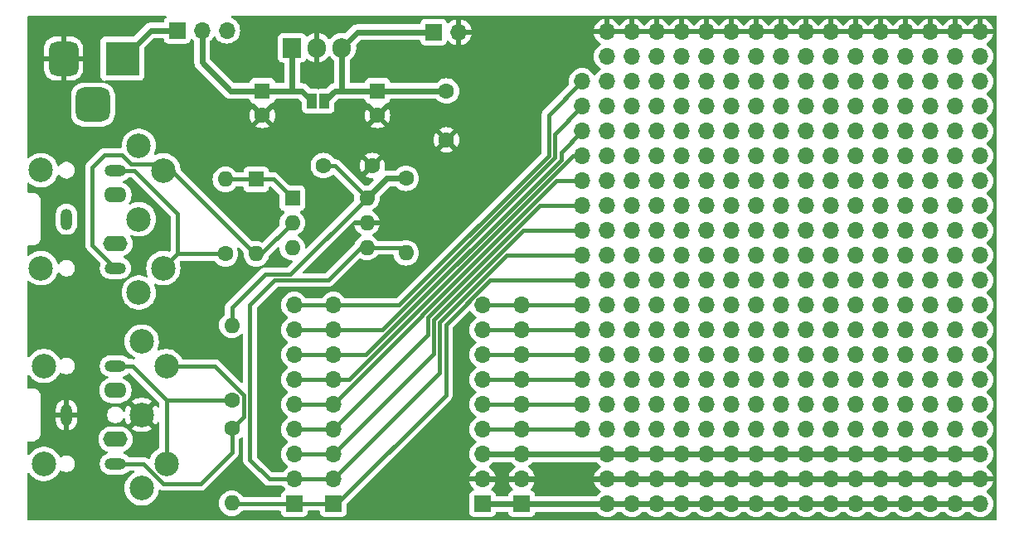
<source format=gbr>
%TF.GenerationSoftware,KiCad,Pcbnew,8.0.7*%
%TF.CreationDate,2025-03-14T17:48:08+00:00*%
%TF.ProjectId,WaveshareZeroMIDIProto,57617665-7368-4617-9265-5a65726f4d49,rev?*%
%TF.SameCoordinates,Original*%
%TF.FileFunction,Copper,L1,Top*%
%TF.FilePolarity,Positive*%
%FSLAX46Y46*%
G04 Gerber Fmt 4.6, Leading zero omitted, Abs format (unit mm)*
G04 Created by KiCad (PCBNEW 8.0.7) date 2025-03-14 17:48:08*
%MOMM*%
%LPD*%
G01*
G04 APERTURE LIST*
G04 Aperture macros list*
%AMRoundRect*
0 Rectangle with rounded corners*
0 $1 Rounding radius*
0 $2 $3 $4 $5 $6 $7 $8 $9 X,Y pos of 4 corners*
0 Add a 4 corners polygon primitive as box body*
4,1,4,$2,$3,$4,$5,$6,$7,$8,$9,$2,$3,0*
0 Add four circle primitives for the rounded corners*
1,1,$1+$1,$2,$3*
1,1,$1+$1,$4,$5*
1,1,$1+$1,$6,$7*
1,1,$1+$1,$8,$9*
0 Add four rect primitives between the rounded corners*
20,1,$1+$1,$2,$3,$4,$5,0*
20,1,$1+$1,$4,$5,$6,$7,0*
20,1,$1+$1,$6,$7,$8,$9,0*
20,1,$1+$1,$8,$9,$2,$3,0*%
G04 Aperture macros list end*
%TA.AperFunction,ComponentPad*%
%ADD10O,1.700000X1.700000*%
%TD*%
%TA.AperFunction,ComponentPad*%
%ADD11O,2.500000X1.600000*%
%TD*%
%TA.AperFunction,ComponentPad*%
%ADD12O,2.200000X1.200000*%
%TD*%
%TA.AperFunction,ComponentPad*%
%ADD13O,1.200000X2.200000*%
%TD*%
%TA.AperFunction,ComponentPad*%
%ADD14O,2.300000X1.600000*%
%TD*%
%TA.AperFunction,ComponentPad*%
%ADD15R,1.600000X1.600000*%
%TD*%
%TA.AperFunction,ComponentPad*%
%ADD16C,1.600000*%
%TD*%
%TA.AperFunction,ComponentPad*%
%ADD17R,1.700000X1.700000*%
%TD*%
%TA.AperFunction,ComponentPad*%
%ADD18O,1.600000X1.600000*%
%TD*%
%TA.AperFunction,ComponentPad*%
%ADD19R,3.500000X3.500000*%
%TD*%
%TA.AperFunction,ComponentPad*%
%ADD20RoundRect,0.750000X-0.750000X-1.000000X0.750000X-1.000000X0.750000X1.000000X-0.750000X1.000000X0*%
%TD*%
%TA.AperFunction,ComponentPad*%
%ADD21RoundRect,0.875000X-0.875000X-0.875000X0.875000X-0.875000X0.875000X0.875000X-0.875000X0.875000X0*%
%TD*%
%TA.AperFunction,WasherPad*%
%ADD22C,2.499360*%
%TD*%
%TA.AperFunction,ComponentPad*%
%ADD23C,2.499360*%
%TD*%
%TA.AperFunction,SMDPad,CuDef*%
%ADD24R,1.000000X1.500000*%
%TD*%
%TA.AperFunction,ComponentPad*%
%ADD25R,1.905000X2.000000*%
%TD*%
%TA.AperFunction,ComponentPad*%
%ADD26O,1.905000X2.000000*%
%TD*%
%TA.AperFunction,ViaPad*%
%ADD27C,0.600000*%
%TD*%
%TA.AperFunction,Conductor*%
%ADD28C,0.400000*%
%TD*%
%TA.AperFunction,Conductor*%
%ADD29C,0.600000*%
%TD*%
G04 APERTURE END LIST*
D10*
%TO.P,,1,Pin_15*%
%TO.N,N/C*%
X135090000Y-74995000D03*
%TD*%
%TO.P,,1,Pin_15*%
%TO.N,N/C*%
X137630000Y-59755000D03*
%TD*%
%TO.P,,1,Pin_15*%
%TO.N,N/C*%
X135090000Y-82615000D03*
%TD*%
%TO.P,,1,Pin_15*%
%TO.N,N/C*%
X117310000Y-57215000D03*
%TD*%
%TO.P,,1,Pin_15*%
%TO.N,N/C*%
X142710000Y-57215000D03*
%TD*%
%TO.P,,1,Pin_15*%
%TO.N,N/C*%
X137630000Y-62295000D03*
%TD*%
%TO.P,,1,Pin_15*%
%TO.N,N/C*%
X132550000Y-74995000D03*
%TD*%
%TO.P,,1,Pin_15*%
%TO.N,N/C*%
X127470000Y-82615000D03*
%TD*%
%TO.P,,1,Pin_15*%
%TO.N,N/C*%
X114770000Y-74995000D03*
%TD*%
%TO.P,,1,Pin_15*%
%TO.N,N/C*%
X142710000Y-64835000D03*
%TD*%
%TO.P,,1,Pin_15*%
%TO.N,N/C*%
X124930000Y-80075000D03*
%TD*%
%TO.P,,1,Pin_15*%
%TO.N,N/C*%
X117310000Y-92775000D03*
%TD*%
%TO.P,,1,Pin_15*%
%TO.N,N/C*%
X132550000Y-67375000D03*
%TD*%
%TO.P,,1,Pin_15*%
%TO.N,N/C*%
X135090000Y-87695000D03*
%TD*%
%TO.P,,1,Pin_15*%
%TO.N,N/C*%
X140170000Y-74995000D03*
%TD*%
%TO.P,,1,Pin_15*%
%TO.N,N/C*%
X117310000Y-74995000D03*
%TD*%
%TO.P,,1,Pin_15*%
%TO.N,N/C*%
X124930000Y-82615000D03*
%TD*%
%TO.P,,1,Pin_15*%
%TO.N,N/C*%
X140170000Y-57215000D03*
%TD*%
%TO.P,,1,Pin_15*%
%TO.N,N/C*%
X137630000Y-85155000D03*
%TD*%
%TO.P,,1,Pin_15*%
%TO.N,N/C*%
X119850000Y-85155000D03*
%TD*%
%TO.P,,1,Pin_15*%
%TO.N,N/C*%
X112230000Y-77535000D03*
%TD*%
%TO.P,,1,Pin_15*%
%TO.N,N/C*%
X124930000Y-67375000D03*
%TD*%
%TO.P,,1,Pin_15*%
%TO.N,N/C*%
X112230000Y-54675000D03*
%TD*%
%TO.P,,1,Pin_15*%
%TO.N,N/C*%
X145250000Y-85155000D03*
%TD*%
%TO.P,,1,Pin_15*%
%TO.N,N/C*%
X137630000Y-80075000D03*
%TD*%
D11*
%TO.P,J2,TN*%
%TO.N,N/C*%
X59500000Y-73800000D03*
D12*
%TO.P,J2,T*%
%TO.N,Net-(D1-A)*%
X59500000Y-76300000D03*
D13*
%TO.P,J2,S*%
%TO.N,unconnected-(J2-PadS)*%
X54500000Y-71300000D03*
D14*
%TO.P,J2,RN*%
%TO.N,N/C*%
X59500000Y-68800000D03*
D12*
%TO.P,J2,R*%
%TO.N,Net-(J2-PadR)*%
X59500000Y-66300000D03*
%TD*%
D10*
%TO.P,,1,Pin_15*%
%TO.N,N/C*%
X147790000Y-85155000D03*
%TD*%
D15*
%TO.P,C3,1*%
%TO.N,+5V*%
X86250000Y-58192621D03*
D16*
%TO.P,C3,2*%
%TO.N,GND*%
X86250000Y-60692621D03*
%TD*%
D10*
%TO.P,,1,Pin_15*%
%TO.N,N/C*%
X145250000Y-92775000D03*
%TD*%
%TO.P,,1,Pin_15*%
%TO.N,N/C*%
X147790000Y-59755000D03*
%TD*%
%TO.P,,1,Pin_15*%
%TO.N,N/C*%
X142710000Y-67375000D03*
%TD*%
%TO.P,,1,Pin_15*%
%TO.N,N/C*%
X117310000Y-54675000D03*
%TD*%
%TO.P,,1,Pin_15*%
%TO.N,N/C*%
X124930000Y-74995000D03*
%TD*%
%TO.P,,1,Pin_15*%
%TO.N,N/C*%
X122390000Y-90235000D03*
%TD*%
%TO.P,,1,Pin_15*%
%TO.N,N/C*%
X119850000Y-80075000D03*
%TD*%
%TO.P,,1,Pin_15*%
%TO.N,N/C*%
X114770000Y-77535000D03*
%TD*%
%TO.P,,1,Pin_15*%
%TO.N,N/C*%
X147790000Y-69915000D03*
%TD*%
%TO.P,,1,Pin_15*%
%TO.N,N/C*%
X122390000Y-57215000D03*
%TD*%
%TO.P,,1,Pin_15*%
%TO.N,N/C*%
X114770000Y-92775000D03*
%TD*%
%TO.P,,1,Pin_15*%
%TO.N,N/C*%
X112230000Y-62295000D03*
%TD*%
%TO.P,,1,Pin_15*%
%TO.N,N/C*%
X119850000Y-87695000D03*
%TD*%
D17*
%TO.P,J9,1,Pin_1*%
%TO.N,/TX*%
X81750000Y-100395000D03*
D10*
%TO.P,J9,2,Pin_2*%
%TO.N,/RX*%
X81750000Y-97855000D03*
%TO.P,J9,3,Pin_3*%
%TO.N,Net-(J10-Pin_3)*%
X81750000Y-95315000D03*
%TO.P,J9,4,Pin_4*%
%TO.N,Net-(J10-Pin_4)*%
X81750000Y-92775000D03*
%TO.P,J9,5,Pin_5*%
%TO.N,Net-(J10-Pin_5)*%
X81750000Y-90235000D03*
%TO.P,J9,6,Pin_6*%
%TO.N,Net-(J10-Pin_6)*%
X81750000Y-87695000D03*
%TO.P,J9,7,Pin_7*%
%TO.N,Net-(J10-Pin_7)*%
X81750000Y-85155000D03*
%TO.P,J9,8,Pin_8*%
%TO.N,Net-(J10-Pin_8)*%
X81750000Y-82615000D03*
%TO.P,J9,9,Pin_9*%
%TO.N,Net-(J10-Pin_9)*%
X81750000Y-80075000D03*
%TD*%
D16*
%TO.P,R4,1*%
%TO.N,+3V3*%
X89175000Y-67125000D03*
D18*
%TO.P,R4,2*%
%TO.N,/RX*%
X89175000Y-74745000D03*
%TD*%
D10*
%TO.P,,1,Pin_15*%
%TO.N,N/C*%
X147790000Y-54675000D03*
%TD*%
%TO.P,,1,Pin_15*%
%TO.N,N/C*%
X127470000Y-80075000D03*
%TD*%
%TO.P,,1,Pin_15*%
%TO.N,N/C*%
X130010000Y-87695000D03*
%TD*%
%TO.P,,1,Pin_15*%
%TO.N,N/C*%
X119850000Y-90235000D03*
%TD*%
D17*
%TO.P,J5,1,Pin_1*%
%TO.N,+5V*%
X91975000Y-52175000D03*
D10*
%TO.P,J5,2,Pin_2*%
%TO.N,GND*%
X94515000Y-52175000D03*
%TD*%
%TO.P,,1,Pin_15*%
%TO.N,N/C*%
X109690000Y-87695000D03*
%TD*%
%TO.P,,1,Pin_15*%
%TO.N,N/C*%
X109690000Y-82615000D03*
%TD*%
%TO.P,,1,Pin_15*%
%TO.N,N/C*%
X122390000Y-82615000D03*
%TD*%
%TO.P,,1,Pin_15*%
%TO.N,N/C*%
X109690000Y-77535000D03*
%TD*%
%TO.P,,1,Pin_15*%
%TO.N,N/C*%
X140170000Y-54675000D03*
%TD*%
%TO.P,,1,Pin_15*%
%TO.N,N/C*%
X124930000Y-69915000D03*
%TD*%
%TO.P,,1,Pin_15*%
%TO.N,N/C*%
X122390000Y-77535000D03*
%TD*%
%TO.P,J15,1,Pin_1*%
%TO.N,GND*%
X147790000Y-97855000D03*
%TO.P,J15,2,Pin_2*%
X145250000Y-97855000D03*
%TO.P,J15,3,Pin_3*%
X142710000Y-97855000D03*
%TO.P,J15,4,Pin_4*%
X140170000Y-97855000D03*
%TO.P,J15,5,Pin_5*%
X137630000Y-97855000D03*
%TO.P,J15,6,Pin_6*%
X135090000Y-97855000D03*
%TO.P,J15,7,Pin_7*%
X132550000Y-97855000D03*
%TO.P,J15,8,Pin_8*%
X130010000Y-97855000D03*
%TO.P,J15,9,Pin_9*%
X127470000Y-97855000D03*
%TO.P,J15,10,Pin_10*%
X124930000Y-97855000D03*
%TO.P,J15,11,Pin_11*%
X122390000Y-97855000D03*
%TO.P,J15,12,Pin_12*%
X119850000Y-97855000D03*
%TO.P,J15,13,Pin_13*%
X117310000Y-97855000D03*
%TO.P,J15,14,Pin_14*%
X114770000Y-97855000D03*
%TO.P,J15,15,Pin_15*%
X112230000Y-97855000D03*
%TO.P,J15,16,Pin_16*%
X109690000Y-97855000D03*
%TD*%
%TO.P,,1,Pin_15*%
%TO.N,N/C*%
X112230000Y-72455000D03*
%TD*%
%TO.P,,1,Pin_15*%
%TO.N,N/C*%
X135090000Y-59755000D03*
%TD*%
%TO.P,,1,Pin_15*%
%TO.N,N/C*%
X130010000Y-59755000D03*
%TD*%
%TO.P,,1,Pin_15*%
%TO.N,N/C*%
X127470000Y-67375000D03*
%TD*%
%TO.P,,1,Pin_15*%
%TO.N,N/C*%
X147790000Y-62295000D03*
%TD*%
%TO.P,,1,Pin_15*%
%TO.N,N/C*%
X112230000Y-87695000D03*
%TD*%
%TO.P,,1,Pin_15*%
%TO.N,N/C*%
X109690000Y-92775000D03*
%TD*%
%TO.P,,1,Pin_15*%
%TO.N,N/C*%
X135090000Y-69915000D03*
%TD*%
%TO.P,,1,Pin_15*%
%TO.N,N/C*%
X119850000Y-74995000D03*
%TD*%
%TO.P,,1,Pin_15*%
%TO.N,N/C*%
X109690000Y-69915000D03*
%TD*%
%TO.P,,1,Pin_15*%
%TO.N,N/C*%
X130010000Y-77535000D03*
%TD*%
%TO.P,,1,Pin_15*%
%TO.N,N/C*%
X117310000Y-90235000D03*
%TD*%
%TO.P,,1,Pin_15*%
%TO.N,N/C*%
X142710000Y-69915000D03*
%TD*%
D15*
%TO.P,D1,1,K*%
%TO.N,Net-(D1-K)*%
X73875000Y-67215000D03*
D18*
%TO.P,D1,2,A*%
%TO.N,Net-(D1-A)*%
X73875000Y-74835000D03*
%TD*%
D10*
%TO.P,,1,Pin_15*%
%TO.N,N/C*%
X132550000Y-59755000D03*
%TD*%
%TO.P,,1,Pin_15*%
%TO.N,N/C*%
X140170000Y-77535000D03*
%TD*%
%TO.P,,1,Pin_15*%
%TO.N,N/C*%
X114770000Y-62295000D03*
%TD*%
D12*
%TO.P,J1,R*%
%TO.N,Net-(J1-PadR)*%
X59500000Y-86300000D03*
D14*
%TO.P,J1,RN*%
%TO.N,N/C*%
X59500000Y-88800000D03*
D13*
%TO.P,J1,S*%
%TO.N,GND*%
X54500000Y-91300000D03*
D12*
%TO.P,J1,T*%
%TO.N,Net-(J1-PadT)*%
X59500000Y-96300000D03*
D11*
%TO.P,J1,TN*%
%TO.N,N/C*%
X59500000Y-93800000D03*
%TD*%
D10*
%TO.P,,1,Pin_15*%
%TO.N,N/C*%
X117310000Y-82615000D03*
%TD*%
D17*
%TO.P,J10,1,Pin_1*%
%TO.N,/TX*%
X77750000Y-100395000D03*
D10*
%TO.P,J10,2,Pin_2*%
%TO.N,/RX*%
X77750000Y-97855000D03*
%TO.P,J10,3,Pin_3*%
%TO.N,Net-(J10-Pin_3)*%
X77750000Y-95315000D03*
%TO.P,J10,4,Pin_4*%
%TO.N,Net-(J10-Pin_4)*%
X77750000Y-92775000D03*
%TO.P,J10,5,Pin_5*%
%TO.N,Net-(J10-Pin_5)*%
X77750000Y-90235000D03*
%TO.P,J10,6,Pin_6*%
%TO.N,Net-(J10-Pin_6)*%
X77750000Y-87695000D03*
%TO.P,J10,7,Pin_7*%
%TO.N,Net-(J10-Pin_7)*%
X77750000Y-85155000D03*
%TO.P,J10,8,Pin_8*%
%TO.N,Net-(J10-Pin_8)*%
X77750000Y-82615000D03*
%TO.P,J10,9,Pin_9*%
%TO.N,Net-(J10-Pin_9)*%
X77750000Y-80075000D03*
%TD*%
%TO.P,,1,Pin_15*%
%TO.N,N/C*%
X114770000Y-59755000D03*
%TD*%
%TO.P,,1,Pin_15*%
%TO.N,N/C*%
X145250000Y-57215000D03*
%TD*%
%TO.P,,1,Pin_15*%
%TO.N,N/C*%
X112230000Y-64835000D03*
%TD*%
%TO.P,,1,Pin_15*%
%TO.N,N/C*%
X112230000Y-67375000D03*
%TD*%
%TO.P,,1,Pin_15*%
%TO.N,N/C*%
X142710000Y-82615000D03*
%TD*%
%TO.P,,1,Pin_15*%
%TO.N,N/C*%
X135090000Y-64835000D03*
%TD*%
%TO.P,,1,Pin_15*%
%TO.N,N/C*%
X147790000Y-87695000D03*
%TD*%
%TO.P,,1,Pin_15*%
%TO.N,N/C*%
X140170000Y-87695000D03*
%TD*%
%TO.P,,1,Pin_15*%
%TO.N,N/C*%
X119850000Y-82615000D03*
%TD*%
D16*
%TO.P,R2,1*%
%TO.N,Net-(J1-PadR)*%
X71375000Y-89760000D03*
D18*
%TO.P,R2,2*%
%TO.N,+3V3*%
X71375000Y-82140000D03*
%TD*%
D10*
%TO.P,,1,Pin_15*%
%TO.N,N/C*%
X132550000Y-64835000D03*
%TD*%
%TO.P,,1,Pin_15*%
%TO.N,N/C*%
X145250000Y-64835000D03*
%TD*%
%TO.P,,1,Pin_15*%
%TO.N,N/C*%
X147790000Y-77535000D03*
%TD*%
%TO.P,,1,Pin_15*%
%TO.N,N/C*%
X137630000Y-57215000D03*
%TD*%
%TO.P,,1,Pin_15*%
%TO.N,N/C*%
X135090000Y-90235000D03*
%TD*%
%TO.P,,1,Pin_15*%
%TO.N,N/C*%
X122390000Y-64835000D03*
%TD*%
%TO.P,,1,Pin_15*%
%TO.N,N/C*%
X109690000Y-64835000D03*
%TD*%
%TO.P,,1,Pin_15*%
%TO.N,N/C*%
X112230000Y-74995000D03*
%TD*%
%TO.P,,1,Pin_15*%
%TO.N,N/C*%
X130010000Y-57215000D03*
%TD*%
%TO.P,,1,Pin_15*%
%TO.N,N/C*%
X114770000Y-85155000D03*
%TD*%
%TO.P,,1,Pin_15*%
%TO.N,N/C*%
X147790000Y-72455000D03*
%TD*%
D15*
%TO.P,U1,1*%
%TO.N,Net-(D1-K)*%
X77555000Y-69125000D03*
D18*
%TO.P,U1,2*%
%TO.N,Net-(D1-A)*%
X77555000Y-71665000D03*
%TO.P,U1,3*%
%TO.N,unconnected-(U1-Pad3)*%
X77555000Y-74205000D03*
%TO.P,U1,4*%
%TO.N,/RX*%
X85175000Y-74205000D03*
%TO.P,U1,5*%
%TO.N,GND*%
X85175000Y-71665000D03*
%TO.P,U1,6*%
%TO.N,+3V3*%
X85175000Y-69125000D03*
%TD*%
D10*
%TO.P,,1,Pin_15*%
%TO.N,N/C*%
X135090000Y-92775000D03*
%TD*%
%TO.P,,1,Pin_15*%
%TO.N,N/C*%
X122390000Y-80075000D03*
%TD*%
%TO.P,,1,Pin_15*%
%TO.N,N/C*%
X112230000Y-82615000D03*
%TD*%
%TO.P,,1,Pin_15*%
%TO.N,N/C*%
X145250000Y-82615000D03*
%TD*%
%TO.P,,1,Pin_15*%
%TO.N,N/C*%
X130010000Y-92775000D03*
%TD*%
%TO.P,,1,Pin_15*%
%TO.N,N/C*%
X117310000Y-87695000D03*
%TD*%
%TO.P,,1,Pin_15*%
%TO.N,N/C*%
X112230000Y-57215000D03*
%TD*%
%TO.P,,1,Pin_15*%
%TO.N,N/C*%
X142710000Y-62295000D03*
%TD*%
%TO.P,,1,Pin_15*%
%TO.N,N/C*%
X127470000Y-69915000D03*
%TD*%
%TO.P,,1,Pin_15*%
%TO.N,N/C*%
X109690000Y-85155000D03*
%TD*%
%TO.P,,1,Pin_15*%
%TO.N,N/C*%
X137630000Y-74995000D03*
%TD*%
D19*
%TO.P,J12,1*%
%TO.N,Net-(SW1-A)*%
X60200000Y-54892500D03*
D20*
%TO.P,J12,2*%
%TO.N,GND*%
X54200000Y-54892500D03*
D21*
%TO.P,J12,3*%
%TO.N,N/C*%
X57200000Y-59592500D03*
%TD*%
D10*
%TO.P,,1,Pin_15*%
%TO.N,N/C*%
X124930000Y-87695000D03*
%TD*%
D16*
%TO.P,C1,1*%
%TO.N,+3V3*%
X80725000Y-65825000D03*
%TO.P,C1,2*%
%TO.N,GND*%
X85725000Y-65825000D03*
%TD*%
D10*
%TO.P,,1,Pin_15*%
%TO.N,N/C*%
X114770000Y-72455000D03*
%TD*%
%TO.P,,1,Pin_15*%
%TO.N,N/C*%
X122390000Y-67375000D03*
%TD*%
%TO.P,,1,Pin_15*%
%TO.N,N/C*%
X130010000Y-80075000D03*
%TD*%
%TO.P,,1,Pin_15*%
%TO.N,N/C*%
X137630000Y-77535000D03*
%TD*%
%TO.P,,1,Pin_15*%
%TO.N,N/C*%
X135090000Y-80075000D03*
%TD*%
%TO.P,,1,Pin_15*%
%TO.N,N/C*%
X140170000Y-90235000D03*
%TD*%
%TO.P,,1,Pin_15*%
%TO.N,N/C*%
X140170000Y-62295000D03*
%TD*%
%TO.P,,1,Pin_15*%
%TO.N,N/C*%
X137630000Y-54675000D03*
%TD*%
%TO.P,,1,Pin_15*%
%TO.N,N/C*%
X124930000Y-72455000D03*
%TD*%
%TO.P,,1,Pin_15*%
%TO.N,N/C*%
X132550000Y-87695000D03*
%TD*%
D15*
%TO.P,C2,1*%
%TO.N,Net-(JP1-A)*%
X74500000Y-58192621D03*
D16*
%TO.P,C2,2*%
%TO.N,GND*%
X74500000Y-60692621D03*
%TD*%
D10*
%TO.P,,1,Pin_15*%
%TO.N,N/C*%
X130010000Y-62295000D03*
%TD*%
%TO.P,,1,Pin_15*%
%TO.N,N/C*%
X147790000Y-90235000D03*
%TD*%
D17*
%TO.P,J7,1,Pin_1*%
%TO.N,+5V*%
X100990000Y-100395000D03*
D10*
%TO.P,J7,2,Pin_2*%
%TO.N,GND*%
X100990000Y-97855000D03*
%TO.P,J7,3,Pin_3*%
%TO.N,+3V3*%
X100990000Y-95315000D03*
%TO.P,J7,4,Pin_4*%
%TO.N,Net-(J11-Pin_1)*%
X100990000Y-92775000D03*
%TO.P,J7,5,Pin_5*%
%TO.N,Net-(J11-Pin_2)*%
X100990000Y-90235000D03*
%TO.P,J7,6,Pin_6*%
%TO.N,Net-(J11-Pin_3)*%
X100990000Y-87695000D03*
%TO.P,J7,7,Pin_7*%
%TO.N,Net-(J11-Pin_4)*%
X100990000Y-85155000D03*
%TO.P,J7,8,Pin_8*%
%TO.N,Net-(J11-Pin_5)*%
X100990000Y-82615000D03*
%TO.P,J7,9,Pin_9*%
%TO.N,Net-(J11-Pin_6)*%
X100990000Y-80075000D03*
%TD*%
%TO.P,,1,Pin_15*%
%TO.N,N/C*%
X147790000Y-64835000D03*
%TD*%
%TO.P,,1,Pin_15*%
%TO.N,N/C*%
X124930000Y-59755000D03*
%TD*%
%TO.P,,1,Pin_15*%
%TO.N,N/C*%
X114770000Y-64835000D03*
%TD*%
%TO.P,,1,Pin_15*%
%TO.N,N/C*%
X142710000Y-92775000D03*
%TD*%
D17*
%TO.P,J8,1,Pin_1*%
%TO.N,+5V*%
X96990000Y-100395000D03*
D10*
%TO.P,J8,2,Pin_2*%
%TO.N,GND*%
X96990000Y-97855000D03*
%TO.P,J8,3,Pin_3*%
%TO.N,+3V3*%
X96990000Y-95315000D03*
%TO.P,J8,4,Pin_4*%
%TO.N,Net-(J11-Pin_1)*%
X96990000Y-92775000D03*
%TO.P,J8,5,Pin_5*%
%TO.N,Net-(J11-Pin_2)*%
X96990000Y-90235000D03*
%TO.P,J8,6,Pin_6*%
%TO.N,Net-(J11-Pin_3)*%
X96990000Y-87695000D03*
%TO.P,J8,7,Pin_7*%
%TO.N,Net-(J11-Pin_4)*%
X96990000Y-85155000D03*
%TO.P,J8,8,Pin_8*%
%TO.N,Net-(J11-Pin_5)*%
X96990000Y-82615000D03*
%TO.P,J8,9,Pin_9*%
%TO.N,Net-(J11-Pin_6)*%
X96990000Y-80075000D03*
%TD*%
%TO.P,,1,Pin_15*%
%TO.N,N/C*%
X137630000Y-72455000D03*
%TD*%
%TO.P,,1,Pin_15*%
%TO.N,N/C*%
X109690000Y-57215000D03*
%TD*%
%TO.P,,1,Pin_15*%
%TO.N,N/C*%
X109690000Y-54675000D03*
%TD*%
D22*
%TO.P,J4,*%
%TO.N,*%
X52192300Y-86298740D03*
X52192300Y-96301260D03*
D23*
%TO.P,J4,1*%
%TO.N,unconnected-(J4-Pad1)*%
X62187200Y-98798080D03*
%TO.P,J4,2*%
%TO.N,GND*%
X62189740Y-91300000D03*
%TO.P,J4,3*%
%TO.N,unconnected-(J4-Pad3)*%
X62187200Y-83801920D03*
%TO.P,J4,4*%
%TO.N,Net-(J1-PadR)*%
X64689100Y-96296180D03*
%TO.P,J4,5*%
%TO.N,Net-(J1-PadT)*%
X64689100Y-86303820D03*
%TD*%
D10*
%TO.P,,1,Pin_15*%
%TO.N,N/C*%
X119850000Y-67375000D03*
%TD*%
%TO.P,,1,Pin_15*%
%TO.N,N/C*%
X147790000Y-67375000D03*
%TD*%
D16*
%TO.P,R1,1*%
%TO.N,Net-(J2-PadR)*%
X70725000Y-74850000D03*
D18*
%TO.P,R1,2*%
%TO.N,Net-(D1-K)*%
X70725000Y-67230000D03*
%TD*%
D10*
%TO.P,,1,Pin_15*%
%TO.N,N/C*%
X124930000Y-85155000D03*
%TD*%
%TO.P,,1,Pin_15*%
%TO.N,N/C*%
X130010000Y-74995000D03*
%TD*%
D16*
%TO.P,C4,1*%
%TO.N,+5V*%
X93300000Y-58200000D03*
%TO.P,C4,2*%
%TO.N,GND*%
X93300000Y-63200000D03*
%TD*%
D10*
%TO.P,,1,Pin_15*%
%TO.N,N/C*%
X109690000Y-67375000D03*
%TD*%
%TO.P,,1,Pin_15*%
%TO.N,N/C*%
X112230000Y-92775000D03*
%TD*%
%TO.P,,1,Pin_15*%
%TO.N,N/C*%
X130010000Y-64835000D03*
%TD*%
%TO.P,,1,Pin_15*%
%TO.N,N/C*%
X119850000Y-59755000D03*
%TD*%
%TO.P,,1,Pin_15*%
%TO.N,N/C*%
X142710000Y-59755000D03*
%TD*%
%TO.P,,1,Pin_15*%
%TO.N,N/C*%
X147790000Y-74995000D03*
%TD*%
%TO.P,,1,Pin_15*%
%TO.N,N/C*%
X119850000Y-57215000D03*
%TD*%
%TO.P,,1,Pin_15*%
%TO.N,N/C*%
X124930000Y-92775000D03*
%TD*%
%TO.P,,1,Pin_15*%
%TO.N,N/C*%
X145250000Y-77535000D03*
%TD*%
%TO.P,,1,Pin_15*%
%TO.N,N/C*%
X124930000Y-64835000D03*
%TD*%
%TO.P,,1,Pin_15*%
%TO.N,N/C*%
X135090000Y-54675000D03*
%TD*%
%TO.P,,1,Pin_15*%
%TO.N,N/C*%
X132550000Y-82615000D03*
%TD*%
%TO.P,,1,Pin_15*%
%TO.N,N/C*%
X114770000Y-54675000D03*
%TD*%
%TO.P,,1,Pin_15*%
%TO.N,N/C*%
X135090000Y-72455000D03*
%TD*%
%TO.P,,1,Pin_15*%
%TO.N,N/C*%
X140170000Y-92775000D03*
%TD*%
%TO.P,,1,Pin_15*%
%TO.N,N/C*%
X117310000Y-62295000D03*
%TD*%
%TO.P,,1,Pin_15*%
%TO.N,N/C*%
X119850000Y-64835000D03*
%TD*%
%TO.P,,1,Pin_15*%
%TO.N,N/C*%
X117310000Y-67375000D03*
%TD*%
%TO.P,,1,Pin_15*%
%TO.N,N/C*%
X137630000Y-67375000D03*
%TD*%
%TO.P,,1,Pin_15*%
%TO.N,N/C*%
X137630000Y-69915000D03*
%TD*%
%TO.P,,1,Pin_15*%
%TO.N,N/C*%
X109690000Y-90235000D03*
%TD*%
%TO.P,,1,Pin_15*%
%TO.N,N/C*%
X145250000Y-67375000D03*
%TD*%
%TO.P,,1,Pin_15*%
%TO.N,N/C*%
X127470000Y-77535000D03*
%TD*%
%TO.P,,1,Pin_15*%
%TO.N,N/C*%
X122390000Y-87695000D03*
%TD*%
%TO.P,,1,Pin_15*%
%TO.N,N/C*%
X122390000Y-62295000D03*
%TD*%
%TO.P,,1,Pin_15*%
%TO.N,N/C*%
X117310000Y-80075000D03*
%TD*%
%TO.P,,1,Pin_15*%
%TO.N,N/C*%
X112230000Y-80075000D03*
%TD*%
%TO.P,,1,Pin_15*%
%TO.N,N/C*%
X132550000Y-77535000D03*
%TD*%
%TO.P,,1,Pin_15*%
%TO.N,N/C*%
X124930000Y-77535000D03*
%TD*%
%TO.P,J13,1,Pin_1*%
%TO.N,+5V*%
X147790000Y-100395000D03*
%TO.P,J13,2,Pin_2*%
X145250000Y-100395000D03*
%TO.P,J13,3,Pin_3*%
X142710000Y-100395000D03*
%TO.P,J13,4,Pin_4*%
X140170000Y-100395000D03*
%TO.P,J13,5,Pin_5*%
X137630000Y-100395000D03*
%TO.P,J13,6,Pin_6*%
X135090000Y-100395000D03*
%TO.P,J13,7,Pin_7*%
X132550000Y-100395000D03*
%TO.P,J13,8,Pin_8*%
X130010000Y-100395000D03*
%TO.P,J13,9,Pin_9*%
X127470000Y-100395000D03*
%TO.P,J13,10,Pin_10*%
X124930000Y-100395000D03*
%TO.P,J13,11,Pin_11*%
X122390000Y-100395000D03*
%TO.P,J13,12,Pin_12*%
X119850000Y-100395000D03*
%TO.P,J13,13,Pin_13*%
X117310000Y-100395000D03*
%TO.P,J13,14,Pin_14*%
X114770000Y-100395000D03*
%TO.P,J13,15,Pin_15*%
X112230000Y-100395000D03*
%TO.P,J13,16,Pin_16*%
X109690000Y-100395000D03*
%TD*%
%TO.P,,1,Pin_15*%
%TO.N,N/C*%
X117310000Y-69915000D03*
%TD*%
%TO.P,,1,Pin_15*%
%TO.N,N/C*%
X122390000Y-85155000D03*
%TD*%
%TO.P,,1,Pin_15*%
%TO.N,N/C*%
X132550000Y-54675000D03*
%TD*%
%TO.P,,1,Pin_15*%
%TO.N,N/C*%
X119850000Y-77535000D03*
%TD*%
%TO.P,,1,Pin_15*%
%TO.N,N/C*%
X114770000Y-69915000D03*
%TD*%
%TO.P,,1,Pin_15*%
%TO.N,N/C*%
X127470000Y-74995000D03*
%TD*%
%TO.P,,1,Pin_15*%
%TO.N,N/C*%
X127470000Y-72455000D03*
%TD*%
%TO.P,,1,Pin_15*%
%TO.N,N/C*%
X130010000Y-54675000D03*
%TD*%
%TO.P,,1,Pin_15*%
%TO.N,N/C*%
X135090000Y-67375000D03*
%TD*%
%TO.P,,1,Pin_15*%
%TO.N,N/C*%
X132550000Y-90235000D03*
%TD*%
%TO.P,J6,1,Pin_1*%
%TO.N,/TX*%
X107150000Y-77535000D03*
%TO.P,J6,2,Pin_2*%
%TO.N,/RX*%
X107150000Y-74995000D03*
%TO.P,J6,3,Pin_3*%
%TO.N,Net-(J10-Pin_3)*%
X107150000Y-72455000D03*
%TO.P,J6,4,Pin_4*%
%TO.N,Net-(J10-Pin_4)*%
X107150000Y-69915000D03*
%TO.P,J6,5,Pin_5*%
%TO.N,Net-(J10-Pin_5)*%
X107150000Y-67375000D03*
%TO.P,J6,6,Pin_6*%
%TO.N,Net-(J10-Pin_6)*%
X107150000Y-64835000D03*
%TO.P,J6,7,Pin_7*%
%TO.N,Net-(J10-Pin_7)*%
X107150000Y-62295000D03*
%TO.P,J6,8,Pin_8*%
%TO.N,Net-(J10-Pin_8)*%
X107150000Y-59755000D03*
%TO.P,J6,9,Pin_9*%
%TO.N,Net-(J10-Pin_9)*%
X107150000Y-57215000D03*
%TD*%
%TO.P,,1,Pin_15*%
%TO.N,N/C*%
X112230000Y-69915000D03*
%TD*%
%TO.P,,1,Pin_15*%
%TO.N,N/C*%
X147790000Y-92775000D03*
%TD*%
%TO.P,,1,Pin_15*%
%TO.N,N/C*%
X142710000Y-54675000D03*
%TD*%
%TO.P,,1,Pin_15*%
%TO.N,N/C*%
X137630000Y-82615000D03*
%TD*%
%TO.P,,1,Pin_15*%
%TO.N,N/C*%
X145250000Y-74995000D03*
%TD*%
%TO.P,,1,Pin_15*%
%TO.N,N/C*%
X127470000Y-59755000D03*
%TD*%
%TO.P,,1,Pin_15*%
%TO.N,N/C*%
X142710000Y-72455000D03*
%TD*%
%TO.P,,1,Pin_15*%
%TO.N,N/C*%
X114770000Y-87695000D03*
%TD*%
%TO.P,,1,Pin_15*%
%TO.N,N/C*%
X117310000Y-59755000D03*
%TD*%
%TO.P,,1,Pin_15*%
%TO.N,N/C*%
X132550000Y-62295000D03*
%TD*%
%TO.P,,1,Pin_15*%
%TO.N,N/C*%
X112230000Y-90235000D03*
%TD*%
%TO.P,,1,Pin_15*%
%TO.N,N/C*%
X114770000Y-67375000D03*
%TD*%
%TO.P,,1,Pin_15*%
%TO.N,N/C*%
X124930000Y-54675000D03*
%TD*%
%TO.P,,1,Pin_15*%
%TO.N,N/C*%
X114770000Y-57215000D03*
%TD*%
%TO.P,,1,Pin_15*%
%TO.N,N/C*%
X119850000Y-62295000D03*
%TD*%
D16*
%TO.P,R3,1*%
%TO.N,Net-(J1-PadT)*%
X71375000Y-92700000D03*
D18*
%TO.P,R3,2*%
%TO.N,/TX*%
X71375000Y-100320000D03*
%TD*%
D10*
%TO.P,,1,Pin_15*%
%TO.N,N/C*%
X130010000Y-72455000D03*
%TD*%
%TO.P,,1,Pin_15*%
%TO.N,N/C*%
X147790000Y-82615000D03*
%TD*%
%TO.P,,1,Pin_15*%
%TO.N,N/C*%
X137630000Y-90235000D03*
%TD*%
%TO.P,,1,Pin_15*%
%TO.N,N/C*%
X117310000Y-77535000D03*
%TD*%
%TO.P,,1,Pin_15*%
%TO.N,N/C*%
X109690000Y-80075000D03*
%TD*%
%TO.P,,1,Pin_15*%
%TO.N,N/C*%
X135090000Y-85155000D03*
%TD*%
%TO.P,,1,Pin_15*%
%TO.N,N/C*%
X130010000Y-67375000D03*
%TD*%
%TO.P,,1,Pin_15*%
%TO.N,N/C*%
X122390000Y-54675000D03*
%TD*%
D17*
%TO.P,SW1,1,A*%
%TO.N,Net-(SW1-A)*%
X65800000Y-52000000D03*
D10*
%TO.P,SW1,2,B*%
%TO.N,Net-(JP1-A)*%
X68340000Y-52000000D03*
%TO.P,SW1,3*%
%TO.N,N/C*%
X70880000Y-52000000D03*
%TD*%
%TO.P,,1,Pin_15*%
%TO.N,N/C*%
X145250000Y-62295000D03*
%TD*%
%TO.P,,1,Pin_15*%
%TO.N,N/C*%
X145250000Y-80075000D03*
%TD*%
%TO.P,,1,Pin_15*%
%TO.N,N/C*%
X142710000Y-77535000D03*
%TD*%
%TO.P,,1,Pin_15*%
%TO.N,N/C*%
X137630000Y-64835000D03*
%TD*%
%TO.P,,1,Pin_15*%
%TO.N,N/C*%
X124930000Y-62295000D03*
%TD*%
%TO.P,,1,Pin_15*%
%TO.N,N/C*%
X127470000Y-57215000D03*
%TD*%
%TO.P,,1,Pin_15*%
%TO.N,N/C*%
X140170000Y-72455000D03*
%TD*%
%TO.P,,1,Pin_15*%
%TO.N,N/C*%
X145250000Y-72455000D03*
%TD*%
%TO.P,,1,Pin_15*%
%TO.N,N/C*%
X122390000Y-59755000D03*
%TD*%
%TO.P,,1,Pin_15*%
%TO.N,N/C*%
X140170000Y-82615000D03*
%TD*%
%TO.P,,1,Pin_15*%
%TO.N,N/C*%
X132550000Y-57215000D03*
%TD*%
%TO.P,,1,Pin_15*%
%TO.N,N/C*%
X112230000Y-59755000D03*
%TD*%
%TO.P,,1,Pin_15*%
%TO.N,N/C*%
X145250000Y-90235000D03*
%TD*%
%TO.P,,1,Pin_15*%
%TO.N,N/C*%
X142710000Y-85155000D03*
%TD*%
%TO.P,,1,Pin_15*%
%TO.N,N/C*%
X142710000Y-80075000D03*
%TD*%
%TO.P,,1,Pin_15*%
%TO.N,N/C*%
X140170000Y-69915000D03*
%TD*%
%TO.P,,1,Pin_15*%
%TO.N,N/C*%
X145250000Y-59755000D03*
%TD*%
%TO.P,,1,Pin_15*%
%TO.N,N/C*%
X112230000Y-85155000D03*
%TD*%
%TO.P,,1,Pin_15*%
%TO.N,N/C*%
X109690000Y-62295000D03*
%TD*%
%TO.P,,1,Pin_15*%
%TO.N,N/C*%
X140170000Y-64835000D03*
%TD*%
%TO.P,,1,Pin_15*%
%TO.N,N/C*%
X147790000Y-80075000D03*
%TD*%
%TO.P,,1,Pin_15*%
%TO.N,N/C*%
X130010000Y-82615000D03*
%TD*%
%TO.P,,1,Pin_15*%
%TO.N,N/C*%
X122390000Y-74995000D03*
%TD*%
%TO.P,,1,Pin_15*%
%TO.N,N/C*%
X114770000Y-90235000D03*
%TD*%
%TO.P,,1,Pin_15*%
%TO.N,N/C*%
X130010000Y-85155000D03*
%TD*%
D24*
%TO.P,JP1,1,A*%
%TO.N,Net-(JP1-A)*%
X79550000Y-59250000D03*
%TO.P,JP1,2,B*%
%TO.N,+5V*%
X80850000Y-59250000D03*
%TD*%
D10*
%TO.P,,1,Pin_15*%
%TO.N,N/C*%
X127470000Y-62295000D03*
%TD*%
%TO.P,,1,Pin_15*%
%TO.N,N/C*%
X127470000Y-64835000D03*
%TD*%
%TO.P,,1,Pin_15*%
%TO.N,N/C*%
X135090000Y-77535000D03*
%TD*%
%TO.P,,1,Pin_15*%
%TO.N,N/C*%
X142710000Y-90235000D03*
%TD*%
%TO.P,,1,Pin_15*%
%TO.N,N/C*%
X119850000Y-72455000D03*
%TD*%
%TO.P,,1,Pin_15*%
%TO.N,N/C*%
X127470000Y-85155000D03*
%TD*%
%TO.P,J16,1,Pin_1*%
%TO.N,GND*%
X147790000Y-52135000D03*
%TO.P,J16,2,Pin_2*%
X145250000Y-52135000D03*
%TO.P,J16,3,Pin_3*%
X142710000Y-52135000D03*
%TO.P,J16,4,Pin_4*%
X140170000Y-52135000D03*
%TO.P,J16,5,Pin_5*%
X137630000Y-52135000D03*
%TO.P,J16,6,Pin_6*%
X135090000Y-52135000D03*
%TO.P,J16,7,Pin_7*%
X132550000Y-52135000D03*
%TO.P,J16,8,Pin_8*%
X130010000Y-52135000D03*
%TO.P,J16,9,Pin_9*%
X127470000Y-52135000D03*
%TO.P,J16,10,Pin_10*%
X124930000Y-52135000D03*
%TO.P,J16,11,Pin_11*%
X122390000Y-52135000D03*
%TO.P,J16,12,Pin_12*%
X119850000Y-52135000D03*
%TO.P,J16,13,Pin_13*%
X117310000Y-52135000D03*
%TO.P,J16,14,Pin_14*%
X114770000Y-52135000D03*
%TO.P,J16,15,Pin_15*%
X112230000Y-52135000D03*
%TO.P,J16,16,Pin_16*%
X109690000Y-52135000D03*
%TD*%
%TO.P,,1,Pin_15*%
%TO.N,N/C*%
X122390000Y-69915000D03*
%TD*%
%TO.P,,1,Pin_15*%
%TO.N,N/C*%
X132550000Y-85155000D03*
%TD*%
%TO.P,,1,Pin_15*%
%TO.N,N/C*%
X119850000Y-54675000D03*
%TD*%
%TO.P,,1,Pin_15*%
%TO.N,N/C*%
X135090000Y-62295000D03*
%TD*%
%TO.P,,1,Pin_15*%
%TO.N,N/C*%
X119850000Y-92775000D03*
%TD*%
%TO.P,,1,Pin_15*%
%TO.N,N/C*%
X127470000Y-54675000D03*
%TD*%
%TO.P,,1,Pin_15*%
%TO.N,N/C*%
X142710000Y-87695000D03*
%TD*%
%TO.P,,1,Pin_15*%
%TO.N,N/C*%
X140170000Y-59755000D03*
%TD*%
%TO.P,,1,Pin_15*%
%TO.N,N/C*%
X117310000Y-85155000D03*
%TD*%
%TO.P,,1,Pin_15*%
%TO.N,N/C*%
X130010000Y-69915000D03*
%TD*%
%TO.P,,1,Pin_15*%
%TO.N,N/C*%
X127470000Y-90235000D03*
%TD*%
%TO.P,,1,Pin_15*%
%TO.N,N/C*%
X147790000Y-57215000D03*
%TD*%
%TO.P,,1,Pin_15*%
%TO.N,N/C*%
X127470000Y-92775000D03*
%TD*%
%TO.P,J14,1,Pin_1*%
%TO.N,+3V3*%
X147790000Y-95315000D03*
%TO.P,J14,2,Pin_2*%
X145250000Y-95315000D03*
%TO.P,J14,3,Pin_3*%
X142710000Y-95315000D03*
%TO.P,J14,4,Pin_4*%
X140170000Y-95315000D03*
%TO.P,J14,5,Pin_5*%
X137630000Y-95315000D03*
%TO.P,J14,6,Pin_6*%
X135090000Y-95315000D03*
%TO.P,J14,7,Pin_7*%
X132550000Y-95315000D03*
%TO.P,J14,8,Pin_8*%
X130010000Y-95315000D03*
%TO.P,J14,9,Pin_9*%
X127470000Y-95315000D03*
%TO.P,J14,10,Pin_10*%
X124930000Y-95315000D03*
%TO.P,J14,11,Pin_11*%
X122390000Y-95315000D03*
%TO.P,J14,12,Pin_12*%
X119850000Y-95315000D03*
%TO.P,J14,13,Pin_13*%
X117310000Y-95315000D03*
%TO.P,J14,14,Pin_14*%
X114770000Y-95315000D03*
%TO.P,J14,15,Pin_15*%
X112230000Y-95315000D03*
%TO.P,J14,16,Pin_16*%
X109690000Y-95315000D03*
%TD*%
%TO.P,,1,Pin_15*%
%TO.N,N/C*%
X140170000Y-67375000D03*
%TD*%
%TO.P,,1,Pin_15*%
%TO.N,N/C*%
X132550000Y-69915000D03*
%TD*%
%TO.P,,1,Pin_15*%
%TO.N,N/C*%
X145250000Y-69915000D03*
%TD*%
%TO.P,,1,Pin_15*%
%TO.N,N/C*%
X122390000Y-72455000D03*
%TD*%
%TO.P,,1,Pin_15*%
%TO.N,N/C*%
X132550000Y-72455000D03*
%TD*%
%TO.P,,1,Pin_15*%
%TO.N,N/C*%
X140170000Y-80075000D03*
%TD*%
%TO.P,,1,Pin_15*%
%TO.N,N/C*%
X124930000Y-90235000D03*
%TD*%
D25*
%TO.P,U2,1,IN*%
%TO.N,Net-(JP1-A)*%
X77545000Y-53775000D03*
D26*
%TO.P,U2,2,GND*%
%TO.N,GND*%
X80085000Y-53775000D03*
%TO.P,U2,3,OUT*%
%TO.N,+5V*%
X82625000Y-53775000D03*
%TD*%
D10*
%TO.P,,1,Pin_15*%
%TO.N,N/C*%
X114770000Y-80075000D03*
%TD*%
%TO.P,,1,Pin_15*%
%TO.N,N/C*%
X127470000Y-87695000D03*
%TD*%
%TO.P,,1,Pin_15*%
%TO.N,N/C*%
X114770000Y-82615000D03*
%TD*%
%TO.P,,1,Pin_15*%
%TO.N,N/C*%
X109690000Y-74995000D03*
%TD*%
%TO.P,,1,Pin_15*%
%TO.N,N/C*%
X142710000Y-74995000D03*
%TD*%
%TO.P,,1,Pin_15*%
%TO.N,N/C*%
X135090000Y-57215000D03*
%TD*%
%TO.P,,1,Pin_15*%
%TO.N,N/C*%
X137630000Y-92775000D03*
%TD*%
%TO.P,,1,Pin_15*%
%TO.N,N/C*%
X132550000Y-92775000D03*
%TD*%
%TO.P,,1,Pin_15*%
%TO.N,N/C*%
X109690000Y-72455000D03*
%TD*%
%TO.P,,1,Pin_15*%
%TO.N,N/C*%
X130010000Y-90235000D03*
%TD*%
%TO.P,,1,Pin_15*%
%TO.N,N/C*%
X140170000Y-85155000D03*
%TD*%
%TO.P,,1,Pin_15*%
%TO.N,N/C*%
X119850000Y-69915000D03*
%TD*%
%TO.P,,1,Pin_15*%
%TO.N,N/C*%
X122390000Y-92775000D03*
%TD*%
%TO.P,,1,Pin_15*%
%TO.N,N/C*%
X137630000Y-87695000D03*
%TD*%
%TO.P,J11,1,Pin_1*%
%TO.N,Net-(J11-Pin_1)*%
X107150000Y-92775000D03*
%TO.P,J11,2,Pin_2*%
%TO.N,Net-(J11-Pin_2)*%
X107150000Y-90235000D03*
%TO.P,J11,3,Pin_3*%
%TO.N,Net-(J11-Pin_3)*%
X107150000Y-87695000D03*
%TO.P,J11,4,Pin_4*%
%TO.N,Net-(J11-Pin_4)*%
X107150000Y-85155000D03*
%TO.P,J11,5,Pin_5*%
%TO.N,Net-(J11-Pin_5)*%
X107150000Y-82615000D03*
%TO.P,J11,6,Pin_6*%
%TO.N,Net-(J11-Pin_6)*%
X107150000Y-80075000D03*
%TD*%
%TO.P,,1,Pin_15*%
%TO.N,N/C*%
X145250000Y-87695000D03*
%TD*%
%TO.P,,1,Pin_15*%
%TO.N,N/C*%
X117310000Y-64835000D03*
%TD*%
%TO.P,,1,Pin_15*%
%TO.N,N/C*%
X145250000Y-54675000D03*
%TD*%
%TO.P,,1,Pin_15*%
%TO.N,N/C*%
X117310000Y-72455000D03*
%TD*%
%TO.P,,1,Pin_15*%
%TO.N,N/C*%
X124930000Y-57215000D03*
%TD*%
%TO.P,,1,Pin_15*%
%TO.N,N/C*%
X132550000Y-80075000D03*
%TD*%
%TO.P,,1,Pin_15*%
%TO.N,N/C*%
X109690000Y-59755000D03*
%TD*%
D22*
%TO.P,J3,*%
%TO.N,*%
X51892300Y-66298740D03*
X51892300Y-76301260D03*
D23*
%TO.P,J3,1*%
%TO.N,unconnected-(J3-Pad1)*%
X61887200Y-78798080D03*
%TO.P,J3,2*%
%TO.N,unconnected-(J3-Pad2)*%
X61889740Y-71300000D03*
%TO.P,J3,3*%
%TO.N,unconnected-(J3-Pad3)*%
X61887200Y-63801920D03*
%TO.P,J3,4*%
%TO.N,Net-(J2-PadR)*%
X64389100Y-76296180D03*
%TO.P,J3,5*%
%TO.N,Net-(D1-A)*%
X64389100Y-66303820D03*
%TD*%
D27*
%TO.N,GND*%
X87825000Y-77925000D03*
X84625000Y-77975000D03*
X89250000Y-95275000D03*
X87500000Y-54950000D03*
X93650000Y-69475000D03*
X69975000Y-77650000D03*
X77225000Y-64050000D03*
X52350000Y-100100000D03*
X58775000Y-100150000D03*
X80200000Y-62275000D03*
X62350000Y-75025000D03*
X90275000Y-101050000D03*
X89250000Y-97200000D03*
X89225000Y-99100000D03*
X93825000Y-91925000D03*
X102350000Y-52125000D03*
X88800000Y-72125000D03*
X52550000Y-81550000D03*
X52550000Y-62075000D03*
X93500000Y-72025000D03*
X65050000Y-60375000D03*
X69750000Y-63925000D03*
X93825000Y-94050000D03*
X93750000Y-98150000D03*
X65000000Y-55775000D03*
X100250000Y-63425000D03*
X93800000Y-96075000D03*
X85375000Y-100850000D03*
X88800000Y-69475000D03*
%TD*%
D28*
%TO.N,Net-(D1-A)*%
X61100000Y-65700000D02*
X60125000Y-64725000D01*
X73730280Y-74835000D02*
X64595280Y-65700000D01*
X64595280Y-65700000D02*
X61100000Y-65700000D01*
X73875000Y-74835000D02*
X73730280Y-74835000D01*
X60125000Y-64725000D02*
X58375000Y-64725000D01*
%TO.N,Net-(J2-PadR)*%
X65835280Y-70710280D02*
X65075000Y-69950000D01*
X65835280Y-74850000D02*
X65835280Y-70710280D01*
X61425000Y-66300000D02*
X65075000Y-69950000D01*
X65835280Y-74850000D02*
X64389100Y-76296180D01*
X67025000Y-74850000D02*
X65835280Y-74850000D01*
X67025000Y-74850000D02*
X66645280Y-74850000D01*
X70725000Y-74850000D02*
X67025000Y-74850000D01*
%TO.N,Net-(J1-PadT)*%
X62359920Y-96300000D02*
X59500000Y-96300000D01*
X64372420Y-98312500D02*
X62359920Y-96300000D01*
X68212500Y-98312500D02*
X64372420Y-98312500D01*
X71375000Y-92700000D02*
X71375000Y-95150000D01*
X71375000Y-95150000D02*
X68212500Y-98312500D01*
%TO.N,Net-(J1-PadR)*%
X64689100Y-89764100D02*
X61225000Y-86300000D01*
X64689100Y-90075000D02*
X64689100Y-89764100D01*
X59500000Y-86300000D02*
X61225000Y-86300000D01*
X64689100Y-90075000D02*
X64689100Y-96296180D01*
X64689100Y-89864100D02*
X64689100Y-90075000D01*
X71375000Y-89760000D02*
X64793200Y-89760000D01*
X64793200Y-89760000D02*
X64689100Y-89864100D01*
%TO.N,/RX*%
X99453705Y-74995000D02*
X107150000Y-74995000D01*
X92625000Y-81823705D02*
X99453705Y-74995000D01*
X92625000Y-86980000D02*
X92625000Y-81823705D01*
X81750000Y-97855000D02*
X92625000Y-86980000D01*
%TO.N,Net-(J10-Pin_3)*%
X101145177Y-72455000D02*
X107150000Y-72455000D01*
X92025000Y-81575177D02*
X101145177Y-72455000D01*
X92025000Y-85040000D02*
X92025000Y-81575177D01*
X81750000Y-95315000D02*
X92025000Y-85040000D01*
%TO.N,Net-(J10-Pin_4)*%
X102836649Y-69915000D02*
X107150000Y-69915000D01*
X81750000Y-92775000D02*
X91400825Y-83124175D01*
X91400825Y-83124175D02*
X91400825Y-81350825D01*
X91400825Y-81350825D02*
X102836649Y-69915000D01*
%TO.N,Net-(J10-Pin_5)*%
X90801561Y-81183439D02*
X81750000Y-90235000D01*
X90801561Y-81101561D02*
X90801561Y-81183439D01*
%TO.N,Net-(J10-Pin_9)*%
X81750000Y-80075000D02*
X77750000Y-80075000D01*
X88434010Y-80075000D02*
X81750000Y-80075000D01*
%TO.N,Net-(J10-Pin_8)*%
X81750000Y-82615000D02*
X77750000Y-82615000D01*
X86742538Y-82615000D02*
X81750000Y-82615000D01*
%TO.N,Net-(J10-Pin_7)*%
X81750000Y-85155000D02*
X77750000Y-85155000D01*
X105000000Y-65206066D02*
X85051066Y-85155000D01*
X85051066Y-85155000D02*
X81750000Y-85155000D01*
X105000000Y-64445000D02*
X105000000Y-65206066D01*
X107150000Y-62295000D02*
X105000000Y-64445000D01*
%TO.N,Net-(J10-Pin_6)*%
X81750000Y-87695000D02*
X77750000Y-87695000D01*
X83359594Y-87695000D02*
X81750000Y-87695000D01*
%TO.N,Net-(J10-Pin_5)*%
X81750000Y-90235000D02*
X77750000Y-90235000D01*
X90801561Y-81101561D02*
X104528122Y-67375000D01*
%TO.N,Net-(J10-Pin_4)*%
X81750000Y-92775000D02*
X77750000Y-92775000D01*
%TO.N,Net-(J10-Pin_3)*%
X81750000Y-95315000D02*
X77750000Y-95315000D01*
%TO.N,/TX*%
X71450000Y-100395000D02*
X71375000Y-100320000D01*
X77750000Y-100395000D02*
X71450000Y-100395000D01*
X81750000Y-100395000D02*
X77750000Y-100395000D01*
%TO.N,/RX*%
X77750000Y-97855000D02*
X81750000Y-97855000D01*
X75210000Y-97855000D02*
X77750000Y-97855000D01*
%TO.N,/TX*%
X93225000Y-89260050D02*
X82090050Y-100395000D01*
X82090050Y-100395000D02*
X81750000Y-100395000D01*
X97762233Y-77535000D02*
X93225000Y-82072233D01*
X93225000Y-82072233D02*
X93225000Y-89260050D01*
X107150000Y-77535000D02*
X97762233Y-77535000D01*
D29*
%TO.N,GND*%
X96990000Y-97855000D02*
X147790000Y-97855000D01*
D28*
%TO.N,+3V3*%
X71375000Y-80350000D02*
X74800000Y-76925000D01*
X81875000Y-65825000D02*
X85175000Y-69125000D01*
X71375000Y-82140000D02*
X71375000Y-80350000D01*
D29*
X87175000Y-67125000D02*
X85175000Y-69125000D01*
D28*
X74800000Y-76925000D02*
X77375000Y-76925000D01*
D29*
X89175000Y-67125000D02*
X87175000Y-67125000D01*
D28*
X77375000Y-76925000D02*
X85175000Y-69125000D01*
D29*
X96990000Y-95315000D02*
X147790000Y-95315000D01*
D28*
X80725000Y-65825000D02*
X81875000Y-65825000D01*
D29*
%TO.N,Net-(JP1-A)*%
X77450000Y-58192621D02*
X78492621Y-58192621D01*
X68340000Y-55290000D02*
X71242621Y-58192621D01*
X78492621Y-58192621D02*
X79550000Y-59250000D01*
X68340000Y-52000000D02*
X68340000Y-55290000D01*
X71242621Y-58192621D02*
X74500000Y-58192621D01*
X77545000Y-58097621D02*
X77450000Y-58192621D01*
X74500000Y-58192621D02*
X77450000Y-58192621D01*
X77545000Y-53775000D02*
X77545000Y-58097621D01*
%TO.N,+5V*%
X93292621Y-58192621D02*
X93300000Y-58200000D01*
X82625000Y-53775000D02*
X82625000Y-58117621D01*
X96990000Y-100395000D02*
X147790000Y-100395000D01*
X82625000Y-58117621D02*
X82700000Y-58192621D01*
X84225000Y-52175000D02*
X82625000Y-53775000D01*
X91975000Y-52175000D02*
X84225000Y-52175000D01*
X81907379Y-58192621D02*
X80850000Y-59250000D01*
X86250000Y-58192621D02*
X82700000Y-58192621D01*
X82700000Y-58192621D02*
X81907379Y-58192621D01*
X86250000Y-58192621D02*
X93292621Y-58192621D01*
D28*
%TO.N,Net-(D1-K)*%
X75645000Y-67215000D02*
X77555000Y-69125000D01*
X70725000Y-67230000D02*
X73860000Y-67230000D01*
X73860000Y-67230000D02*
X73875000Y-67215000D01*
X73875000Y-67215000D02*
X75645000Y-67215000D01*
%TO.N,Net-(D1-A)*%
X77555000Y-71665000D02*
X74385000Y-74835000D01*
X57125000Y-73925000D02*
X59500000Y-76300000D01*
X57125000Y-65975000D02*
X57125000Y-73925000D01*
X74385000Y-74835000D02*
X73875000Y-74835000D01*
X58375000Y-64725000D02*
X57125000Y-65975000D01*
%TO.N,Net-(J1-PadR)*%
X59500000Y-86600000D02*
X60032740Y-86600000D01*
%TO.N,Net-(J1-PadT)*%
X65199100Y-86303820D02*
X69615877Y-86303820D01*
X72575000Y-89262943D02*
X72575000Y-91500000D01*
X72575000Y-91500000D02*
X71375000Y-92700000D01*
X69615877Y-86303820D02*
X72575000Y-89262943D01*
%TO.N,Net-(J2-PadR)*%
X59500000Y-66300000D02*
X61425000Y-66300000D01*
X59500000Y-66600000D02*
X60032740Y-66600000D01*
%TO.N,Net-(J10-Pin_6)*%
X107150000Y-64835000D02*
X106219594Y-64835000D01*
X106219594Y-64835000D02*
X83359594Y-87695000D01*
%TO.N,/RX*%
X84520000Y-74205000D02*
X81200000Y-77525000D01*
X85175000Y-74205000D02*
X88635000Y-74205000D01*
X73225000Y-95870000D02*
X75210000Y-97855000D01*
X85175000Y-74205000D02*
X84520000Y-74205000D01*
X73225000Y-80075000D02*
X73225000Y-95870000D01*
X81200000Y-77525000D02*
X75775000Y-77525000D01*
X88635000Y-74205000D02*
X89175000Y-74745000D01*
X75775000Y-77525000D02*
X73225000Y-80075000D01*
%TO.N,Net-(J10-Pin_8)*%
X86742538Y-82615000D02*
X104328769Y-65028769D01*
X104328769Y-62576231D02*
X107150000Y-59755000D01*
X104328769Y-65028769D02*
X104328769Y-62576231D01*
%TO.N,Net-(J10-Pin_9)*%
X88434010Y-80075000D02*
X103728769Y-64780241D01*
X103728769Y-64780241D02*
X103728769Y-60636231D01*
X103728769Y-60636231D02*
X107150000Y-57215000D01*
%TO.N,Net-(J10-Pin_5)*%
X104528122Y-67375000D02*
X107150000Y-67375000D01*
%TO.N,Net-(J11-Pin_4)*%
X96990000Y-85155000D02*
X107150000Y-85155000D01*
%TO.N,Net-(J11-Pin_6)*%
X96990000Y-80075000D02*
X107150000Y-80075000D01*
%TO.N,Net-(J11-Pin_1)*%
X96990000Y-92775000D02*
X107150000Y-92775000D01*
%TO.N,Net-(J11-Pin_5)*%
X96990000Y-82615000D02*
X107150000Y-82615000D01*
%TO.N,Net-(J11-Pin_3)*%
X96990000Y-87695000D02*
X107150000Y-87695000D01*
%TO.N,Net-(J11-Pin_2)*%
X96990000Y-90235000D02*
X107150000Y-90235000D01*
D29*
%TO.N,Net-(SW1-A)*%
X65800000Y-52000000D02*
X63092500Y-52000000D01*
X63092500Y-52000000D02*
X60200000Y-54892500D01*
%TD*%
%TA.AperFunction,Conductor*%
%TO.N,GND*%
G36*
X99904348Y-96135185D02*
G01*
X99938884Y-96168376D01*
X99951508Y-96186405D01*
X100118597Y-96353493D01*
X100118603Y-96353498D01*
X100304594Y-96483730D01*
X100348219Y-96538307D01*
X100355413Y-96607805D01*
X100323890Y-96670160D01*
X100304595Y-96686880D01*
X100118922Y-96816890D01*
X100118920Y-96816891D01*
X99951891Y-96983920D01*
X99951886Y-96983926D01*
X99816400Y-97177420D01*
X99816399Y-97177422D01*
X99716570Y-97391507D01*
X99716567Y-97391513D01*
X99659364Y-97604999D01*
X99659364Y-97605000D01*
X100556988Y-97605000D01*
X100524075Y-97662007D01*
X100490000Y-97789174D01*
X100490000Y-97920826D01*
X100524075Y-98047993D01*
X100556988Y-98105000D01*
X99659364Y-98105000D01*
X99716567Y-98318486D01*
X99716570Y-98318492D01*
X99816399Y-98532578D01*
X99951894Y-98726082D01*
X100073946Y-98848134D01*
X100107431Y-98909457D01*
X100102447Y-98979149D01*
X100060575Y-99035082D01*
X100029598Y-99051997D01*
X99897671Y-99101202D01*
X99897664Y-99101206D01*
X99782455Y-99187452D01*
X99782452Y-99187455D01*
X99696206Y-99302664D01*
X99696202Y-99302671D01*
X99645910Y-99437513D01*
X99645909Y-99437517D01*
X99640937Y-99483757D01*
X99614201Y-99548306D01*
X99556809Y-99588154D01*
X99517649Y-99594500D01*
X98462351Y-99594500D01*
X98395312Y-99574815D01*
X98349557Y-99522011D01*
X98339061Y-99483752D01*
X98334091Y-99437516D01*
X98283797Y-99302671D01*
X98283793Y-99302664D01*
X98197547Y-99187455D01*
X98197544Y-99187452D01*
X98082335Y-99101206D01*
X98082328Y-99101202D01*
X97950401Y-99051997D01*
X97894467Y-99010126D01*
X97870050Y-98944662D01*
X97884902Y-98876389D01*
X97906053Y-98848133D01*
X98028108Y-98726078D01*
X98163600Y-98532578D01*
X98263429Y-98318492D01*
X98263432Y-98318486D01*
X98320636Y-98105000D01*
X97423012Y-98105000D01*
X97455925Y-98047993D01*
X97490000Y-97920826D01*
X97490000Y-97789174D01*
X97455925Y-97662007D01*
X97423012Y-97605000D01*
X98320636Y-97605000D01*
X98320635Y-97604999D01*
X98263432Y-97391513D01*
X98263429Y-97391507D01*
X98163600Y-97177422D01*
X98163599Y-97177420D01*
X98028113Y-96983926D01*
X98028108Y-96983920D01*
X97861078Y-96816890D01*
X97675405Y-96686879D01*
X97631780Y-96632302D01*
X97624588Y-96562804D01*
X97656110Y-96500449D01*
X97675406Y-96483730D01*
X97814106Y-96386611D01*
X97861401Y-96353495D01*
X98028495Y-96186401D01*
X98041116Y-96168375D01*
X98095693Y-96124752D01*
X98142691Y-96115500D01*
X99837309Y-96115500D01*
X99904348Y-96135185D01*
G37*
%TD.AperFunction*%
%TA.AperFunction,Conductor*%
G36*
X108604348Y-96135185D02*
G01*
X108638884Y-96168376D01*
X108651508Y-96186405D01*
X108818597Y-96353493D01*
X108818603Y-96353498D01*
X109004594Y-96483730D01*
X109048219Y-96538307D01*
X109055413Y-96607805D01*
X109023890Y-96670160D01*
X109004595Y-96686880D01*
X108818922Y-96816890D01*
X108818920Y-96816891D01*
X108651891Y-96983920D01*
X108651886Y-96983926D01*
X108516400Y-97177420D01*
X108516399Y-97177422D01*
X108416570Y-97391507D01*
X108416567Y-97391513D01*
X108359364Y-97604999D01*
X108359364Y-97605000D01*
X109256988Y-97605000D01*
X109224075Y-97662007D01*
X109190000Y-97789174D01*
X109190000Y-97920826D01*
X109224075Y-98047993D01*
X109256988Y-98105000D01*
X108359364Y-98105000D01*
X108416567Y-98318486D01*
X108416570Y-98318492D01*
X108516399Y-98532578D01*
X108651894Y-98726082D01*
X108818917Y-98893105D01*
X109004595Y-99023119D01*
X109048219Y-99077696D01*
X109055412Y-99147195D01*
X109023890Y-99209549D01*
X109004595Y-99226269D01*
X108818594Y-99356508D01*
X108651508Y-99523594D01*
X108638884Y-99541624D01*
X108584307Y-99585248D01*
X108537309Y-99594500D01*
X102462351Y-99594500D01*
X102395312Y-99574815D01*
X102349557Y-99522011D01*
X102339061Y-99483752D01*
X102334091Y-99437516D01*
X102283797Y-99302671D01*
X102283793Y-99302664D01*
X102197547Y-99187455D01*
X102197544Y-99187452D01*
X102082335Y-99101206D01*
X102082328Y-99101202D01*
X101950401Y-99051997D01*
X101894467Y-99010126D01*
X101870050Y-98944662D01*
X101884902Y-98876389D01*
X101906053Y-98848133D01*
X102028108Y-98726078D01*
X102163600Y-98532578D01*
X102263429Y-98318492D01*
X102263432Y-98318486D01*
X102320636Y-98105000D01*
X101423012Y-98105000D01*
X101455925Y-98047993D01*
X101490000Y-97920826D01*
X101490000Y-97789174D01*
X101455925Y-97662007D01*
X101423012Y-97605000D01*
X102320636Y-97605000D01*
X102320635Y-97604999D01*
X102263432Y-97391513D01*
X102263429Y-97391507D01*
X102163600Y-97177422D01*
X102163599Y-97177420D01*
X102028113Y-96983926D01*
X102028108Y-96983920D01*
X101861078Y-96816890D01*
X101675405Y-96686879D01*
X101631780Y-96632302D01*
X101624588Y-96562804D01*
X101656110Y-96500449D01*
X101675406Y-96483730D01*
X101814106Y-96386611D01*
X101861401Y-96353495D01*
X102028495Y-96186401D01*
X102041116Y-96168375D01*
X102095693Y-96124752D01*
X102142691Y-96115500D01*
X108537309Y-96115500D01*
X108604348Y-96135185D01*
G37*
%TD.AperFunction*%
%TA.AperFunction,Conductor*%
G36*
X111764075Y-97662007D02*
G01*
X111730000Y-97789174D01*
X111730000Y-97920826D01*
X111764075Y-98047993D01*
X111796988Y-98105000D01*
X110123012Y-98105000D01*
X110155925Y-98047993D01*
X110190000Y-97920826D01*
X110190000Y-97789174D01*
X110155925Y-97662007D01*
X110123012Y-97605000D01*
X111796988Y-97605000D01*
X111764075Y-97662007D01*
G37*
%TD.AperFunction*%
%TA.AperFunction,Conductor*%
G36*
X114304075Y-97662007D02*
G01*
X114270000Y-97789174D01*
X114270000Y-97920826D01*
X114304075Y-98047993D01*
X114336988Y-98105000D01*
X112663012Y-98105000D01*
X112695925Y-98047993D01*
X112730000Y-97920826D01*
X112730000Y-97789174D01*
X112695925Y-97662007D01*
X112663012Y-97605000D01*
X114336988Y-97605000D01*
X114304075Y-97662007D01*
G37*
%TD.AperFunction*%
%TA.AperFunction,Conductor*%
G36*
X116844075Y-97662007D02*
G01*
X116810000Y-97789174D01*
X116810000Y-97920826D01*
X116844075Y-98047993D01*
X116876988Y-98105000D01*
X115203012Y-98105000D01*
X115235925Y-98047993D01*
X115270000Y-97920826D01*
X115270000Y-97789174D01*
X115235925Y-97662007D01*
X115203012Y-97605000D01*
X116876988Y-97605000D01*
X116844075Y-97662007D01*
G37*
%TD.AperFunction*%
%TA.AperFunction,Conductor*%
G36*
X119384075Y-97662007D02*
G01*
X119350000Y-97789174D01*
X119350000Y-97920826D01*
X119384075Y-98047993D01*
X119416988Y-98105000D01*
X117743012Y-98105000D01*
X117775925Y-98047993D01*
X117810000Y-97920826D01*
X117810000Y-97789174D01*
X117775925Y-97662007D01*
X117743012Y-97605000D01*
X119416988Y-97605000D01*
X119384075Y-97662007D01*
G37*
%TD.AperFunction*%
%TA.AperFunction,Conductor*%
G36*
X121924075Y-97662007D02*
G01*
X121890000Y-97789174D01*
X121890000Y-97920826D01*
X121924075Y-98047993D01*
X121956988Y-98105000D01*
X120283012Y-98105000D01*
X120315925Y-98047993D01*
X120350000Y-97920826D01*
X120350000Y-97789174D01*
X120315925Y-97662007D01*
X120283012Y-97605000D01*
X121956988Y-97605000D01*
X121924075Y-97662007D01*
G37*
%TD.AperFunction*%
%TA.AperFunction,Conductor*%
G36*
X124464075Y-97662007D02*
G01*
X124430000Y-97789174D01*
X124430000Y-97920826D01*
X124464075Y-98047993D01*
X124496988Y-98105000D01*
X122823012Y-98105000D01*
X122855925Y-98047993D01*
X122890000Y-97920826D01*
X122890000Y-97789174D01*
X122855925Y-97662007D01*
X122823012Y-97605000D01*
X124496988Y-97605000D01*
X124464075Y-97662007D01*
G37*
%TD.AperFunction*%
%TA.AperFunction,Conductor*%
G36*
X127004075Y-97662007D02*
G01*
X126970000Y-97789174D01*
X126970000Y-97920826D01*
X127004075Y-98047993D01*
X127036988Y-98105000D01*
X125363012Y-98105000D01*
X125395925Y-98047993D01*
X125430000Y-97920826D01*
X125430000Y-97789174D01*
X125395925Y-97662007D01*
X125363012Y-97605000D01*
X127036988Y-97605000D01*
X127004075Y-97662007D01*
G37*
%TD.AperFunction*%
%TA.AperFunction,Conductor*%
G36*
X129544075Y-97662007D02*
G01*
X129510000Y-97789174D01*
X129510000Y-97920826D01*
X129544075Y-98047993D01*
X129576988Y-98105000D01*
X127903012Y-98105000D01*
X127935925Y-98047993D01*
X127970000Y-97920826D01*
X127970000Y-97789174D01*
X127935925Y-97662007D01*
X127903012Y-97605000D01*
X129576988Y-97605000D01*
X129544075Y-97662007D01*
G37*
%TD.AperFunction*%
%TA.AperFunction,Conductor*%
G36*
X132084075Y-97662007D02*
G01*
X132050000Y-97789174D01*
X132050000Y-97920826D01*
X132084075Y-98047993D01*
X132116988Y-98105000D01*
X130443012Y-98105000D01*
X130475925Y-98047993D01*
X130510000Y-97920826D01*
X130510000Y-97789174D01*
X130475925Y-97662007D01*
X130443012Y-97605000D01*
X132116988Y-97605000D01*
X132084075Y-97662007D01*
G37*
%TD.AperFunction*%
%TA.AperFunction,Conductor*%
G36*
X134624075Y-97662007D02*
G01*
X134590000Y-97789174D01*
X134590000Y-97920826D01*
X134624075Y-98047993D01*
X134656988Y-98105000D01*
X132983012Y-98105000D01*
X133015925Y-98047993D01*
X133050000Y-97920826D01*
X133050000Y-97789174D01*
X133015925Y-97662007D01*
X132983012Y-97605000D01*
X134656988Y-97605000D01*
X134624075Y-97662007D01*
G37*
%TD.AperFunction*%
%TA.AperFunction,Conductor*%
G36*
X137164075Y-97662007D02*
G01*
X137130000Y-97789174D01*
X137130000Y-97920826D01*
X137164075Y-98047993D01*
X137196988Y-98105000D01*
X135523012Y-98105000D01*
X135555925Y-98047993D01*
X135590000Y-97920826D01*
X135590000Y-97789174D01*
X135555925Y-97662007D01*
X135523012Y-97605000D01*
X137196988Y-97605000D01*
X137164075Y-97662007D01*
G37*
%TD.AperFunction*%
%TA.AperFunction,Conductor*%
G36*
X139704075Y-97662007D02*
G01*
X139670000Y-97789174D01*
X139670000Y-97920826D01*
X139704075Y-98047993D01*
X139736988Y-98105000D01*
X138063012Y-98105000D01*
X138095925Y-98047993D01*
X138130000Y-97920826D01*
X138130000Y-97789174D01*
X138095925Y-97662007D01*
X138063012Y-97605000D01*
X139736988Y-97605000D01*
X139704075Y-97662007D01*
G37*
%TD.AperFunction*%
%TA.AperFunction,Conductor*%
G36*
X142244075Y-97662007D02*
G01*
X142210000Y-97789174D01*
X142210000Y-97920826D01*
X142244075Y-98047993D01*
X142276988Y-98105000D01*
X140603012Y-98105000D01*
X140635925Y-98047993D01*
X140670000Y-97920826D01*
X140670000Y-97789174D01*
X140635925Y-97662007D01*
X140603012Y-97605000D01*
X142276988Y-97605000D01*
X142244075Y-97662007D01*
G37*
%TD.AperFunction*%
%TA.AperFunction,Conductor*%
G36*
X144784075Y-97662007D02*
G01*
X144750000Y-97789174D01*
X144750000Y-97920826D01*
X144784075Y-98047993D01*
X144816988Y-98105000D01*
X143143012Y-98105000D01*
X143175925Y-98047993D01*
X143210000Y-97920826D01*
X143210000Y-97789174D01*
X143175925Y-97662007D01*
X143143012Y-97605000D01*
X144816988Y-97605000D01*
X144784075Y-97662007D01*
G37*
%TD.AperFunction*%
%TA.AperFunction,Conductor*%
G36*
X147324075Y-97662007D02*
G01*
X147290000Y-97789174D01*
X147290000Y-97920826D01*
X147324075Y-98047993D01*
X147356988Y-98105000D01*
X145683012Y-98105000D01*
X145715925Y-98047993D01*
X145750000Y-97920826D01*
X145750000Y-97789174D01*
X145715925Y-97662007D01*
X145683012Y-97605000D01*
X147356988Y-97605000D01*
X147324075Y-97662007D01*
G37*
%TD.AperFunction*%
%TA.AperFunction,Conductor*%
G36*
X84854920Y-71419394D02*
G01*
X84802259Y-71510606D01*
X84775000Y-71612339D01*
X84775000Y-71717661D01*
X84802259Y-71819394D01*
X84854920Y-71910606D01*
X84859314Y-71915000D01*
X83896128Y-71915000D01*
X83948730Y-72111317D01*
X83948734Y-72111326D01*
X84044865Y-72317482D01*
X84175342Y-72503820D01*
X84336179Y-72664657D01*
X84522518Y-72795134D01*
X84522520Y-72795135D01*
X84580865Y-72822342D01*
X84633305Y-72868514D01*
X84652457Y-72935707D01*
X84632242Y-73002589D01*
X84580867Y-73047105D01*
X84522268Y-73074431D01*
X84522264Y-73074433D01*
X84335858Y-73204954D01*
X84174954Y-73365858D01*
X84044432Y-73552265D01*
X84044431Y-73552267D01*
X83948261Y-73758503D01*
X83946764Y-73764089D01*
X83914672Y-73819669D01*
X80946162Y-76788181D01*
X80884839Y-76821666D01*
X80858481Y-76824500D01*
X78765519Y-76824500D01*
X78698480Y-76804815D01*
X78652725Y-76752011D01*
X78642781Y-76682853D01*
X78671806Y-76619297D01*
X78677838Y-76612819D01*
X79957795Y-75332862D01*
X83839338Y-71451317D01*
X83900659Y-71417834D01*
X83927017Y-71415000D01*
X84859314Y-71415000D01*
X84854920Y-71419394D01*
G37*
%TD.AperFunction*%
%TA.AperFunction,Conductor*%
G36*
X111764075Y-51942007D02*
G01*
X111730000Y-52069174D01*
X111730000Y-52200826D01*
X111764075Y-52327993D01*
X111796988Y-52385000D01*
X110123012Y-52385000D01*
X110155925Y-52327993D01*
X110190000Y-52200826D01*
X110190000Y-52069174D01*
X110155925Y-51942007D01*
X110123012Y-51885000D01*
X111796988Y-51885000D01*
X111764075Y-51942007D01*
G37*
%TD.AperFunction*%
%TA.AperFunction,Conductor*%
G36*
X114304075Y-51942007D02*
G01*
X114270000Y-52069174D01*
X114270000Y-52200826D01*
X114304075Y-52327993D01*
X114336988Y-52385000D01*
X112663012Y-52385000D01*
X112695925Y-52327993D01*
X112730000Y-52200826D01*
X112730000Y-52069174D01*
X112695925Y-51942007D01*
X112663012Y-51885000D01*
X114336988Y-51885000D01*
X114304075Y-51942007D01*
G37*
%TD.AperFunction*%
%TA.AperFunction,Conductor*%
G36*
X116844075Y-51942007D02*
G01*
X116810000Y-52069174D01*
X116810000Y-52200826D01*
X116844075Y-52327993D01*
X116876988Y-52385000D01*
X115203012Y-52385000D01*
X115235925Y-52327993D01*
X115270000Y-52200826D01*
X115270000Y-52069174D01*
X115235925Y-51942007D01*
X115203012Y-51885000D01*
X116876988Y-51885000D01*
X116844075Y-51942007D01*
G37*
%TD.AperFunction*%
%TA.AperFunction,Conductor*%
G36*
X119384075Y-51942007D02*
G01*
X119350000Y-52069174D01*
X119350000Y-52200826D01*
X119384075Y-52327993D01*
X119416988Y-52385000D01*
X117743012Y-52385000D01*
X117775925Y-52327993D01*
X117810000Y-52200826D01*
X117810000Y-52069174D01*
X117775925Y-51942007D01*
X117743012Y-51885000D01*
X119416988Y-51885000D01*
X119384075Y-51942007D01*
G37*
%TD.AperFunction*%
%TA.AperFunction,Conductor*%
G36*
X121924075Y-51942007D02*
G01*
X121890000Y-52069174D01*
X121890000Y-52200826D01*
X121924075Y-52327993D01*
X121956988Y-52385000D01*
X120283012Y-52385000D01*
X120315925Y-52327993D01*
X120350000Y-52200826D01*
X120350000Y-52069174D01*
X120315925Y-51942007D01*
X120283012Y-51885000D01*
X121956988Y-51885000D01*
X121924075Y-51942007D01*
G37*
%TD.AperFunction*%
%TA.AperFunction,Conductor*%
G36*
X124464075Y-51942007D02*
G01*
X124430000Y-52069174D01*
X124430000Y-52200826D01*
X124464075Y-52327993D01*
X124496988Y-52385000D01*
X122823012Y-52385000D01*
X122855925Y-52327993D01*
X122890000Y-52200826D01*
X122890000Y-52069174D01*
X122855925Y-51942007D01*
X122823012Y-51885000D01*
X124496988Y-51885000D01*
X124464075Y-51942007D01*
G37*
%TD.AperFunction*%
%TA.AperFunction,Conductor*%
G36*
X127004075Y-51942007D02*
G01*
X126970000Y-52069174D01*
X126970000Y-52200826D01*
X127004075Y-52327993D01*
X127036988Y-52385000D01*
X125363012Y-52385000D01*
X125395925Y-52327993D01*
X125430000Y-52200826D01*
X125430000Y-52069174D01*
X125395925Y-51942007D01*
X125363012Y-51885000D01*
X127036988Y-51885000D01*
X127004075Y-51942007D01*
G37*
%TD.AperFunction*%
%TA.AperFunction,Conductor*%
G36*
X129544075Y-51942007D02*
G01*
X129510000Y-52069174D01*
X129510000Y-52200826D01*
X129544075Y-52327993D01*
X129576988Y-52385000D01*
X127903012Y-52385000D01*
X127935925Y-52327993D01*
X127970000Y-52200826D01*
X127970000Y-52069174D01*
X127935925Y-51942007D01*
X127903012Y-51885000D01*
X129576988Y-51885000D01*
X129544075Y-51942007D01*
G37*
%TD.AperFunction*%
%TA.AperFunction,Conductor*%
G36*
X132084075Y-51942007D02*
G01*
X132050000Y-52069174D01*
X132050000Y-52200826D01*
X132084075Y-52327993D01*
X132116988Y-52385000D01*
X130443012Y-52385000D01*
X130475925Y-52327993D01*
X130510000Y-52200826D01*
X130510000Y-52069174D01*
X130475925Y-51942007D01*
X130443012Y-51885000D01*
X132116988Y-51885000D01*
X132084075Y-51942007D01*
G37*
%TD.AperFunction*%
%TA.AperFunction,Conductor*%
G36*
X134624075Y-51942007D02*
G01*
X134590000Y-52069174D01*
X134590000Y-52200826D01*
X134624075Y-52327993D01*
X134656988Y-52385000D01*
X132983012Y-52385000D01*
X133015925Y-52327993D01*
X133050000Y-52200826D01*
X133050000Y-52069174D01*
X133015925Y-51942007D01*
X132983012Y-51885000D01*
X134656988Y-51885000D01*
X134624075Y-51942007D01*
G37*
%TD.AperFunction*%
%TA.AperFunction,Conductor*%
G36*
X137164075Y-51942007D02*
G01*
X137130000Y-52069174D01*
X137130000Y-52200826D01*
X137164075Y-52327993D01*
X137196988Y-52385000D01*
X135523012Y-52385000D01*
X135555925Y-52327993D01*
X135590000Y-52200826D01*
X135590000Y-52069174D01*
X135555925Y-51942007D01*
X135523012Y-51885000D01*
X137196988Y-51885000D01*
X137164075Y-51942007D01*
G37*
%TD.AperFunction*%
%TA.AperFunction,Conductor*%
G36*
X139704075Y-51942007D02*
G01*
X139670000Y-52069174D01*
X139670000Y-52200826D01*
X139704075Y-52327993D01*
X139736988Y-52385000D01*
X138063012Y-52385000D01*
X138095925Y-52327993D01*
X138130000Y-52200826D01*
X138130000Y-52069174D01*
X138095925Y-51942007D01*
X138063012Y-51885000D01*
X139736988Y-51885000D01*
X139704075Y-51942007D01*
G37*
%TD.AperFunction*%
%TA.AperFunction,Conductor*%
G36*
X142244075Y-51942007D02*
G01*
X142210000Y-52069174D01*
X142210000Y-52200826D01*
X142244075Y-52327993D01*
X142276988Y-52385000D01*
X140603012Y-52385000D01*
X140635925Y-52327993D01*
X140670000Y-52200826D01*
X140670000Y-52069174D01*
X140635925Y-51942007D01*
X140603012Y-51885000D01*
X142276988Y-51885000D01*
X142244075Y-51942007D01*
G37*
%TD.AperFunction*%
%TA.AperFunction,Conductor*%
G36*
X144784075Y-51942007D02*
G01*
X144750000Y-52069174D01*
X144750000Y-52200826D01*
X144784075Y-52327993D01*
X144816988Y-52385000D01*
X143143012Y-52385000D01*
X143175925Y-52327993D01*
X143210000Y-52200826D01*
X143210000Y-52069174D01*
X143175925Y-51942007D01*
X143143012Y-51885000D01*
X144816988Y-51885000D01*
X144784075Y-51942007D01*
G37*
%TD.AperFunction*%
%TA.AperFunction,Conductor*%
G36*
X147324075Y-51942007D02*
G01*
X147290000Y-52069174D01*
X147290000Y-52200826D01*
X147324075Y-52327993D01*
X147356988Y-52385000D01*
X145683012Y-52385000D01*
X145715925Y-52327993D01*
X145750000Y-52200826D01*
X145750000Y-52069174D01*
X145715925Y-51942007D01*
X145683012Y-51885000D01*
X147356988Y-51885000D01*
X147324075Y-51942007D01*
G37*
%TD.AperFunction*%
%TA.AperFunction,Conductor*%
G36*
X64676936Y-50520185D02*
G01*
X64722691Y-50572989D01*
X64732635Y-50642147D01*
X64703610Y-50705703D01*
X64684208Y-50723766D01*
X64592455Y-50792452D01*
X64592452Y-50792455D01*
X64506206Y-50907664D01*
X64506202Y-50907671D01*
X64455910Y-51042513D01*
X64455909Y-51042517D01*
X64450937Y-51088757D01*
X64424201Y-51153306D01*
X64366809Y-51193154D01*
X64327649Y-51199500D01*
X63013653Y-51199500D01*
X62859010Y-51230260D01*
X62859002Y-51230262D01*
X62713324Y-51290604D01*
X62713314Y-51290609D01*
X62582211Y-51378210D01*
X62582207Y-51378213D01*
X61354739Y-52605681D01*
X61293416Y-52639166D01*
X61267058Y-52642000D01*
X58402129Y-52642000D01*
X58402123Y-52642001D01*
X58342516Y-52648408D01*
X58207671Y-52698702D01*
X58207664Y-52698706D01*
X58092455Y-52784952D01*
X58092452Y-52784955D01*
X58006206Y-52900164D01*
X58006202Y-52900171D01*
X57955908Y-53035017D01*
X57949501Y-53094616D01*
X57949500Y-53094635D01*
X57949500Y-56690370D01*
X57949501Y-56690376D01*
X57955908Y-56749983D01*
X58006202Y-56884828D01*
X58006206Y-56884835D01*
X58092452Y-57000044D01*
X58092455Y-57000047D01*
X58207664Y-57086293D01*
X58207673Y-57086298D01*
X58254937Y-57103926D01*
X58310871Y-57145796D01*
X58335289Y-57211260D01*
X58320438Y-57279533D01*
X58271033Y-57328939D01*
X58205028Y-57343933D01*
X58168657Y-57342001D01*
X58168628Y-57342000D01*
X58168622Y-57342000D01*
X56231378Y-57342000D01*
X56231370Y-57342000D01*
X56231347Y-57342001D01*
X56178756Y-57344795D01*
X56178755Y-57344795D01*
X55948878Y-57389254D01*
X55948876Y-57389254D01*
X55948874Y-57389255D01*
X55874933Y-57417159D01*
X55729810Y-57471925D01*
X55527868Y-57590429D01*
X55527861Y-57590434D01*
X55348858Y-57741356D01*
X55348856Y-57741358D01*
X55197934Y-57920361D01*
X55197929Y-57920368D01*
X55079425Y-58122310D01*
X55029920Y-58253493D01*
X54996755Y-58341374D01*
X54996754Y-58341376D01*
X54996754Y-58341378D01*
X54952295Y-58571255D01*
X54952295Y-58571256D01*
X54949501Y-58623847D01*
X54949500Y-58623886D01*
X54949500Y-60561113D01*
X54949501Y-60561144D01*
X54952295Y-60613743D01*
X54952295Y-60613744D01*
X54987060Y-60793498D01*
X54996755Y-60843626D01*
X55025283Y-60919220D01*
X55079425Y-61062689D01*
X55197929Y-61264631D01*
X55197934Y-61264638D01*
X55348856Y-61443641D01*
X55348858Y-61443643D01*
X55527861Y-61594565D01*
X55527868Y-61594570D01*
X55729810Y-61713074D01*
X55948874Y-61795745D01*
X56178759Y-61840205D01*
X56231378Y-61843000D01*
X56231386Y-61843000D01*
X58168614Y-61843000D01*
X58168622Y-61843000D01*
X58221241Y-61840205D01*
X58451126Y-61795745D01*
X58670190Y-61713074D01*
X58872132Y-61594570D01*
X59051142Y-61443642D01*
X59068043Y-61423597D01*
X59202065Y-61264638D01*
X59202065Y-61264637D01*
X59202070Y-61264632D01*
X59320574Y-61062690D01*
X59403245Y-60843626D01*
X59447705Y-60613741D01*
X59450500Y-60561122D01*
X59450500Y-58623878D01*
X59447705Y-58571259D01*
X59403245Y-58341374D01*
X59320574Y-58122310D01*
X59202070Y-57920368D01*
X59202065Y-57920361D01*
X59051143Y-57741358D01*
X59051141Y-57741356D01*
X58872138Y-57590434D01*
X58872131Y-57590429D01*
X58670189Y-57471925D01*
X58572513Y-57435064D01*
X58451126Y-57389255D01*
X58451121Y-57389254D01*
X58451116Y-57389252D01*
X58448470Y-57388740D01*
X58447451Y-57388213D01*
X58446050Y-57387817D01*
X58446130Y-57387531D01*
X58386392Y-57356677D01*
X58351503Y-57296141D01*
X58354881Y-57226353D01*
X58395452Y-57169470D01*
X58460337Y-57143552D01*
X58472009Y-57142999D01*
X61997872Y-57142999D01*
X62057483Y-57136591D01*
X62192331Y-57086296D01*
X62307546Y-57000046D01*
X62393796Y-56884831D01*
X62444091Y-56749983D01*
X62450500Y-56690373D01*
X62450499Y-53825439D01*
X62470184Y-53758401D01*
X62486818Y-53737759D01*
X63387759Y-52836819D01*
X63449082Y-52803334D01*
X63475440Y-52800500D01*
X64327649Y-52800500D01*
X64394688Y-52820185D01*
X64440443Y-52872989D01*
X64450939Y-52911248D01*
X64455908Y-52957483D01*
X64506202Y-53092328D01*
X64506206Y-53092335D01*
X64592452Y-53207544D01*
X64592455Y-53207547D01*
X64707664Y-53293793D01*
X64707671Y-53293797D01*
X64842517Y-53344091D01*
X64842516Y-53344091D01*
X64849444Y-53344835D01*
X64902127Y-53350500D01*
X66697872Y-53350499D01*
X66757483Y-53344091D01*
X66892331Y-53293796D01*
X67007546Y-53207546D01*
X67093796Y-53092331D01*
X67142810Y-52960916D01*
X67184681Y-52904984D01*
X67250145Y-52880566D01*
X67318418Y-52895417D01*
X67346670Y-52916566D01*
X67468599Y-53038495D01*
X67486622Y-53051115D01*
X67530247Y-53105689D01*
X67539500Y-53152690D01*
X67539500Y-55368846D01*
X67570261Y-55523489D01*
X67570264Y-55523501D01*
X67630602Y-55669172D01*
X67630609Y-55669185D01*
X67718210Y-55800288D01*
X67718213Y-55800292D01*
X70620832Y-58702910D01*
X70732332Y-58814410D01*
X70732333Y-58814411D01*
X70863435Y-58902011D01*
X70863448Y-58902018D01*
X71009119Y-58962356D01*
X71009124Y-58962358D01*
X71163774Y-58993120D01*
X71163777Y-58993121D01*
X71163779Y-58993121D01*
X73083023Y-58993121D01*
X73150062Y-59012806D01*
X73195817Y-59065610D01*
X73203266Y-59092755D01*
X73204124Y-59092553D01*
X73205907Y-59100100D01*
X73256202Y-59234949D01*
X73256206Y-59234956D01*
X73342452Y-59350165D01*
X73342455Y-59350168D01*
X73457664Y-59436414D01*
X73457671Y-59436418D01*
X73502618Y-59453182D01*
X73592517Y-59486712D01*
X73652127Y-59493121D01*
X73652153Y-59493120D01*
X73655453Y-59493299D01*
X73655372Y-59494804D01*
X73716672Y-59512733D01*
X73762483Y-59565488D01*
X73770016Y-59609085D01*
X74453553Y-60292621D01*
X74447339Y-60292621D01*
X74345606Y-60319880D01*
X74254394Y-60372541D01*
X74179920Y-60447015D01*
X74127259Y-60538227D01*
X74100000Y-60639960D01*
X74100000Y-60646173D01*
X73420974Y-59967147D01*
X73420973Y-59967147D01*
X73369868Y-60040133D01*
X73369866Y-60040137D01*
X73273734Y-60246294D01*
X73273730Y-60246303D01*
X73214860Y-60466010D01*
X73214858Y-60466021D01*
X73195034Y-60692618D01*
X73195034Y-60692623D01*
X73214858Y-60919220D01*
X73214860Y-60919231D01*
X73273730Y-61138938D01*
X73273735Y-61138952D01*
X73369863Y-61345099D01*
X73420974Y-61418093D01*
X74100000Y-60739067D01*
X74100000Y-60745282D01*
X74127259Y-60847015D01*
X74179920Y-60938227D01*
X74254394Y-61012701D01*
X74345606Y-61065362D01*
X74447339Y-61092621D01*
X74453553Y-61092621D01*
X73774526Y-61771646D01*
X73847513Y-61822753D01*
X73847521Y-61822757D01*
X74053668Y-61918885D01*
X74053682Y-61918890D01*
X74273389Y-61977760D01*
X74273400Y-61977762D01*
X74499998Y-61997587D01*
X74500002Y-61997587D01*
X74726599Y-61977762D01*
X74726610Y-61977760D01*
X74946317Y-61918890D01*
X74946331Y-61918885D01*
X75152478Y-61822757D01*
X75225471Y-61771645D01*
X74546447Y-61092621D01*
X74552661Y-61092621D01*
X74654394Y-61065362D01*
X74745606Y-61012701D01*
X74820080Y-60938227D01*
X74872741Y-60847015D01*
X74900000Y-60745282D01*
X74900000Y-60739068D01*
X75579024Y-61418092D01*
X75630136Y-61345099D01*
X75726264Y-61138952D01*
X75726269Y-61138938D01*
X75785139Y-60919231D01*
X75785141Y-60919220D01*
X75804966Y-60692623D01*
X75804966Y-60692618D01*
X75785141Y-60466021D01*
X75785139Y-60466010D01*
X75726269Y-60246303D01*
X75726264Y-60246289D01*
X75630136Y-60040142D01*
X75630132Y-60040134D01*
X75579025Y-59967147D01*
X74900000Y-60646172D01*
X74900000Y-60639960D01*
X74872741Y-60538227D01*
X74820080Y-60447015D01*
X74745606Y-60372541D01*
X74654394Y-60319880D01*
X74552661Y-60292621D01*
X74546445Y-60292621D01*
X75230646Y-59608421D01*
X75240492Y-59559428D01*
X75289107Y-59509245D01*
X75344633Y-59494602D01*
X75344576Y-59493521D01*
X75344571Y-59493475D01*
X75344573Y-59493474D01*
X75344564Y-59493297D01*
X75347857Y-59493120D01*
X75347872Y-59493120D01*
X75407483Y-59486712D01*
X75542331Y-59436417D01*
X75657546Y-59350167D01*
X75743796Y-59234952D01*
X75794091Y-59100104D01*
X75794091Y-59100102D01*
X75795874Y-59092559D01*
X75798146Y-59093095D01*
X75820429Y-59039309D01*
X75877823Y-58999464D01*
X75916976Y-58993121D01*
X77371158Y-58993121D01*
X77528842Y-58993121D01*
X78109681Y-58993121D01*
X78176720Y-59012806D01*
X78197362Y-59029440D01*
X78513181Y-59345259D01*
X78546666Y-59406582D01*
X78549500Y-59432940D01*
X78549500Y-60047870D01*
X78549501Y-60047876D01*
X78555908Y-60107483D01*
X78606202Y-60242328D01*
X78606206Y-60242335D01*
X78692452Y-60357544D01*
X78692455Y-60357547D01*
X78807664Y-60443793D01*
X78807671Y-60443797D01*
X78942517Y-60494091D01*
X78942516Y-60494091D01*
X78949444Y-60494835D01*
X79002127Y-60500500D01*
X80097872Y-60500499D01*
X80157483Y-60494091D01*
X80157485Y-60494090D01*
X80157487Y-60494090D01*
X80165031Y-60492308D01*
X80165377Y-60493775D01*
X80226342Y-60489408D01*
X80241378Y-60493822D01*
X80242513Y-60494089D01*
X80242517Y-60494091D01*
X80302127Y-60500500D01*
X81397872Y-60500499D01*
X81457483Y-60494091D01*
X81592331Y-60443796D01*
X81707546Y-60357546D01*
X81793796Y-60242331D01*
X81844091Y-60107483D01*
X81850500Y-60047873D01*
X81850499Y-59432939D01*
X81870183Y-59365901D01*
X81886818Y-59345259D01*
X82202638Y-59029440D01*
X82263961Y-58995955D01*
X82290319Y-58993121D01*
X82621158Y-58993121D01*
X84833023Y-58993121D01*
X84900062Y-59012806D01*
X84945817Y-59065610D01*
X84953266Y-59092755D01*
X84954124Y-59092553D01*
X84955907Y-59100100D01*
X85006202Y-59234949D01*
X85006206Y-59234956D01*
X85092452Y-59350165D01*
X85092455Y-59350168D01*
X85207664Y-59436414D01*
X85207671Y-59436418D01*
X85252618Y-59453182D01*
X85342517Y-59486712D01*
X85402127Y-59493121D01*
X85402153Y-59493120D01*
X85405453Y-59493299D01*
X85405372Y-59494804D01*
X85466672Y-59512733D01*
X85512483Y-59565488D01*
X85520016Y-59609085D01*
X86203553Y-60292621D01*
X86197339Y-60292621D01*
X86095606Y-60319880D01*
X86004394Y-60372541D01*
X85929920Y-60447015D01*
X85877259Y-60538227D01*
X85850000Y-60639960D01*
X85850000Y-60646173D01*
X85170974Y-59967147D01*
X85170973Y-59967147D01*
X85119868Y-60040133D01*
X85119866Y-60040137D01*
X85023734Y-60246294D01*
X85023730Y-60246303D01*
X84964860Y-60466010D01*
X84964858Y-60466021D01*
X84945034Y-60692618D01*
X84945034Y-60692623D01*
X84964858Y-60919220D01*
X84964860Y-60919231D01*
X85023730Y-61138938D01*
X85023735Y-61138952D01*
X85119863Y-61345099D01*
X85170974Y-61418093D01*
X85850000Y-60739067D01*
X85850000Y-60745282D01*
X85877259Y-60847015D01*
X85929920Y-60938227D01*
X86004394Y-61012701D01*
X86095606Y-61065362D01*
X86197339Y-61092621D01*
X86203553Y-61092621D01*
X85524526Y-61771646D01*
X85597513Y-61822753D01*
X85597521Y-61822757D01*
X85803668Y-61918885D01*
X85803682Y-61918890D01*
X86023389Y-61977760D01*
X86023400Y-61977762D01*
X86249998Y-61997587D01*
X86250002Y-61997587D01*
X86476599Y-61977762D01*
X86476610Y-61977760D01*
X86696317Y-61918890D01*
X86696331Y-61918885D01*
X86902478Y-61822757D01*
X86975471Y-61771645D01*
X86296447Y-61092621D01*
X86302661Y-61092621D01*
X86404394Y-61065362D01*
X86495606Y-61012701D01*
X86570080Y-60938227D01*
X86622741Y-60847015D01*
X86650000Y-60745282D01*
X86650000Y-60739068D01*
X87329024Y-61418092D01*
X87380136Y-61345099D01*
X87476264Y-61138952D01*
X87476269Y-61138938D01*
X87535139Y-60919231D01*
X87535141Y-60919220D01*
X87554966Y-60692623D01*
X87554966Y-60692618D01*
X87535141Y-60466021D01*
X87535139Y-60466010D01*
X87476269Y-60246303D01*
X87476264Y-60246289D01*
X87380136Y-60040142D01*
X87380132Y-60040134D01*
X87329025Y-59967147D01*
X86650000Y-60646172D01*
X86650000Y-60639960D01*
X86622741Y-60538227D01*
X86570080Y-60447015D01*
X86495606Y-60372541D01*
X86404394Y-60319880D01*
X86302661Y-60292621D01*
X86296445Y-60292621D01*
X86980646Y-59608421D01*
X86990492Y-59559428D01*
X87039107Y-59509245D01*
X87094633Y-59494602D01*
X87094576Y-59493521D01*
X87094571Y-59493475D01*
X87094573Y-59493474D01*
X87094564Y-59493297D01*
X87097857Y-59493120D01*
X87097872Y-59493120D01*
X87157483Y-59486712D01*
X87292331Y-59436417D01*
X87407546Y-59350167D01*
X87493796Y-59234952D01*
X87544091Y-59100104D01*
X87544091Y-59100102D01*
X87545874Y-59092559D01*
X87548146Y-59093095D01*
X87570429Y-59039309D01*
X87627823Y-58999464D01*
X87666976Y-58993121D01*
X92203517Y-58993121D01*
X92270556Y-59012806D01*
X92296119Y-59035315D01*
X92296124Y-59035311D01*
X92296190Y-59035377D01*
X92298509Y-59037419D01*
X92299952Y-59039139D01*
X92460858Y-59200045D01*
X92460861Y-59200047D01*
X92647266Y-59330568D01*
X92853504Y-59426739D01*
X92853509Y-59426740D01*
X92853511Y-59426741D01*
X92889612Y-59436414D01*
X93073308Y-59485635D01*
X93235230Y-59499801D01*
X93299998Y-59505468D01*
X93300000Y-59505468D01*
X93300002Y-59505468D01*
X93356673Y-59500509D01*
X93526692Y-59485635D01*
X93746496Y-59426739D01*
X93952734Y-59330568D01*
X94139139Y-59200047D01*
X94300047Y-59039139D01*
X94430568Y-58852734D01*
X94526739Y-58646496D01*
X94585635Y-58426692D01*
X94605468Y-58200000D01*
X94585635Y-57973308D01*
X94526739Y-57753504D01*
X94430568Y-57547266D01*
X94300047Y-57360861D01*
X94300045Y-57360858D01*
X94139141Y-57199954D01*
X93952734Y-57069432D01*
X93952732Y-57069431D01*
X93746497Y-56973261D01*
X93746488Y-56973258D01*
X93526697Y-56914366D01*
X93526693Y-56914365D01*
X93526692Y-56914365D01*
X93526691Y-56914364D01*
X93526686Y-56914364D01*
X93300002Y-56894532D01*
X93299998Y-56894532D01*
X93073313Y-56914364D01*
X93073302Y-56914366D01*
X92853511Y-56973258D01*
X92853502Y-56973261D01*
X92647267Y-57069431D01*
X92647265Y-57069432D01*
X92460858Y-57199954D01*
X92305011Y-57355802D01*
X92243688Y-57389287D01*
X92217330Y-57392121D01*
X87666977Y-57392121D01*
X87599938Y-57372436D01*
X87554183Y-57319632D01*
X87546733Y-57292486D01*
X87545876Y-57292689D01*
X87544092Y-57285141D01*
X87493797Y-57150292D01*
X87493793Y-57150285D01*
X87407547Y-57035076D01*
X87407544Y-57035073D01*
X87292335Y-56948827D01*
X87292328Y-56948823D01*
X87157482Y-56898529D01*
X87157483Y-56898529D01*
X87097883Y-56892122D01*
X87097881Y-56892121D01*
X87097873Y-56892121D01*
X87097864Y-56892121D01*
X85402129Y-56892121D01*
X85402123Y-56892122D01*
X85342516Y-56898529D01*
X85207671Y-56948823D01*
X85207664Y-56948827D01*
X85092455Y-57035073D01*
X85092452Y-57035076D01*
X85006206Y-57150285D01*
X85006202Y-57150292D01*
X84955908Y-57285138D01*
X84954126Y-57292683D01*
X84951853Y-57292146D01*
X84929571Y-57345933D01*
X84872177Y-57385778D01*
X84833024Y-57392121D01*
X83549500Y-57392121D01*
X83482461Y-57372436D01*
X83436706Y-57319632D01*
X83425500Y-57268121D01*
X83425500Y-55100089D01*
X83445185Y-55033050D01*
X83476609Y-54999775D01*
X83571566Y-54930786D01*
X83733286Y-54769066D01*
X83867717Y-54584038D01*
X83971548Y-54380258D01*
X84025208Y-54215110D01*
X84042221Y-54162749D01*
X84042221Y-54162748D01*
X84042222Y-54162745D01*
X84078000Y-53936854D01*
X84078000Y-53613146D01*
X84066134Y-53538229D01*
X84075088Y-53468937D01*
X84100926Y-53431151D01*
X84307078Y-53225000D01*
X84520259Y-53011819D01*
X84581582Y-52978334D01*
X84607940Y-52975500D01*
X90502649Y-52975500D01*
X90569688Y-52995185D01*
X90615443Y-53047989D01*
X90625939Y-53086248D01*
X90630908Y-53132483D01*
X90681202Y-53267328D01*
X90681206Y-53267335D01*
X90767452Y-53382544D01*
X90767455Y-53382547D01*
X90882664Y-53468793D01*
X90882671Y-53468797D01*
X91017517Y-53519091D01*
X91017516Y-53519091D01*
X91024444Y-53519835D01*
X91077127Y-53525500D01*
X92872872Y-53525499D01*
X92932483Y-53519091D01*
X93067331Y-53468796D01*
X93182546Y-53382546D01*
X93268796Y-53267331D01*
X93318002Y-53135401D01*
X93359872Y-53079468D01*
X93425337Y-53055050D01*
X93493610Y-53069901D01*
X93521865Y-53091053D01*
X93643917Y-53213105D01*
X93837421Y-53348600D01*
X94051507Y-53448429D01*
X94051516Y-53448433D01*
X94265000Y-53505634D01*
X94265000Y-52608012D01*
X94322007Y-52640925D01*
X94449174Y-52675000D01*
X94580826Y-52675000D01*
X94707993Y-52640925D01*
X94765000Y-52608012D01*
X94765000Y-53505633D01*
X94978483Y-53448433D01*
X94978492Y-53448429D01*
X95192578Y-53348600D01*
X95386082Y-53213105D01*
X95553105Y-53046082D01*
X95688600Y-52852578D01*
X95788429Y-52638492D01*
X95788432Y-52638486D01*
X95845636Y-52425000D01*
X94948012Y-52425000D01*
X94980925Y-52367993D01*
X95015000Y-52240826D01*
X95015000Y-52109174D01*
X94980925Y-51982007D01*
X94948012Y-51925000D01*
X95845636Y-51925000D01*
X95845635Y-51924999D01*
X95788432Y-51711513D01*
X95788429Y-51711507D01*
X95688600Y-51497422D01*
X95688599Y-51497420D01*
X95553113Y-51303926D01*
X95553108Y-51303920D01*
X95386082Y-51136894D01*
X95192578Y-51001399D01*
X94978492Y-50901570D01*
X94978486Y-50901567D01*
X94765000Y-50844364D01*
X94765000Y-51741988D01*
X94707993Y-51709075D01*
X94580826Y-51675000D01*
X94449174Y-51675000D01*
X94322007Y-51709075D01*
X94265000Y-51741988D01*
X94265000Y-50844364D01*
X94264999Y-50844364D01*
X94051513Y-50901567D01*
X94051507Y-50901570D01*
X93837422Y-51001399D01*
X93837420Y-51001400D01*
X93643926Y-51136886D01*
X93521865Y-51258947D01*
X93460542Y-51292431D01*
X93390850Y-51287447D01*
X93334917Y-51245575D01*
X93318002Y-51214598D01*
X93268797Y-51082671D01*
X93268793Y-51082664D01*
X93182547Y-50967455D01*
X93182544Y-50967452D01*
X93067335Y-50881206D01*
X93067328Y-50881202D01*
X92932482Y-50830908D01*
X92932483Y-50830908D01*
X92872883Y-50824501D01*
X92872881Y-50824500D01*
X92872873Y-50824500D01*
X92872864Y-50824500D01*
X91077129Y-50824500D01*
X91077123Y-50824501D01*
X91017516Y-50830908D01*
X90882671Y-50881202D01*
X90882664Y-50881206D01*
X90767455Y-50967452D01*
X90767452Y-50967455D01*
X90681206Y-51082664D01*
X90681202Y-51082671D01*
X90630910Y-51217513D01*
X90630909Y-51217517D01*
X90625937Y-51263757D01*
X90599201Y-51328306D01*
X90541809Y-51368154D01*
X90502649Y-51374500D01*
X84146153Y-51374500D01*
X83991510Y-51405260D01*
X83991502Y-51405262D01*
X83845824Y-51465604D01*
X83845814Y-51465609D01*
X83714711Y-51553210D01*
X83714707Y-51553213D01*
X83003358Y-52264562D01*
X82942035Y-52298047D01*
X82896279Y-52299354D01*
X82739359Y-52274500D01*
X82739354Y-52274500D01*
X82510646Y-52274500D01*
X82470188Y-52280908D01*
X82284753Y-52310278D01*
X82284750Y-52310278D01*
X82067244Y-52380950D01*
X81863461Y-52484783D01*
X81797550Y-52532671D01*
X81678434Y-52619214D01*
X81678432Y-52619216D01*
X81678431Y-52619216D01*
X81516716Y-52780931D01*
X81516709Y-52780940D01*
X81455007Y-52865864D01*
X81399677Y-52908530D01*
X81330063Y-52914508D01*
X81268269Y-52881901D01*
X81254372Y-52865863D01*
X81192907Y-52781263D01*
X81192902Y-52781257D01*
X81031242Y-52619597D01*
X80846276Y-52485211D01*
X80642568Y-52381417D01*
X80425124Y-52310765D01*
X80335000Y-52296490D01*
X80335000Y-53284252D01*
X80297292Y-53262482D01*
X80157409Y-53225000D01*
X80012591Y-53225000D01*
X79872708Y-53262482D01*
X79835000Y-53284252D01*
X79835000Y-52296490D01*
X79834999Y-52296490D01*
X79744875Y-52310765D01*
X79527431Y-52381417D01*
X79323719Y-52485213D01*
X79140939Y-52618010D01*
X79075132Y-52641490D01*
X79007079Y-52625664D01*
X78958384Y-52575558D01*
X78951875Y-52561033D01*
X78941296Y-52532669D01*
X78941295Y-52532667D01*
X78941293Y-52532664D01*
X78855047Y-52417455D01*
X78855044Y-52417452D01*
X78739835Y-52331206D01*
X78739828Y-52331202D01*
X78604982Y-52280908D01*
X78604983Y-52280908D01*
X78545383Y-52274501D01*
X78545381Y-52274500D01*
X78545373Y-52274500D01*
X78545364Y-52274500D01*
X76544629Y-52274500D01*
X76544623Y-52274501D01*
X76485016Y-52280908D01*
X76350171Y-52331202D01*
X76350164Y-52331206D01*
X76234955Y-52417452D01*
X76234952Y-52417455D01*
X76148706Y-52532664D01*
X76148702Y-52532671D01*
X76098408Y-52667517D01*
X76092001Y-52727116D01*
X76092000Y-52727135D01*
X76092000Y-54822870D01*
X76092001Y-54822876D01*
X76098408Y-54882483D01*
X76148702Y-55017328D01*
X76148706Y-55017335D01*
X76234952Y-55132544D01*
X76234955Y-55132547D01*
X76350164Y-55218793D01*
X76350171Y-55218797D01*
X76395118Y-55235561D01*
X76485017Y-55269091D01*
X76544627Y-55275500D01*
X76620500Y-55275499D01*
X76687538Y-55295183D01*
X76733294Y-55347986D01*
X76744500Y-55399499D01*
X76744500Y-57268121D01*
X76724815Y-57335160D01*
X76672011Y-57380915D01*
X76620500Y-57392121D01*
X75916977Y-57392121D01*
X75849938Y-57372436D01*
X75804183Y-57319632D01*
X75796733Y-57292486D01*
X75795876Y-57292689D01*
X75794092Y-57285141D01*
X75743797Y-57150292D01*
X75743793Y-57150285D01*
X75657547Y-57035076D01*
X75657544Y-57035073D01*
X75542335Y-56948827D01*
X75542328Y-56948823D01*
X75407482Y-56898529D01*
X75407483Y-56898529D01*
X75347883Y-56892122D01*
X75347881Y-56892121D01*
X75347873Y-56892121D01*
X75347864Y-56892121D01*
X73652129Y-56892121D01*
X73652123Y-56892122D01*
X73592516Y-56898529D01*
X73457671Y-56948823D01*
X73457664Y-56948827D01*
X73342455Y-57035073D01*
X73342452Y-57035076D01*
X73256206Y-57150285D01*
X73256202Y-57150292D01*
X73205908Y-57285138D01*
X73204126Y-57292683D01*
X73201853Y-57292146D01*
X73179571Y-57345933D01*
X73122177Y-57385778D01*
X73083024Y-57392121D01*
X71625561Y-57392121D01*
X71558522Y-57372436D01*
X71537880Y-57355802D01*
X69176819Y-54994741D01*
X69143334Y-54933418D01*
X69140500Y-54907060D01*
X69140500Y-53152690D01*
X69160185Y-53085651D01*
X69193375Y-53051116D01*
X69211401Y-53038495D01*
X69378495Y-52871401D01*
X69508425Y-52685842D01*
X69563002Y-52642217D01*
X69632500Y-52635023D01*
X69694855Y-52666546D01*
X69711575Y-52685842D01*
X69841500Y-52871395D01*
X69841505Y-52871401D01*
X70008599Y-53038495D01*
X70088748Y-53094616D01*
X70202165Y-53174032D01*
X70202167Y-53174033D01*
X70202170Y-53174035D01*
X70416337Y-53273903D01*
X70644592Y-53335063D01*
X70821034Y-53350500D01*
X70879999Y-53355659D01*
X70880000Y-53355659D01*
X70880001Y-53355659D01*
X70938966Y-53350500D01*
X71115408Y-53335063D01*
X71343663Y-53273903D01*
X71557830Y-53174035D01*
X71751401Y-53038495D01*
X71918495Y-52871401D01*
X72054035Y-52677830D01*
X72153903Y-52463663D01*
X72215063Y-52235408D01*
X72235659Y-52000000D01*
X72215063Y-51764592D01*
X72153903Y-51536337D01*
X72054035Y-51322171D01*
X72048425Y-51314158D01*
X71918494Y-51128597D01*
X71751402Y-50961506D01*
X71751395Y-50961501D01*
X71751249Y-50961399D01*
X71674518Y-50907671D01*
X71557834Y-50825967D01*
X71557830Y-50825965D01*
X71485968Y-50792455D01*
X71366790Y-50736881D01*
X71314352Y-50690710D01*
X71295200Y-50623516D01*
X71315416Y-50556635D01*
X71368581Y-50511300D01*
X71419196Y-50500500D01*
X149375500Y-50500500D01*
X149442539Y-50520185D01*
X149488294Y-50572989D01*
X149499500Y-50624500D01*
X149499500Y-101950500D01*
X149479815Y-102017539D01*
X149427011Y-102063294D01*
X149375500Y-102074500D01*
X50624500Y-102074500D01*
X50557461Y-102054815D01*
X50511706Y-102002011D01*
X50500500Y-101950500D01*
X50500500Y-97334111D01*
X50520185Y-97267072D01*
X50572989Y-97221317D01*
X50642147Y-97211373D01*
X50705703Y-97240398D01*
X50731886Y-97272109D01*
X50742178Y-97289936D01*
X50905729Y-97495023D01*
X51098021Y-97673443D01*
X51314756Y-97821211D01*
X51314761Y-97821213D01*
X51314762Y-97821214D01*
X51314763Y-97821215D01*
X51440281Y-97881660D01*
X51551090Y-97935023D01*
X51551091Y-97935023D01*
X51551094Y-97935025D01*
X51801756Y-98012344D01*
X51801757Y-98012344D01*
X51801760Y-98012345D01*
X52061134Y-98051439D01*
X52061139Y-98051439D01*
X52061142Y-98051440D01*
X52061143Y-98051440D01*
X52323457Y-98051440D01*
X52323458Y-98051440D01*
X52323465Y-98051439D01*
X52582839Y-98012345D01*
X52582840Y-98012344D01*
X52582844Y-98012344D01*
X52833506Y-97935025D01*
X53069844Y-97821211D01*
X53286579Y-97673443D01*
X53478871Y-97495023D01*
X53642422Y-97289936D01*
X53773580Y-97062764D01*
X53787352Y-97027670D01*
X53830166Y-96972458D01*
X53896035Y-96949156D01*
X53964046Y-96965164D01*
X53971672Y-96969870D01*
X54017513Y-97000500D01*
X54097137Y-97053703D01*
X54251918Y-97117816D01*
X54416228Y-97150499D01*
X54416232Y-97150500D01*
X54416233Y-97150500D01*
X54583768Y-97150500D01*
X54583769Y-97150499D01*
X54748082Y-97117816D01*
X54902863Y-97053703D01*
X55042162Y-96960626D01*
X55160626Y-96842162D01*
X55253703Y-96702863D01*
X55317816Y-96548082D01*
X55350500Y-96383767D01*
X55350500Y-96216233D01*
X55317816Y-96051918D01*
X55253703Y-95897137D01*
X55221059Y-95848282D01*
X55160626Y-95757837D01*
X55042162Y-95639373D01*
X54902860Y-95546295D01*
X54748082Y-95482184D01*
X54748074Y-95482182D01*
X54583771Y-95449500D01*
X54583767Y-95449500D01*
X54416233Y-95449500D01*
X54416228Y-95449500D01*
X54251925Y-95482182D01*
X54251917Y-95482184D01*
X54097140Y-95546295D01*
X53970887Y-95630654D01*
X53904209Y-95651531D01*
X53836829Y-95633046D01*
X53790140Y-95581067D01*
X53786574Y-95572866D01*
X53773580Y-95539756D01*
X53642422Y-95312584D01*
X53478871Y-95107497D01*
X53286579Y-94929077D01*
X53069844Y-94781309D01*
X53069840Y-94781307D01*
X53069837Y-94781305D01*
X53069836Y-94781304D01*
X52833508Y-94667496D01*
X52833510Y-94667496D01*
X52582845Y-94590176D01*
X52582839Y-94590174D01*
X52323465Y-94551080D01*
X52323458Y-94551080D01*
X52061142Y-94551080D01*
X52061134Y-94551080D01*
X51801760Y-94590174D01*
X51801754Y-94590176D01*
X51551090Y-94667496D01*
X51314763Y-94781304D01*
X51314762Y-94781305D01*
X51098020Y-94929077D01*
X50905731Y-95107495D01*
X50905729Y-95107497D01*
X50742178Y-95312583D01*
X50731886Y-95330410D01*
X50681318Y-95378625D01*
X50612711Y-95391846D01*
X50547847Y-95365877D01*
X50507319Y-95308962D01*
X50500500Y-95268408D01*
X50500500Y-94124500D01*
X50520185Y-94057461D01*
X50572989Y-94011706D01*
X50624500Y-94000500D01*
X51088693Y-94000500D01*
X51088694Y-94000499D01*
X51146682Y-93988964D01*
X51262658Y-93965896D01*
X51262661Y-93965894D01*
X51262666Y-93965894D01*
X51426547Y-93898013D01*
X51574035Y-93799464D01*
X51699464Y-93674035D01*
X51798013Y-93526547D01*
X51865894Y-93362666D01*
X51900500Y-93188691D01*
X51900500Y-93100000D01*
X51900500Y-93034108D01*
X51900500Y-91886571D01*
X53400000Y-91886571D01*
X53427085Y-92057584D01*
X53480591Y-92222257D01*
X53559195Y-92376524D01*
X53660967Y-92516602D01*
X53783397Y-92639032D01*
X53923475Y-92740804D01*
X54077744Y-92819408D01*
X54242415Y-92872914D01*
X54242414Y-92872914D01*
X54249999Y-92874115D01*
X54750000Y-92874115D01*
X54757584Y-92872914D01*
X54922255Y-92819408D01*
X55076524Y-92740804D01*
X55216602Y-92639032D01*
X55339032Y-92516602D01*
X55440804Y-92376524D01*
X55519408Y-92222257D01*
X55572914Y-92057584D01*
X55600000Y-91886571D01*
X55600000Y-91550000D01*
X54750000Y-91550000D01*
X54750000Y-92874115D01*
X54249999Y-92874115D01*
X54250000Y-92874114D01*
X54250000Y-91550000D01*
X53400000Y-91550000D01*
X53400000Y-91886571D01*
X51900500Y-91886571D01*
X51900500Y-90713428D01*
X53400000Y-90713428D01*
X53400000Y-91050000D01*
X54250000Y-91050000D01*
X54250000Y-90760218D01*
X54300000Y-90760218D01*
X54300000Y-91839782D01*
X54330448Y-91913291D01*
X54386709Y-91969552D01*
X54460218Y-92000000D01*
X54539782Y-92000000D01*
X54613291Y-91969552D01*
X54669552Y-91913291D01*
X54700000Y-91839782D01*
X54700000Y-91050000D01*
X54750000Y-91050000D01*
X55600000Y-91050000D01*
X55600000Y-90713428D01*
X55572914Y-90542415D01*
X55519408Y-90377742D01*
X55440804Y-90223475D01*
X55339032Y-90083397D01*
X55216602Y-89960967D01*
X55076524Y-89859195D01*
X54922257Y-89780591D01*
X54757589Y-89727087D01*
X54757581Y-89727085D01*
X54750000Y-89725884D01*
X54750000Y-91050000D01*
X54700000Y-91050000D01*
X54700000Y-90760218D01*
X54669552Y-90686709D01*
X54613291Y-90630448D01*
X54539782Y-90600000D01*
X54460218Y-90600000D01*
X54386709Y-90630448D01*
X54330448Y-90686709D01*
X54300000Y-90760218D01*
X54250000Y-90760218D01*
X54250000Y-89725884D01*
X54249999Y-89725884D01*
X54242418Y-89727085D01*
X54242410Y-89727087D01*
X54077742Y-89780591D01*
X53923475Y-89859195D01*
X53783397Y-89960967D01*
X53660967Y-90083397D01*
X53559195Y-90223475D01*
X53480591Y-90377742D01*
X53427085Y-90542415D01*
X53400000Y-90713428D01*
X51900500Y-90713428D01*
X51900500Y-89434108D01*
X51900500Y-89411309D01*
X51900500Y-89411306D01*
X51900499Y-89411304D01*
X51865896Y-89237341D01*
X51865893Y-89237332D01*
X51798016Y-89073459D01*
X51798009Y-89073446D01*
X51699464Y-88925965D01*
X51699461Y-88925961D01*
X51574038Y-88800538D01*
X51574034Y-88800535D01*
X51426553Y-88701990D01*
X51426540Y-88701983D01*
X51262667Y-88634106D01*
X51262658Y-88634103D01*
X51088694Y-88599500D01*
X51088691Y-88599500D01*
X51065892Y-88599500D01*
X50624500Y-88599500D01*
X50557461Y-88579815D01*
X50511706Y-88527011D01*
X50500500Y-88475500D01*
X50500500Y-87331591D01*
X50520185Y-87264552D01*
X50572989Y-87218797D01*
X50642147Y-87208853D01*
X50705703Y-87237878D01*
X50731886Y-87269589D01*
X50742178Y-87287416D01*
X50905729Y-87492503D01*
X51098021Y-87670923D01*
X51314756Y-87818691D01*
X51314761Y-87818693D01*
X51314762Y-87818694D01*
X51314763Y-87818695D01*
X51440281Y-87879140D01*
X51551090Y-87932503D01*
X51551091Y-87932503D01*
X51551094Y-87932505D01*
X51801756Y-88009824D01*
X51801757Y-88009824D01*
X51801760Y-88009825D01*
X52061134Y-88048919D01*
X52061139Y-88048919D01*
X52061142Y-88048920D01*
X52061143Y-88048920D01*
X52323457Y-88048920D01*
X52323458Y-88048920D01*
X52323465Y-88048919D01*
X52582839Y-88009825D01*
X52582840Y-88009824D01*
X52582844Y-88009824D01*
X52833506Y-87932505D01*
X53069844Y-87818691D01*
X53286579Y-87670923D01*
X53478871Y-87492503D01*
X53642422Y-87287416D01*
X53773580Y-87060244D01*
X53786569Y-87027147D01*
X53829382Y-86971934D01*
X53895252Y-86948632D01*
X53963263Y-86964640D01*
X53970888Y-86969346D01*
X53979073Y-86974815D01*
X54097137Y-87053703D01*
X54097138Y-87053703D01*
X54097139Y-87053704D01*
X54112928Y-87060244D01*
X54251918Y-87117816D01*
X54416228Y-87150499D01*
X54416232Y-87150500D01*
X54416233Y-87150500D01*
X54583768Y-87150500D01*
X54583769Y-87150499D01*
X54748082Y-87117816D01*
X54902863Y-87053703D01*
X55042162Y-86960626D01*
X55160626Y-86842162D01*
X55253703Y-86702863D01*
X55317816Y-86548082D01*
X55350500Y-86383767D01*
X55350500Y-86216233D01*
X55317816Y-86051918D01*
X55253703Y-85897137D01*
X55203195Y-85821546D01*
X55160626Y-85757837D01*
X55042162Y-85639373D01*
X54902860Y-85546295D01*
X54748082Y-85482184D01*
X54748074Y-85482182D01*
X54583771Y-85449500D01*
X54583767Y-85449500D01*
X54416233Y-85449500D01*
X54416228Y-85449500D01*
X54251925Y-85482182D01*
X54251917Y-85482184D01*
X54097140Y-85546295D01*
X53971671Y-85630130D01*
X53904993Y-85651007D01*
X53837613Y-85632522D01*
X53790924Y-85580543D01*
X53787353Y-85572329D01*
X53781368Y-85557080D01*
X53773580Y-85537236D01*
X53642422Y-85310064D01*
X53478871Y-85104977D01*
X53286579Y-84926557D01*
X53069844Y-84778789D01*
X53069840Y-84778787D01*
X53069837Y-84778785D01*
X53069836Y-84778784D01*
X52833508Y-84664976D01*
X52833510Y-84664976D01*
X52582845Y-84587656D01*
X52582839Y-84587654D01*
X52323465Y-84548560D01*
X52323458Y-84548560D01*
X52061142Y-84548560D01*
X52061134Y-84548560D01*
X51801760Y-84587654D01*
X51801754Y-84587656D01*
X51551090Y-84664976D01*
X51314763Y-84778784D01*
X51314762Y-84778785D01*
X51098020Y-84926557D01*
X50905731Y-85104975D01*
X50905729Y-85104977D01*
X50742178Y-85310063D01*
X50731886Y-85327890D01*
X50681318Y-85376105D01*
X50612711Y-85389326D01*
X50547847Y-85363357D01*
X50507319Y-85306442D01*
X50500500Y-85265888D01*
X50500500Y-77681595D01*
X50520185Y-77614556D01*
X50572989Y-77568801D01*
X50642147Y-77558857D01*
X50705703Y-77587882D01*
X50708825Y-77590682D01*
X50798021Y-77673443D01*
X51014756Y-77821211D01*
X51014761Y-77821213D01*
X51014762Y-77821214D01*
X51014763Y-77821215D01*
X51118306Y-77871078D01*
X51251090Y-77935023D01*
X51251091Y-77935023D01*
X51251094Y-77935025D01*
X51501756Y-78012344D01*
X51501757Y-78012344D01*
X51501760Y-78012345D01*
X51761134Y-78051439D01*
X51761139Y-78051439D01*
X51761142Y-78051440D01*
X51761143Y-78051440D01*
X52023457Y-78051440D01*
X52023458Y-78051440D01*
X52057162Y-78046360D01*
X52282839Y-78012345D01*
X52282840Y-78012344D01*
X52282844Y-78012344D01*
X52533506Y-77935025D01*
X52769844Y-77821211D01*
X52986579Y-77673443D01*
X53178871Y-77495023D01*
X53342422Y-77289936D01*
X53473580Y-77062764D01*
X53569414Y-76818581D01*
X53570079Y-76815669D01*
X53570601Y-76814735D01*
X53570782Y-76814149D01*
X53570907Y-76814187D01*
X53604185Y-76754689D01*
X53665845Y-76721828D01*
X53735482Y-76727520D01*
X53790988Y-76769957D01*
X53794073Y-76774365D01*
X53839373Y-76842161D01*
X53839376Y-76842165D01*
X53957837Y-76960626D01*
X54050494Y-77022537D01*
X54097137Y-77053703D01*
X54251918Y-77117816D01*
X54416228Y-77150499D01*
X54416232Y-77150500D01*
X54416233Y-77150500D01*
X54583768Y-77150500D01*
X54583769Y-77150499D01*
X54748082Y-77117816D01*
X54902863Y-77053703D01*
X55042162Y-76960626D01*
X55160626Y-76842162D01*
X55253703Y-76702863D01*
X55317816Y-76548082D01*
X55350500Y-76383767D01*
X55350500Y-76216233D01*
X55317816Y-76051918D01*
X55253703Y-75897137D01*
X55182243Y-75790190D01*
X55160626Y-75757837D01*
X55042162Y-75639373D01*
X54902860Y-75546295D01*
X54748082Y-75482184D01*
X54748074Y-75482182D01*
X54583771Y-75449500D01*
X54583767Y-75449500D01*
X54416233Y-75449500D01*
X54416228Y-75449500D01*
X54251925Y-75482182D01*
X54251917Y-75482184D01*
X54097139Y-75546295D01*
X53957837Y-75639373D01*
X53839376Y-75757834D01*
X53793644Y-75826277D01*
X53740031Y-75871081D01*
X53670706Y-75879788D01*
X53607679Y-75849633D01*
X53570960Y-75790190D01*
X53569649Y-75784967D01*
X53569413Y-75783936D01*
X53535817Y-75698334D01*
X53473580Y-75539756D01*
X53473579Y-75539755D01*
X53473580Y-75539755D01*
X53369086Y-75358768D01*
X53342422Y-75312584D01*
X53178871Y-75107497D01*
X52986579Y-74929077D01*
X52769844Y-74781309D01*
X52769840Y-74781307D01*
X52769837Y-74781305D01*
X52769836Y-74781304D01*
X52533508Y-74667496D01*
X52533510Y-74667496D01*
X52282845Y-74590176D01*
X52282839Y-74590174D01*
X52023465Y-74551080D01*
X52023458Y-74551080D01*
X51761142Y-74551080D01*
X51761134Y-74551080D01*
X51501760Y-74590174D01*
X51501754Y-74590176D01*
X51251090Y-74667496D01*
X51014763Y-74781304D01*
X51014762Y-74781305D01*
X50798020Y-74929077D01*
X50752087Y-74971697D01*
X50708839Y-75011824D01*
X50646309Y-75042992D01*
X50576852Y-75035405D01*
X50522523Y-74991471D01*
X50500572Y-74925140D01*
X50500500Y-74920925D01*
X50500500Y-74124500D01*
X50520185Y-74057461D01*
X50572989Y-74011706D01*
X50624500Y-74000500D01*
X51088693Y-74000500D01*
X51088694Y-74000499D01*
X51121385Y-73993996D01*
X56424499Y-73993996D01*
X56451418Y-74129322D01*
X56451421Y-74129332D01*
X56504222Y-74256807D01*
X56580887Y-74371545D01*
X56580888Y-74371546D01*
X57952812Y-75743469D01*
X57986297Y-75804792D01*
X57981429Y-75872854D01*
X57981633Y-75872921D01*
X57981366Y-75873742D01*
X57981313Y-75874484D01*
X57980232Y-75877229D01*
X57926597Y-76042302D01*
X57899500Y-76213389D01*
X57899500Y-76386610D01*
X57916905Y-76496506D01*
X57926598Y-76557701D01*
X57980127Y-76722445D01*
X58058768Y-76876788D01*
X58160586Y-77016928D01*
X58283072Y-77139414D01*
X58423212Y-77241232D01*
X58577555Y-77319873D01*
X58742299Y-77373402D01*
X58913389Y-77400500D01*
X58913390Y-77400500D01*
X60086610Y-77400500D01*
X60086611Y-77400500D01*
X60257701Y-77373402D01*
X60422445Y-77319873D01*
X60576788Y-77241232D01*
X60716928Y-77139414D01*
X60839414Y-77016928D01*
X60941232Y-76876788D01*
X61019873Y-76722445D01*
X61073402Y-76557701D01*
X61100500Y-76386611D01*
X61100500Y-76213389D01*
X61073402Y-76042299D01*
X61019873Y-75877555D01*
X60941232Y-75723212D01*
X60839414Y-75583072D01*
X60716928Y-75460586D01*
X60576788Y-75358768D01*
X60422445Y-75280127D01*
X60375744Y-75264952D01*
X60318071Y-75225516D01*
X60290873Y-75161157D01*
X60302788Y-75092311D01*
X60350032Y-75040835D01*
X60375743Y-75029093D01*
X60449219Y-75005220D01*
X60631610Y-74912287D01*
X60737987Y-74835000D01*
X60797213Y-74791971D01*
X60797215Y-74791968D01*
X60797219Y-74791966D01*
X60941966Y-74647219D01*
X60941968Y-74647215D01*
X60941971Y-74647213D01*
X61005448Y-74559843D01*
X61062287Y-74481610D01*
X61155220Y-74299219D01*
X61218477Y-74104534D01*
X61250500Y-73902352D01*
X61250500Y-73697648D01*
X61247012Y-73675623D01*
X61218477Y-73495465D01*
X61174500Y-73360118D01*
X61155220Y-73300781D01*
X61155218Y-73300778D01*
X61155218Y-73300776D01*
X61108138Y-73208377D01*
X61062287Y-73118390D01*
X61048563Y-73099500D01*
X61044975Y-73094561D01*
X61021495Y-73028755D01*
X61037321Y-72960701D01*
X61087426Y-72912006D01*
X61155905Y-72898131D01*
X61199092Y-72909955D01*
X61248534Y-72933765D01*
X61499196Y-73011084D01*
X61499197Y-73011084D01*
X61499200Y-73011085D01*
X61758574Y-73050179D01*
X61758579Y-73050179D01*
X61758582Y-73050180D01*
X61758583Y-73050180D01*
X62020897Y-73050180D01*
X62020898Y-73050180D01*
X62041293Y-73047106D01*
X62280279Y-73011085D01*
X62280280Y-73011084D01*
X62280284Y-73011084D01*
X62530946Y-72933765D01*
X62767284Y-72819951D01*
X62984019Y-72672183D01*
X63176311Y-72493763D01*
X63339862Y-72288676D01*
X63471020Y-72061504D01*
X63539660Y-71886611D01*
X63566854Y-71817323D01*
X63583531Y-71744252D01*
X63625225Y-71561582D01*
X63626237Y-71548082D01*
X63644828Y-71300004D01*
X63644828Y-71299995D01*
X63625226Y-71038427D01*
X63625225Y-71038422D01*
X63625225Y-71038418D01*
X63576710Y-70825861D01*
X63566854Y-70782676D01*
X63495489Y-70600842D01*
X63471020Y-70538496D01*
X63471019Y-70538495D01*
X63471020Y-70538495D01*
X63406002Y-70425882D01*
X63339862Y-70311324D01*
X63176311Y-70106237D01*
X62984019Y-69927817D01*
X62767284Y-69780049D01*
X62767280Y-69780047D01*
X62767277Y-69780045D01*
X62767276Y-69780044D01*
X62530948Y-69666236D01*
X62530950Y-69666236D01*
X62280285Y-69588916D01*
X62280279Y-69588914D01*
X62020905Y-69549820D01*
X62020898Y-69549820D01*
X61758582Y-69549820D01*
X61758574Y-69549820D01*
X61499200Y-69588914D01*
X61499194Y-69588916D01*
X61248536Y-69666234D01*
X61045276Y-69764118D01*
X60976334Y-69775469D01*
X60912200Y-69747746D01*
X60873235Y-69689751D01*
X60871810Y-69619896D01*
X60891154Y-69579516D01*
X60962287Y-69481610D01*
X61055220Y-69299219D01*
X61118477Y-69104534D01*
X61150500Y-68902352D01*
X61150500Y-68697648D01*
X61118477Y-68495466D01*
X61105894Y-68456741D01*
X61074646Y-68360568D01*
X61055220Y-68300781D01*
X61055218Y-68300778D01*
X61055218Y-68300776D01*
X61006090Y-68204358D01*
X60962287Y-68118390D01*
X60936336Y-68082671D01*
X60841971Y-67952786D01*
X60697213Y-67808028D01*
X60531613Y-67687715D01*
X60531612Y-67687714D01*
X60531610Y-67687713D01*
X60383086Y-67612036D01*
X60349220Y-67594780D01*
X60325744Y-67587152D01*
X60268069Y-67547713D01*
X60240873Y-67483354D01*
X60252789Y-67414508D01*
X60300034Y-67363033D01*
X60325740Y-67351294D01*
X60422445Y-67319873D01*
X60576788Y-67241232D01*
X60716928Y-67139414D01*
X60819524Y-67036818D01*
X60880847Y-67003334D01*
X60907205Y-67000500D01*
X61083481Y-67000500D01*
X61150520Y-67020185D01*
X61171162Y-67036819D01*
X65098461Y-70964118D01*
X65131946Y-71025441D01*
X65134780Y-71051799D01*
X65134780Y-74508481D01*
X65115095Y-74575520D01*
X65098458Y-74596165D01*
X65084589Y-74610033D01*
X65023265Y-74643516D01*
X64960361Y-74640840D01*
X64815529Y-74596165D01*
X64779645Y-74585096D01*
X64779639Y-74585094D01*
X64520265Y-74546000D01*
X64520258Y-74546000D01*
X64257942Y-74546000D01*
X64257934Y-74546000D01*
X63998560Y-74585094D01*
X63998554Y-74585096D01*
X63747890Y-74662416D01*
X63511563Y-74776224D01*
X63511562Y-74776225D01*
X63294820Y-74923997D01*
X63102531Y-75102415D01*
X63102529Y-75102417D01*
X62938978Y-75307504D01*
X62807820Y-75534675D01*
X62711985Y-75778856D01*
X62653614Y-76034602D01*
X62653613Y-76034607D01*
X62634012Y-76296175D01*
X62634012Y-76296184D01*
X62653613Y-76557752D01*
X62653614Y-76557757D01*
X62653614Y-76557761D01*
X62653615Y-76557762D01*
X62658773Y-76580362D01*
X62711985Y-76813503D01*
X62809112Y-77060977D01*
X62815281Y-77130574D01*
X62782843Y-77192457D01*
X62722098Y-77226980D01*
X62652332Y-77223181D01*
X62639883Y-77217999D01*
X62528408Y-77164316D01*
X62528410Y-77164316D01*
X62277745Y-77086996D01*
X62277739Y-77086994D01*
X62018365Y-77047900D01*
X62018358Y-77047900D01*
X61756042Y-77047900D01*
X61756034Y-77047900D01*
X61496660Y-77086994D01*
X61496654Y-77086996D01*
X61245990Y-77164316D01*
X61009663Y-77278124D01*
X61009662Y-77278125D01*
X60792920Y-77425897D01*
X60600631Y-77604315D01*
X60600629Y-77604317D01*
X60437078Y-77809404D01*
X60305920Y-78036575D01*
X60210085Y-78280756D01*
X60151714Y-78536502D01*
X60151713Y-78536507D01*
X60132112Y-78798075D01*
X60132112Y-78798084D01*
X60151713Y-79059652D01*
X60151714Y-79059657D01*
X60210085Y-79315403D01*
X60305920Y-79559584D01*
X60305919Y-79559584D01*
X60389070Y-79703604D01*
X60437078Y-79786756D01*
X60600629Y-79991843D01*
X60792921Y-80170263D01*
X61009656Y-80318031D01*
X61009661Y-80318033D01*
X61009662Y-80318034D01*
X61009663Y-80318035D01*
X61126575Y-80374336D01*
X61245990Y-80431843D01*
X61245991Y-80431843D01*
X61245994Y-80431845D01*
X61496656Y-80509164D01*
X61496657Y-80509164D01*
X61496660Y-80509165D01*
X61756034Y-80548259D01*
X61756039Y-80548259D01*
X61756042Y-80548260D01*
X61756043Y-80548260D01*
X62018357Y-80548260D01*
X62018358Y-80548260D01*
X62018365Y-80548259D01*
X62277739Y-80509165D01*
X62277740Y-80509164D01*
X62277744Y-80509164D01*
X62528406Y-80431845D01*
X62764744Y-80318031D01*
X62981479Y-80170263D01*
X63173771Y-79991843D01*
X63337322Y-79786756D01*
X63468480Y-79559584D01*
X63544751Y-79365248D01*
X63564314Y-79315403D01*
X63589832Y-79203599D01*
X63622685Y-79059662D01*
X63622686Y-79059652D01*
X63642288Y-78798084D01*
X63642288Y-78798075D01*
X63622686Y-78536507D01*
X63622685Y-78536502D01*
X63622685Y-78536498D01*
X63566053Y-78288377D01*
X63564314Y-78280756D01*
X63472320Y-78046360D01*
X63468480Y-78036576D01*
X63468479Y-78036574D01*
X63467187Y-78033282D01*
X63461018Y-77963686D01*
X63493456Y-77901802D01*
X63554201Y-77867279D01*
X63623967Y-77871078D01*
X63636406Y-77876255D01*
X63747894Y-77929945D01*
X63998556Y-78007264D01*
X63998557Y-78007264D01*
X63998560Y-78007265D01*
X64257934Y-78046359D01*
X64257939Y-78046359D01*
X64257942Y-78046360D01*
X64257943Y-78046360D01*
X64520257Y-78046360D01*
X64520258Y-78046360D01*
X64520265Y-78046359D01*
X64779639Y-78007265D01*
X64779640Y-78007264D01*
X64779644Y-78007264D01*
X65030306Y-77929945D01*
X65266644Y-77816131D01*
X65483379Y-77668363D01*
X65675671Y-77489943D01*
X65839222Y-77284856D01*
X65970380Y-77057684D01*
X66032275Y-76899977D01*
X66066214Y-76813503D01*
X66085839Y-76727520D01*
X66124585Y-76557762D01*
X66124590Y-76557697D01*
X66144188Y-76296184D01*
X66144188Y-76296175D01*
X66124586Y-76034607D01*
X66124585Y-76034602D01*
X66124585Y-76034598D01*
X66066214Y-75778859D01*
X66048202Y-75732967D01*
X66042034Y-75663373D01*
X66074471Y-75601490D01*
X66075922Y-75600013D01*
X66089121Y-75586815D01*
X66150446Y-75553333D01*
X66176799Y-75550500D01*
X66576287Y-75550500D01*
X66956007Y-75550500D01*
X69563327Y-75550500D01*
X69630366Y-75570185D01*
X69664902Y-75603377D01*
X69724954Y-75689141D01*
X69885858Y-75850045D01*
X69885861Y-75850047D01*
X70072266Y-75980568D01*
X70278504Y-76076739D01*
X70498308Y-76135635D01*
X70660230Y-76149801D01*
X70724998Y-76155468D01*
X70725000Y-76155468D01*
X70725002Y-76155468D01*
X70781673Y-76150509D01*
X70951692Y-76135635D01*
X71171496Y-76076739D01*
X71377734Y-75980568D01*
X71564139Y-75850047D01*
X71725047Y-75689139D01*
X71855568Y-75502734D01*
X71951739Y-75296496D01*
X72010635Y-75076692D01*
X72030468Y-74850000D01*
X72029155Y-74834997D01*
X72024014Y-74776229D01*
X72010635Y-74623308D01*
X71951739Y-74403504D01*
X71937549Y-74373075D01*
X71927057Y-74303999D01*
X71955576Y-74240214D01*
X72014052Y-74201974D01*
X72083919Y-74201419D01*
X72137612Y-74232989D01*
X72542328Y-74637705D01*
X72575813Y-74699028D01*
X72578175Y-74736192D01*
X72569532Y-74834997D01*
X72569532Y-74835001D01*
X72589364Y-75061686D01*
X72589366Y-75061697D01*
X72648258Y-75281488D01*
X72648261Y-75281497D01*
X72744431Y-75487732D01*
X72744432Y-75487734D01*
X72874954Y-75674141D01*
X73035858Y-75835045D01*
X73057283Y-75850047D01*
X73222266Y-75965568D01*
X73428504Y-76061739D01*
X73648308Y-76120635D01*
X73810230Y-76134801D01*
X73874998Y-76140468D01*
X73875000Y-76140468D01*
X73875002Y-76140468D01*
X73931673Y-76135509D01*
X74101692Y-76120635D01*
X74321496Y-76061739D01*
X74527734Y-75965568D01*
X74714139Y-75835047D01*
X74875047Y-75674139D01*
X75005568Y-75487734D01*
X75101739Y-75281496D01*
X75149723Y-75102415D01*
X75156308Y-75077841D01*
X75188400Y-75022255D01*
X76041881Y-74168774D01*
X76103202Y-74135291D01*
X76172894Y-74140275D01*
X76228827Y-74182147D01*
X76253088Y-74245649D01*
X76269364Y-74431687D01*
X76269366Y-74431697D01*
X76328258Y-74651488D01*
X76328261Y-74651497D01*
X76424431Y-74857732D01*
X76424432Y-74857734D01*
X76554954Y-75044141D01*
X76715858Y-75205045D01*
X76715861Y-75205047D01*
X76902266Y-75335568D01*
X77108504Y-75431739D01*
X77328308Y-75490635D01*
X77514348Y-75506911D01*
X77579416Y-75532363D01*
X77620395Y-75588954D01*
X77624273Y-75658716D01*
X77591221Y-75718120D01*
X77121162Y-76188181D01*
X77059839Y-76221666D01*
X77033481Y-76224500D01*
X74731003Y-76224500D01*
X74622590Y-76246065D01*
X74622589Y-76246065D01*
X74595671Y-76251420D01*
X74553464Y-76268903D01*
X74553463Y-76268903D01*
X74468193Y-76304222D01*
X74468191Y-76304223D01*
X74371259Y-76368992D01*
X74353457Y-76380886D01*
X74353451Y-76380891D01*
X70830888Y-79903453D01*
X70830887Y-79903454D01*
X70754224Y-80018190D01*
X70701421Y-80145666D01*
X70701420Y-80145672D01*
X70696529Y-80170262D01*
X70696529Y-80170263D01*
X70674500Y-80281004D01*
X70674500Y-80978326D01*
X70654815Y-81045365D01*
X70621624Y-81079901D01*
X70535863Y-81139951D01*
X70374951Y-81300862D01*
X70244432Y-81487265D01*
X70244431Y-81487267D01*
X70148261Y-81693502D01*
X70148258Y-81693511D01*
X70089366Y-81913302D01*
X70089364Y-81913313D01*
X70069532Y-82139998D01*
X70069532Y-82140001D01*
X70089364Y-82366686D01*
X70089366Y-82366697D01*
X70148258Y-82586488D01*
X70148261Y-82586497D01*
X70244431Y-82792732D01*
X70244432Y-82792734D01*
X70374954Y-82979141D01*
X70535858Y-83140045D01*
X70535861Y-83140047D01*
X70722266Y-83270568D01*
X70928504Y-83366739D01*
X71148308Y-83425635D01*
X71310230Y-83439801D01*
X71374998Y-83445468D01*
X71375000Y-83445468D01*
X71375002Y-83445468D01*
X71431673Y-83440509D01*
X71601692Y-83425635D01*
X71821496Y-83366739D01*
X72027734Y-83270568D01*
X72214139Y-83140047D01*
X72233983Y-83120203D01*
X72312819Y-83041368D01*
X72374142Y-83007883D01*
X72443834Y-83012867D01*
X72499767Y-83054739D01*
X72524184Y-83120203D01*
X72524500Y-83129049D01*
X72524500Y-87922423D01*
X72504815Y-87989462D01*
X72452011Y-88035217D01*
X72382853Y-88045161D01*
X72319297Y-88016136D01*
X72312819Y-88010104D01*
X70062422Y-85759707D01*
X69947684Y-85683042D01*
X69820209Y-85630241D01*
X69820199Y-85630238D01*
X69684873Y-85603320D01*
X69684871Y-85603320D01*
X69684870Y-85603320D01*
X66377192Y-85603320D01*
X66310153Y-85583635D01*
X66269805Y-85541320D01*
X66253456Y-85513003D01*
X66139222Y-85315144D01*
X65975671Y-85110057D01*
X65783379Y-84931637D01*
X65566644Y-84783869D01*
X65566640Y-84783867D01*
X65566637Y-84783865D01*
X65566636Y-84783864D01*
X65330308Y-84670056D01*
X65330310Y-84670056D01*
X65079645Y-84592736D01*
X65079639Y-84592734D01*
X64820265Y-84553640D01*
X64820258Y-84553640D01*
X64557942Y-84553640D01*
X64557934Y-84553640D01*
X64298560Y-84592734D01*
X64298554Y-84592736D01*
X64047896Y-84670054D01*
X64047894Y-84670055D01*
X63970413Y-84707368D01*
X63936416Y-84723740D01*
X63867474Y-84735091D01*
X63803340Y-84707368D01*
X63764375Y-84649373D01*
X63762950Y-84579518D01*
X63767187Y-84566716D01*
X63768476Y-84563429D01*
X63768480Y-84563424D01*
X63864314Y-84319241D01*
X63922685Y-84063502D01*
X63928450Y-83986575D01*
X63942288Y-83801924D01*
X63942288Y-83801915D01*
X63922686Y-83540347D01*
X63922685Y-83540342D01*
X63922685Y-83540338D01*
X63883436Y-83368377D01*
X63864314Y-83284596D01*
X63783491Y-83078664D01*
X63768480Y-83040416D01*
X63768479Y-83040415D01*
X63768480Y-83040415D01*
X63670284Y-82870336D01*
X63637322Y-82813244D01*
X63473771Y-82608157D01*
X63281479Y-82429737D01*
X63064744Y-82281969D01*
X63064740Y-82281967D01*
X63064737Y-82281965D01*
X63064736Y-82281964D01*
X62828408Y-82168156D01*
X62828410Y-82168156D01*
X62577745Y-82090836D01*
X62577739Y-82090834D01*
X62318365Y-82051740D01*
X62318358Y-82051740D01*
X62056042Y-82051740D01*
X62056034Y-82051740D01*
X61796660Y-82090834D01*
X61796654Y-82090836D01*
X61545990Y-82168156D01*
X61309663Y-82281964D01*
X61309662Y-82281965D01*
X61092920Y-82429737D01*
X60900631Y-82608155D01*
X60900629Y-82608157D01*
X60737078Y-82813244D01*
X60605920Y-83040415D01*
X60510085Y-83284596D01*
X60451714Y-83540342D01*
X60451713Y-83540347D01*
X60432112Y-83801915D01*
X60432112Y-83801924D01*
X60451713Y-84063492D01*
X60451714Y-84063497D01*
X60510085Y-84319243D01*
X60605920Y-84563424D01*
X60605919Y-84563424D01*
X60679771Y-84691337D01*
X60737078Y-84790596D01*
X60900629Y-84995683D01*
X61092921Y-85174103D01*
X61309656Y-85321871D01*
X61422490Y-85376208D01*
X61474347Y-85423029D01*
X61492660Y-85490456D01*
X61471613Y-85557080D01*
X61417887Y-85601748D01*
X61348540Y-85610279D01*
X61344496Y-85609545D01*
X61293994Y-85599500D01*
X61293993Y-85599500D01*
X60907205Y-85599500D01*
X60840166Y-85579815D01*
X60819524Y-85563182D01*
X60769345Y-85513003D01*
X60716928Y-85460586D01*
X60576788Y-85358768D01*
X60422445Y-85280127D01*
X60257701Y-85226598D01*
X60257699Y-85226597D01*
X60257698Y-85226597D01*
X60126271Y-85205781D01*
X60086611Y-85199500D01*
X58913389Y-85199500D01*
X58873728Y-85205781D01*
X58742302Y-85226597D01*
X58577552Y-85280128D01*
X58423211Y-85358768D01*
X58343256Y-85416859D01*
X58283072Y-85460586D01*
X58283070Y-85460588D01*
X58283069Y-85460588D01*
X58160588Y-85583069D01*
X58160588Y-85583070D01*
X58160586Y-85583072D01*
X58134728Y-85618663D01*
X58058768Y-85723211D01*
X57980128Y-85877552D01*
X57926597Y-86042302D01*
X57899500Y-86213389D01*
X57899500Y-86386610D01*
X57920779Y-86520965D01*
X57926598Y-86557701D01*
X57980127Y-86722445D01*
X58058768Y-86876788D01*
X58160586Y-87016928D01*
X58283072Y-87139414D01*
X58423212Y-87241232D01*
X58577555Y-87319873D01*
X58674254Y-87351292D01*
X58731927Y-87390728D01*
X58759126Y-87455087D01*
X58747212Y-87523933D01*
X58699968Y-87575409D01*
X58674256Y-87587152D01*
X58650777Y-87594781D01*
X58468386Y-87687715D01*
X58302786Y-87808028D01*
X58158028Y-87952786D01*
X58037715Y-88118386D01*
X57944781Y-88300776D01*
X57881522Y-88495465D01*
X57849500Y-88697648D01*
X57849500Y-88902351D01*
X57881522Y-89104534D01*
X57944781Y-89299223D01*
X57977583Y-89363599D01*
X58028935Y-89464383D01*
X58037715Y-89481613D01*
X58158028Y-89647213D01*
X58302786Y-89791971D01*
X58400557Y-89863004D01*
X58468390Y-89912287D01*
X58563930Y-89960967D01*
X58650776Y-90005218D01*
X58650778Y-90005218D01*
X58650781Y-90005220D01*
X58755137Y-90039127D01*
X58845465Y-90068477D01*
X58913552Y-90079261D01*
X59047648Y-90100500D01*
X59047649Y-90100500D01*
X59952351Y-90100500D01*
X59952352Y-90100500D01*
X60154534Y-90068477D01*
X60349219Y-90005220D01*
X60531610Y-89912287D01*
X60624590Y-89844732D01*
X60697213Y-89791971D01*
X60697215Y-89791968D01*
X60697219Y-89791966D01*
X60841966Y-89647219D01*
X60841966Y-89647218D01*
X60841970Y-89647215D01*
X60841971Y-89647213D01*
X60907389Y-89557171D01*
X60962287Y-89481610D01*
X61055220Y-89299219D01*
X61118477Y-89104534D01*
X61150500Y-88902352D01*
X61150500Y-88697648D01*
X61140435Y-88634103D01*
X61118477Y-88495465D01*
X61055218Y-88300776D01*
X60987071Y-88167032D01*
X60962287Y-88118390D01*
X60954556Y-88107749D01*
X60841971Y-87952786D01*
X60697213Y-87808028D01*
X60531613Y-87687715D01*
X60531612Y-87687714D01*
X60531610Y-87687713D01*
X60428834Y-87635346D01*
X60349220Y-87594780D01*
X60325744Y-87587152D01*
X60268069Y-87547713D01*
X60240873Y-87483354D01*
X60252789Y-87414508D01*
X60300034Y-87363033D01*
X60325740Y-87351294D01*
X60422445Y-87319873D01*
X60576788Y-87241232D01*
X60716928Y-87139414D01*
X60807664Y-87048677D01*
X60868983Y-87015195D01*
X60938675Y-87020179D01*
X60983023Y-87048680D01*
X63952281Y-90017938D01*
X63985766Y-90079261D01*
X63988600Y-90105619D01*
X63988600Y-90453583D01*
X63968915Y-90520622D01*
X63916111Y-90566377D01*
X63846953Y-90576321D01*
X63783397Y-90547296D01*
X63757213Y-90515583D01*
X63639444Y-90311603D01*
X63591637Y-90251654D01*
X62827901Y-91015389D01*
X62808743Y-90969136D01*
X62732301Y-90854732D01*
X62635008Y-90757439D01*
X62520604Y-90680997D01*
X62474347Y-90661837D01*
X63238677Y-89897509D01*
X63067026Y-89780480D01*
X63067025Y-89780479D01*
X62830764Y-89666703D01*
X62830766Y-89666703D01*
X62580180Y-89589407D01*
X62580174Y-89589406D01*
X62320865Y-89550320D01*
X62058614Y-89550320D01*
X61799305Y-89589406D01*
X61799299Y-89589407D01*
X61548714Y-89666703D01*
X61312454Y-89780479D01*
X61312446Y-89780484D01*
X61140801Y-89897509D01*
X61905130Y-90661837D01*
X61858876Y-90680997D01*
X61744472Y-90757439D01*
X61647179Y-90854732D01*
X61570737Y-90969136D01*
X61551577Y-91015390D01*
X60787842Y-90251655D01*
X60740033Y-90311606D01*
X60608914Y-90538711D01*
X60513105Y-90782826D01*
X60513102Y-90782838D01*
X60490697Y-90880999D01*
X60456588Y-90941977D01*
X60394926Y-90974835D01*
X60325289Y-90969140D01*
X60269786Y-90926700D01*
X60255245Y-90900860D01*
X60253703Y-90897137D01*
X60160626Y-90757837D01*
X60042162Y-90639373D01*
X59902860Y-90546295D01*
X59748082Y-90482184D01*
X59748074Y-90482182D01*
X59583771Y-90449500D01*
X59583767Y-90449500D01*
X59416233Y-90449500D01*
X59416228Y-90449500D01*
X59251925Y-90482182D01*
X59251917Y-90482184D01*
X59097139Y-90546295D01*
X58957837Y-90639373D01*
X58839373Y-90757837D01*
X58746295Y-90897139D01*
X58682184Y-91051917D01*
X58682182Y-91051925D01*
X58649500Y-91216228D01*
X58649500Y-91383771D01*
X58682182Y-91548074D01*
X58682184Y-91548082D01*
X58746295Y-91702860D01*
X58839373Y-91842162D01*
X58957837Y-91960626D01*
X59014520Y-91998500D01*
X59097137Y-92053703D01*
X59097138Y-92053703D01*
X59097139Y-92053704D01*
X59125009Y-92065248D01*
X59251918Y-92117816D01*
X59363330Y-92139977D01*
X59416228Y-92150499D01*
X59416232Y-92150500D01*
X59416233Y-92150500D01*
X59583768Y-92150500D01*
X59583769Y-92150499D01*
X59748082Y-92117816D01*
X59902863Y-92053703D01*
X60042162Y-91960626D01*
X60160626Y-91842162D01*
X60253703Y-91702863D01*
X60254908Y-91699954D01*
X60255244Y-91699144D01*
X60256572Y-91697495D01*
X60256578Y-91697485D01*
X60256579Y-91697486D01*
X60299083Y-91644739D01*
X60365377Y-91622672D01*
X60433076Y-91639949D01*
X60480688Y-91691085D01*
X60490697Y-91719000D01*
X60513102Y-91817161D01*
X60513105Y-91817173D01*
X60608914Y-92061288D01*
X60740035Y-92288396D01*
X60787841Y-92348344D01*
X61551577Y-91584608D01*
X61570737Y-91630864D01*
X61647179Y-91745268D01*
X61744472Y-91842561D01*
X61858876Y-91919003D01*
X61905130Y-91938161D01*
X61140801Y-92702489D01*
X61312453Y-92819519D01*
X61312454Y-92819520D01*
X61548715Y-92933296D01*
X61548713Y-92933296D01*
X61799299Y-93010592D01*
X61799305Y-93010593D01*
X62058614Y-93049679D01*
X62058621Y-93049680D01*
X62320859Y-93049680D01*
X62320865Y-93049679D01*
X62580174Y-93010593D01*
X62580180Y-93010592D01*
X62830765Y-92933296D01*
X63067025Y-92819520D01*
X63067035Y-92819513D01*
X63238677Y-92702489D01*
X62474349Y-91938162D01*
X62520604Y-91919003D01*
X62635008Y-91842561D01*
X62732301Y-91745268D01*
X62808743Y-91630864D01*
X62827902Y-91584609D01*
X63591636Y-92348344D01*
X63591637Y-92348343D01*
X63639440Y-92288402D01*
X63639447Y-92288391D01*
X63757213Y-92084416D01*
X63807780Y-92036200D01*
X63876387Y-92022977D01*
X63941252Y-92048945D01*
X63981780Y-92105860D01*
X63988600Y-92146416D01*
X63988600Y-94613054D01*
X63968915Y-94680093D01*
X63918402Y-94724774D01*
X63811560Y-94776226D01*
X63594820Y-94923997D01*
X63402531Y-95102415D01*
X63402529Y-95102417D01*
X63238978Y-95307504D01*
X63107820Y-95534675D01*
X63029725Y-95733659D01*
X62986909Y-95788873D01*
X62921039Y-95812174D01*
X62853029Y-95796163D01*
X62826616Y-95776038D01*
X62806465Y-95755887D01*
X62691727Y-95679222D01*
X62564252Y-95626421D01*
X62564242Y-95626418D01*
X62428916Y-95599500D01*
X62428914Y-95599500D01*
X62428913Y-95599500D01*
X60907205Y-95599500D01*
X60840166Y-95579815D01*
X60819524Y-95563182D01*
X60783596Y-95527254D01*
X60716928Y-95460586D01*
X60576788Y-95358768D01*
X60568076Y-95354329D01*
X60422449Y-95280129D01*
X60422448Y-95280128D01*
X60422445Y-95280127D01*
X60375744Y-95264952D01*
X60318071Y-95225516D01*
X60290873Y-95161157D01*
X60302788Y-95092311D01*
X60350032Y-95040835D01*
X60375743Y-95029093D01*
X60449219Y-95005220D01*
X60631610Y-94912287D01*
X60774488Y-94808481D01*
X60797213Y-94791971D01*
X60797215Y-94791968D01*
X60797219Y-94791966D01*
X60941966Y-94647219D01*
X60941968Y-94647215D01*
X60941971Y-94647213D01*
X61004155Y-94561623D01*
X61062287Y-94481610D01*
X61155220Y-94299219D01*
X61218477Y-94104534D01*
X61250500Y-93902352D01*
X61250500Y-93697648D01*
X61247737Y-93680203D01*
X61218477Y-93495465D01*
X61175325Y-93362658D01*
X61155220Y-93300781D01*
X61155218Y-93300778D01*
X61155218Y-93300776D01*
X61121503Y-93234607D01*
X61062287Y-93118390D01*
X61012366Y-93049679D01*
X60941971Y-92952786D01*
X60797213Y-92808028D01*
X60631613Y-92687715D01*
X60631612Y-92687714D01*
X60631610Y-92687713D01*
X60574653Y-92658691D01*
X60449223Y-92594781D01*
X60254534Y-92531522D01*
X60079995Y-92503878D01*
X60052352Y-92499500D01*
X58947648Y-92499500D01*
X58923329Y-92503351D01*
X58745465Y-92531522D01*
X58550776Y-92594781D01*
X58368386Y-92687715D01*
X58202786Y-92808028D01*
X58058028Y-92952786D01*
X57937715Y-93118386D01*
X57844781Y-93300776D01*
X57781522Y-93495465D01*
X57749500Y-93697648D01*
X57749500Y-93902351D01*
X57781522Y-94104534D01*
X57844781Y-94299223D01*
X57908691Y-94424653D01*
X57918345Y-94443599D01*
X57937715Y-94481613D01*
X58058028Y-94647213D01*
X58202786Y-94791971D01*
X58284508Y-94851344D01*
X58368390Y-94912287D01*
X58550781Y-95005220D01*
X58624252Y-95029092D01*
X58681928Y-95068530D01*
X58709126Y-95132888D01*
X58697211Y-95201735D01*
X58649967Y-95253210D01*
X58624254Y-95264953D01*
X58613622Y-95268408D01*
X58577550Y-95280128D01*
X58423211Y-95358768D01*
X58388490Y-95383995D01*
X58283072Y-95460586D01*
X58283070Y-95460588D01*
X58283069Y-95460588D01*
X58160588Y-95583069D01*
X58160588Y-95583070D01*
X58160586Y-95583072D01*
X58136545Y-95616162D01*
X58058768Y-95723211D01*
X57980128Y-95877552D01*
X57926597Y-96042302D01*
X57911886Y-96135185D01*
X57899500Y-96213389D01*
X57899500Y-96386611D01*
X57926598Y-96557701D01*
X57973764Y-96702863D01*
X57980128Y-96722447D01*
X58028053Y-96816505D01*
X58058768Y-96876788D01*
X58160586Y-97016928D01*
X58283072Y-97139414D01*
X58423212Y-97241232D01*
X58577555Y-97319873D01*
X58742299Y-97373402D01*
X58913389Y-97400500D01*
X58913390Y-97400500D01*
X60086610Y-97400500D01*
X60086611Y-97400500D01*
X60257701Y-97373402D01*
X60422445Y-97319873D01*
X60576788Y-97241232D01*
X60716928Y-97139414D01*
X60819524Y-97036818D01*
X60880847Y-97003334D01*
X60907205Y-97000500D01*
X61342880Y-97000500D01*
X61409919Y-97020185D01*
X61455674Y-97072989D01*
X61465618Y-97142147D01*
X61436593Y-97205703D01*
X61396681Y-97236220D01*
X61309663Y-97278124D01*
X61309662Y-97278125D01*
X61092920Y-97425897D01*
X60900631Y-97604315D01*
X60900629Y-97604317D01*
X60737078Y-97809404D01*
X60605920Y-98036575D01*
X60510085Y-98280756D01*
X60451714Y-98536502D01*
X60451713Y-98536507D01*
X60432112Y-98798075D01*
X60432112Y-98798084D01*
X60451713Y-99059652D01*
X60451714Y-99059657D01*
X60510085Y-99315403D01*
X60605920Y-99559584D01*
X60605919Y-99559584D01*
X60668090Y-99667266D01*
X60737078Y-99786756D01*
X60900629Y-99991843D01*
X61092921Y-100170263D01*
X61309656Y-100318031D01*
X61309661Y-100318033D01*
X61309662Y-100318034D01*
X61309663Y-100318035D01*
X61428384Y-100375207D01*
X61545990Y-100431843D01*
X61545991Y-100431843D01*
X61545994Y-100431845D01*
X61796656Y-100509164D01*
X61796657Y-100509164D01*
X61796660Y-100509165D01*
X62056034Y-100548259D01*
X62056039Y-100548259D01*
X62056042Y-100548260D01*
X62056043Y-100548260D01*
X62318357Y-100548260D01*
X62318358Y-100548260D01*
X62328801Y-100546686D01*
X62577739Y-100509165D01*
X62577740Y-100509164D01*
X62577744Y-100509164D01*
X62828406Y-100431845D01*
X63021436Y-100338887D01*
X63064736Y-100318035D01*
X63064736Y-100318034D01*
X63064744Y-100318031D01*
X63281479Y-100170263D01*
X63473771Y-99991843D01*
X63637322Y-99786756D01*
X63768480Y-99559584D01*
X63848182Y-99356505D01*
X63864314Y-99315403D01*
X63888474Y-99209549D01*
X63922685Y-99059662D01*
X63922685Y-99059652D01*
X63923379Y-99055061D01*
X63924627Y-99055249D01*
X63947242Y-98995207D01*
X64003310Y-98953516D01*
X64073017Y-98948755D01*
X64093718Y-98955273D01*
X64168092Y-98986080D01*
X64168096Y-98986080D01*
X64168097Y-98986081D01*
X64303423Y-99013000D01*
X64303426Y-99013000D01*
X68281496Y-99013000D01*
X68372540Y-98994889D01*
X68416828Y-98986080D01*
X68506939Y-98948755D01*
X68544307Y-98933277D01*
X68544308Y-98933276D01*
X68544311Y-98933275D01*
X68659043Y-98856614D01*
X71919113Y-95596543D01*
X71940776Y-95564123D01*
X71946980Y-95554839D01*
X71995771Y-95481817D01*
X71995771Y-95481816D01*
X71995775Y-95481811D01*
X72036292Y-95383994D01*
X72048580Y-95354329D01*
X72053934Y-95327409D01*
X72075500Y-95218993D01*
X72075500Y-93861672D01*
X72095185Y-93794633D01*
X72128375Y-93760098D01*
X72214139Y-93700047D01*
X72240152Y-93674034D01*
X72312819Y-93601368D01*
X72374142Y-93567883D01*
X72443834Y-93572867D01*
X72499767Y-93614739D01*
X72524184Y-93680203D01*
X72524500Y-93689049D01*
X72524500Y-95801006D01*
X72524500Y-95938994D01*
X72524500Y-95938996D01*
X72524499Y-95938996D01*
X72551418Y-96074322D01*
X72551421Y-96074332D01*
X72604222Y-96201807D01*
X72680887Y-96316545D01*
X74763454Y-98399112D01*
X74878192Y-98475777D01*
X75005667Y-98528578D01*
X75005672Y-98528580D01*
X75005676Y-98528580D01*
X75005677Y-98528581D01*
X75141003Y-98555500D01*
X75141006Y-98555500D01*
X75141007Y-98555500D01*
X76527289Y-98555500D01*
X76594328Y-98575185D01*
X76628864Y-98608377D01*
X76711503Y-98726399D01*
X76711504Y-98726400D01*
X76711505Y-98726401D01*
X76833431Y-98848327D01*
X76866915Y-98909648D01*
X76861931Y-98979340D01*
X76820060Y-99035274D01*
X76789083Y-99052189D01*
X76657669Y-99101203D01*
X76657664Y-99101206D01*
X76542455Y-99187452D01*
X76542452Y-99187455D01*
X76456206Y-99302664D01*
X76456202Y-99302671D01*
X76405908Y-99437517D01*
X76399501Y-99497116D01*
X76399501Y-99497123D01*
X76399500Y-99497135D01*
X76399500Y-99570500D01*
X76379815Y-99637539D01*
X76327011Y-99683294D01*
X76275500Y-99694500D01*
X72589188Y-99694500D01*
X72522149Y-99674815D01*
X72487613Y-99641623D01*
X72375045Y-99480858D01*
X72214141Y-99319954D01*
X72027734Y-99189432D01*
X72027732Y-99189431D01*
X71821497Y-99093261D01*
X71821488Y-99093258D01*
X71601697Y-99034366D01*
X71601693Y-99034365D01*
X71601692Y-99034365D01*
X71601691Y-99034364D01*
X71601686Y-99034364D01*
X71375002Y-99014532D01*
X71374998Y-99014532D01*
X71148313Y-99034364D01*
X71148302Y-99034366D01*
X70928511Y-99093258D01*
X70928502Y-99093261D01*
X70722267Y-99189431D01*
X70722265Y-99189432D01*
X70535858Y-99319954D01*
X70374954Y-99480858D01*
X70244432Y-99667265D01*
X70244431Y-99667267D01*
X70148261Y-99873502D01*
X70148258Y-99873511D01*
X70089366Y-100093302D01*
X70089364Y-100093313D01*
X70069532Y-100319998D01*
X70069532Y-100320001D01*
X70089364Y-100546686D01*
X70089366Y-100546697D01*
X70148258Y-100766488D01*
X70148261Y-100766497D01*
X70244431Y-100972732D01*
X70244432Y-100972734D01*
X70374954Y-101159141D01*
X70535858Y-101320045D01*
X70535861Y-101320047D01*
X70722266Y-101450568D01*
X70928504Y-101546739D01*
X71148308Y-101605635D01*
X71310230Y-101619801D01*
X71374998Y-101625468D01*
X71375000Y-101625468D01*
X71375002Y-101625468D01*
X71431673Y-101620509D01*
X71601692Y-101605635D01*
X71821496Y-101546739D01*
X72027734Y-101450568D01*
X72214139Y-101320047D01*
X72375047Y-101159139D01*
X72382583Y-101148377D01*
X72437160Y-101104752D01*
X72484158Y-101095500D01*
X76275501Y-101095500D01*
X76342540Y-101115185D01*
X76388295Y-101167989D01*
X76399501Y-101219500D01*
X76399501Y-101292876D01*
X76405908Y-101352483D01*
X76456202Y-101487328D01*
X76456206Y-101487335D01*
X76542452Y-101602544D01*
X76542455Y-101602547D01*
X76657664Y-101688793D01*
X76657671Y-101688797D01*
X76792517Y-101739091D01*
X76792516Y-101739091D01*
X76799444Y-101739835D01*
X76852127Y-101745500D01*
X78647872Y-101745499D01*
X78707483Y-101739091D01*
X78842331Y-101688796D01*
X78957546Y-101602546D01*
X79043796Y-101487331D01*
X79094091Y-101352483D01*
X79100500Y-101292873D01*
X79100500Y-101219500D01*
X79120185Y-101152461D01*
X79172989Y-101106706D01*
X79224500Y-101095500D01*
X80275501Y-101095500D01*
X80342540Y-101115185D01*
X80388295Y-101167989D01*
X80399501Y-101219500D01*
X80399501Y-101292876D01*
X80405908Y-101352483D01*
X80456202Y-101487328D01*
X80456206Y-101487335D01*
X80542452Y-101602544D01*
X80542455Y-101602547D01*
X80657664Y-101688793D01*
X80657671Y-101688797D01*
X80792517Y-101739091D01*
X80792516Y-101739091D01*
X80799444Y-101739835D01*
X80852127Y-101745500D01*
X82647872Y-101745499D01*
X82707483Y-101739091D01*
X82842331Y-101688796D01*
X82957546Y-101602546D01*
X83043796Y-101487331D01*
X83094091Y-101352483D01*
X83100500Y-101292873D01*
X83100499Y-100426567D01*
X83120183Y-100359529D01*
X83136813Y-100338892D01*
X93769114Y-89706593D01*
X93808786Y-89647219D01*
X93845775Y-89591861D01*
X93884929Y-89497334D01*
X93898580Y-89464379D01*
X93918626Y-89363599D01*
X93925500Y-89329043D01*
X93925500Y-82413750D01*
X93945185Y-82346711D01*
X93961814Y-82326074D01*
X95601412Y-80686475D01*
X95662733Y-80652992D01*
X95732425Y-80657976D01*
X95788358Y-80699848D01*
X95801473Y-80721752D01*
X95815966Y-80752832D01*
X95882596Y-80847989D01*
X95951501Y-80946396D01*
X95951506Y-80946402D01*
X96118597Y-81113493D01*
X96118603Y-81113498D01*
X96304158Y-81243425D01*
X96347783Y-81298002D01*
X96354977Y-81367500D01*
X96323454Y-81429855D01*
X96304158Y-81446575D01*
X96118597Y-81576505D01*
X95951505Y-81743597D01*
X95815965Y-81937169D01*
X95815964Y-81937171D01*
X95716098Y-82151335D01*
X95716094Y-82151344D01*
X95654938Y-82379586D01*
X95654936Y-82379596D01*
X95634341Y-82614999D01*
X95634341Y-82615000D01*
X95654936Y-82850403D01*
X95654938Y-82850413D01*
X95716094Y-83078655D01*
X95716096Y-83078659D01*
X95716097Y-83078663D01*
X95744720Y-83140045D01*
X95815965Y-83292830D01*
X95815967Y-83292834D01*
X95882596Y-83387989D01*
X95951501Y-83486396D01*
X95951506Y-83486402D01*
X96118597Y-83653493D01*
X96118603Y-83653498D01*
X96304158Y-83783425D01*
X96347783Y-83838002D01*
X96354977Y-83907500D01*
X96323454Y-83969855D01*
X96304158Y-83986575D01*
X96118597Y-84116505D01*
X95951505Y-84283597D01*
X95815965Y-84477169D01*
X95815964Y-84477171D01*
X95716098Y-84691335D01*
X95716094Y-84691344D01*
X95654938Y-84919586D01*
X95654936Y-84919596D01*
X95634341Y-85154999D01*
X95634341Y-85155000D01*
X95654936Y-85390403D01*
X95654938Y-85390413D01*
X95716094Y-85618655D01*
X95716096Y-85618659D01*
X95716097Y-85618663D01*
X95796004Y-85790023D01*
X95815965Y-85832830D01*
X95815967Y-85832834D01*
X95882596Y-85927989D01*
X95951501Y-86026396D01*
X95951506Y-86026402D01*
X96118597Y-86193493D01*
X96118603Y-86193498D01*
X96304158Y-86323425D01*
X96347783Y-86378002D01*
X96354977Y-86447500D01*
X96323454Y-86509855D01*
X96304158Y-86526575D01*
X96118597Y-86656505D01*
X95951505Y-86823597D01*
X95815965Y-87017169D01*
X95815964Y-87017171D01*
X95716098Y-87231335D01*
X95716094Y-87231344D01*
X95654938Y-87459586D01*
X95654936Y-87459596D01*
X95634341Y-87694999D01*
X95634341Y-87695000D01*
X95654936Y-87930403D01*
X95654938Y-87930413D01*
X95716094Y-88158655D01*
X95716096Y-88158659D01*
X95716097Y-88158663D01*
X95782366Y-88300776D01*
X95815965Y-88372830D01*
X95815967Y-88372834D01*
X95887855Y-88475500D01*
X95951501Y-88566396D01*
X95951506Y-88566402D01*
X96118597Y-88733493D01*
X96118603Y-88733498D01*
X96304158Y-88863425D01*
X96347783Y-88918002D01*
X96354977Y-88987500D01*
X96323454Y-89049855D01*
X96304158Y-89066575D01*
X96118597Y-89196505D01*
X95951505Y-89363597D01*
X95815965Y-89557169D01*
X95815964Y-89557171D01*
X95716098Y-89771335D01*
X95716094Y-89771344D01*
X95654938Y-89999586D01*
X95654936Y-89999596D01*
X95634341Y-90234999D01*
X95634341Y-90235000D01*
X95654936Y-90470403D01*
X95654938Y-90470413D01*
X95716094Y-90698655D01*
X95716096Y-90698659D01*
X95716097Y-90698663D01*
X95796004Y-90870023D01*
X95815965Y-90912830D01*
X95815967Y-90912834D01*
X95913360Y-91051925D01*
X95951501Y-91106396D01*
X95951506Y-91106402D01*
X96118597Y-91273493D01*
X96118603Y-91273498D01*
X96304158Y-91403425D01*
X96347783Y-91458002D01*
X96354977Y-91527500D01*
X96323454Y-91589855D01*
X96304158Y-91606575D01*
X96118597Y-91736505D01*
X95951505Y-91903597D01*
X95815965Y-92097169D01*
X95815964Y-92097171D01*
X95716098Y-92311335D01*
X95716094Y-92311344D01*
X95654938Y-92539586D01*
X95654936Y-92539596D01*
X95634341Y-92774999D01*
X95634341Y-92775000D01*
X95654936Y-93010403D01*
X95654938Y-93010413D01*
X95716094Y-93238655D01*
X95716096Y-93238659D01*
X95716097Y-93238663D01*
X95773917Y-93362658D01*
X95815965Y-93452830D01*
X95815967Y-93452834D01*
X95924281Y-93607521D01*
X95951501Y-93646396D01*
X95951506Y-93646402D01*
X96118597Y-93813493D01*
X96118603Y-93813498D01*
X96304158Y-93943425D01*
X96347783Y-93998002D01*
X96354977Y-94067500D01*
X96323454Y-94129855D01*
X96304158Y-94146575D01*
X96118597Y-94276505D01*
X95951505Y-94443597D01*
X95815965Y-94637169D01*
X95815964Y-94637171D01*
X95716098Y-94851335D01*
X95716094Y-94851344D01*
X95654938Y-95079586D01*
X95654936Y-95079596D01*
X95634341Y-95314999D01*
X95634341Y-95315000D01*
X95654936Y-95550403D01*
X95654938Y-95550413D01*
X95716094Y-95778655D01*
X95716096Y-95778659D01*
X95716097Y-95778663D01*
X95785494Y-95927485D01*
X95815965Y-95992830D01*
X95815967Y-95992834D01*
X95951501Y-96186395D01*
X95951506Y-96186402D01*
X96118597Y-96353493D01*
X96118603Y-96353498D01*
X96304594Y-96483730D01*
X96348219Y-96538307D01*
X96355413Y-96607805D01*
X96323890Y-96670160D01*
X96304595Y-96686880D01*
X96118922Y-96816890D01*
X96118920Y-96816891D01*
X95951891Y-96983920D01*
X95951886Y-96983926D01*
X95816400Y-97177420D01*
X95816399Y-97177422D01*
X95716570Y-97391507D01*
X95716567Y-97391513D01*
X95659364Y-97604999D01*
X95659364Y-97605000D01*
X96556988Y-97605000D01*
X96524075Y-97662007D01*
X96490000Y-97789174D01*
X96490000Y-97920826D01*
X96524075Y-98047993D01*
X96556988Y-98105000D01*
X95659364Y-98105000D01*
X95716567Y-98318486D01*
X95716570Y-98318492D01*
X95816399Y-98532578D01*
X95951894Y-98726082D01*
X96073946Y-98848134D01*
X96107431Y-98909457D01*
X96102447Y-98979149D01*
X96060575Y-99035082D01*
X96029598Y-99051997D01*
X95897671Y-99101202D01*
X95897664Y-99101206D01*
X95782455Y-99187452D01*
X95782452Y-99187455D01*
X95696206Y-99302664D01*
X95696202Y-99302671D01*
X95645908Y-99437517D01*
X95639501Y-99497116D01*
X95639501Y-99497123D01*
X95639500Y-99497135D01*
X95639500Y-101292870D01*
X95639501Y-101292876D01*
X95645908Y-101352483D01*
X95696202Y-101487328D01*
X95696206Y-101487335D01*
X95782452Y-101602544D01*
X95782455Y-101602547D01*
X95897664Y-101688793D01*
X95897671Y-101688797D01*
X96032517Y-101739091D01*
X96032516Y-101739091D01*
X96039444Y-101739835D01*
X96092127Y-101745500D01*
X97887872Y-101745499D01*
X97947483Y-101739091D01*
X98082331Y-101688796D01*
X98197546Y-101602546D01*
X98283796Y-101487331D01*
X98334091Y-101352483D01*
X98339062Y-101306242D01*
X98365799Y-101241694D01*
X98423191Y-101201846D01*
X98462351Y-101195500D01*
X99517649Y-101195500D01*
X99584688Y-101215185D01*
X99630443Y-101267989D01*
X99640939Y-101306248D01*
X99645908Y-101352483D01*
X99696202Y-101487328D01*
X99696206Y-101487335D01*
X99782452Y-101602544D01*
X99782455Y-101602547D01*
X99897664Y-101688793D01*
X99897671Y-101688797D01*
X100032517Y-101739091D01*
X100032516Y-101739091D01*
X100039444Y-101739835D01*
X100092127Y-101745500D01*
X101887872Y-101745499D01*
X101947483Y-101739091D01*
X102082331Y-101688796D01*
X102197546Y-101602546D01*
X102283796Y-101487331D01*
X102334091Y-101352483D01*
X102339062Y-101306242D01*
X102365799Y-101241694D01*
X102423191Y-101201846D01*
X102462351Y-101195500D01*
X108537309Y-101195500D01*
X108604348Y-101215185D01*
X108638884Y-101248376D01*
X108651508Y-101266405D01*
X108737586Y-101352482D01*
X108818599Y-101433495D01*
X108915384Y-101501265D01*
X109012165Y-101569032D01*
X109012167Y-101569033D01*
X109012170Y-101569035D01*
X109226337Y-101668903D01*
X109454592Y-101730063D01*
X109631034Y-101745500D01*
X109689999Y-101750659D01*
X109690000Y-101750659D01*
X109690001Y-101750659D01*
X109748966Y-101745500D01*
X109925408Y-101730063D01*
X110153663Y-101668903D01*
X110367830Y-101569035D01*
X110561401Y-101433495D01*
X110728495Y-101266401D01*
X110741116Y-101248375D01*
X110795693Y-101204752D01*
X110842691Y-101195500D01*
X111077309Y-101195500D01*
X111144348Y-101215185D01*
X111178884Y-101248376D01*
X111191508Y-101266405D01*
X111277586Y-101352482D01*
X111358599Y-101433495D01*
X111455384Y-101501265D01*
X111552165Y-101569032D01*
X111552167Y-101569033D01*
X111552170Y-101569035D01*
X111766337Y-101668903D01*
X111994592Y-101730063D01*
X112171034Y-101745500D01*
X112229999Y-101750659D01*
X112230000Y-101750659D01*
X112230001Y-101750659D01*
X112288966Y-101745500D01*
X112465408Y-101730063D01*
X112693663Y-101668903D01*
X112907830Y-101569035D01*
X113101401Y-101433495D01*
X113268495Y-101266401D01*
X113281116Y-101248375D01*
X113335693Y-101204752D01*
X113382691Y-101195500D01*
X113617309Y-101195500D01*
X113684348Y-101215185D01*
X113718884Y-101248376D01*
X113731508Y-101266405D01*
X113817586Y-101352482D01*
X113898599Y-101433495D01*
X113995384Y-101501265D01*
X114092165Y-101569032D01*
X114092167Y-101569033D01*
X114092170Y-101569035D01*
X114306337Y-101668903D01*
X114534592Y-101730063D01*
X114711034Y-101745500D01*
X114769999Y-101750659D01*
X114770000Y-101750659D01*
X114770001Y-101750659D01*
X114828966Y-101745500D01*
X115005408Y-101730063D01*
X115233663Y-101668903D01*
X115447830Y-101569035D01*
X115641401Y-101433495D01*
X115808495Y-101266401D01*
X115821116Y-101248375D01*
X115875693Y-101204752D01*
X115922691Y-101195500D01*
X116157309Y-101195500D01*
X116224348Y-101215185D01*
X116258884Y-101248376D01*
X116271508Y-101266405D01*
X116357586Y-101352482D01*
X116438599Y-101433495D01*
X116535384Y-101501265D01*
X116632165Y-101569032D01*
X116632167Y-101569033D01*
X116632170Y-101569035D01*
X116846337Y-101668903D01*
X117074592Y-101730063D01*
X117251034Y-101745500D01*
X117309999Y-101750659D01*
X117310000Y-101750659D01*
X117310001Y-101750659D01*
X117368966Y-101745500D01*
X117545408Y-101730063D01*
X117773663Y-101668903D01*
X117987830Y-101569035D01*
X118181401Y-101433495D01*
X118348495Y-101266401D01*
X118361116Y-101248375D01*
X118415693Y-101204752D01*
X118462691Y-101195500D01*
X118697309Y-101195500D01*
X118764348Y-101215185D01*
X118798884Y-101248376D01*
X118811508Y-101266405D01*
X118897586Y-101352482D01*
X118978599Y-101433495D01*
X119075384Y-101501265D01*
X119172165Y-101569032D01*
X119172167Y-101569033D01*
X119172170Y-101569035D01*
X119386337Y-101668903D01*
X119614592Y-101730063D01*
X119791034Y-101745500D01*
X119849999Y-101750659D01*
X119850000Y-101750659D01*
X119850001Y-101750659D01*
X119908966Y-101745500D01*
X120085408Y-101730063D01*
X120313663Y-101668903D01*
X120527830Y-101569035D01*
X120721401Y-101433495D01*
X120888495Y-101266401D01*
X120901116Y-101248375D01*
X120955693Y-101204752D01*
X121002691Y-101195500D01*
X121237309Y-101195500D01*
X121304348Y-101215185D01*
X121338884Y-101248376D01*
X121351508Y-101266405D01*
X121437586Y-101352482D01*
X121518599Y-101433495D01*
X121615384Y-101501265D01*
X121712165Y-101569032D01*
X121712167Y-101569033D01*
X121712170Y-101569035D01*
X121926337Y-101668903D01*
X122154592Y-101730063D01*
X122331034Y-101745500D01*
X122389999Y-101750659D01*
X122390000Y-101750659D01*
X122390001Y-101750659D01*
X122448966Y-101745500D01*
X122625408Y-101730063D01*
X122853663Y-101668903D01*
X123067830Y-101569035D01*
X123261401Y-101433495D01*
X123428495Y-101266401D01*
X123441116Y-101248375D01*
X123495693Y-101204752D01*
X123542691Y-101195500D01*
X123777309Y-101195500D01*
X123844348Y-101215185D01*
X123878884Y-101248376D01*
X123891508Y-101266405D01*
X123977586Y-101352482D01*
X124058599Y-101433495D01*
X124155384Y-101501265D01*
X124252165Y-101569032D01*
X124252167Y-101569033D01*
X124252170Y-101569035D01*
X124466337Y-101668903D01*
X124694592Y-101730063D01*
X124871034Y-101745500D01*
X124929999Y-101750659D01*
X124930000Y-101750659D01*
X124930001Y-101750659D01*
X124988966Y-101745500D01*
X125165408Y-101730063D01*
X125393663Y-101668903D01*
X125607830Y-101569035D01*
X125801401Y-101433495D01*
X125968495Y-101266401D01*
X125981116Y-101248375D01*
X126035693Y-101204752D01*
X126082691Y-101195500D01*
X126317309Y-101195500D01*
X126384348Y-101215185D01*
X126418884Y-101248376D01*
X126431508Y-101266405D01*
X126517586Y-101352482D01*
X126598599Y-101433495D01*
X126695384Y-101501265D01*
X126792165Y-101569032D01*
X126792167Y-101569033D01*
X126792170Y-101569035D01*
X127006337Y-101668903D01*
X127234592Y-101730063D01*
X127411034Y-101745500D01*
X127469999Y-101750659D01*
X127470000Y-101750659D01*
X127470001Y-101750659D01*
X127528966Y-101745500D01*
X127705408Y-101730063D01*
X127933663Y-101668903D01*
X128147830Y-101569035D01*
X128341401Y-101433495D01*
X128508495Y-101266401D01*
X128521116Y-101248375D01*
X128575693Y-101204752D01*
X128622691Y-101195500D01*
X128857309Y-101195500D01*
X128924348Y-101215185D01*
X128958884Y-101248376D01*
X128971508Y-101266405D01*
X129057586Y-101352482D01*
X129138599Y-101433495D01*
X129235384Y-101501265D01*
X129332165Y-101569032D01*
X129332167Y-101569033D01*
X129332170Y-101569035D01*
X129546337Y-101668903D01*
X129774592Y-101730063D01*
X129951034Y-101745500D01*
X130009999Y-101750659D01*
X130010000Y-101750659D01*
X130010001Y-101750659D01*
X130068966Y-101745500D01*
X130245408Y-101730063D01*
X130473663Y-101668903D01*
X130687830Y-101569035D01*
X130881401Y-101433495D01*
X131048495Y-101266401D01*
X131061116Y-101248375D01*
X131115693Y-101204752D01*
X131162691Y-101195500D01*
X131397309Y-101195500D01*
X131464348Y-101215185D01*
X131498884Y-101248376D01*
X131511508Y-101266405D01*
X131597586Y-101352482D01*
X131678599Y-101433495D01*
X131775384Y-101501265D01*
X131872165Y-101569032D01*
X131872167Y-101569033D01*
X131872170Y-101569035D01*
X132086337Y-101668903D01*
X132314592Y-101730063D01*
X132491034Y-101745500D01*
X132549999Y-101750659D01*
X132550000Y-101750659D01*
X132550001Y-101750659D01*
X132608966Y-101745500D01*
X132785408Y-101730063D01*
X133013663Y-101668903D01*
X133227830Y-101569035D01*
X133421401Y-101433495D01*
X133588495Y-101266401D01*
X133601116Y-101248375D01*
X133655693Y-101204752D01*
X133702691Y-101195500D01*
X133937309Y-101195500D01*
X134004348Y-101215185D01*
X134038884Y-101248376D01*
X134051508Y-101266405D01*
X134137586Y-101352482D01*
X134218599Y-101433495D01*
X134315384Y-101501265D01*
X134412165Y-101569032D01*
X134412167Y-101569033D01*
X134412170Y-101569035D01*
X134626337Y-101668903D01*
X134854592Y-101730063D01*
X135031034Y-101745500D01*
X135089999Y-101750659D01*
X135090000Y-101750659D01*
X135090001Y-101750659D01*
X135148966Y-101745500D01*
X135325408Y-101730063D01*
X135553663Y-101668903D01*
X135767830Y-101569035D01*
X135961401Y-101433495D01*
X136128495Y-101266401D01*
X136141116Y-101248375D01*
X136195693Y-101204752D01*
X136242691Y-101195500D01*
X136477309Y-101195500D01*
X136544348Y-101215185D01*
X136578884Y-101248376D01*
X136591508Y-101266405D01*
X136677586Y-101352482D01*
X136758599Y-101433495D01*
X136855384Y-101501265D01*
X136952165Y-101569032D01*
X136952167Y-101569033D01*
X136952170Y-101569035D01*
X137166337Y-101668903D01*
X137394592Y-101730063D01*
X137571034Y-101745500D01*
X137629999Y-101750659D01*
X137630000Y-101750659D01*
X137630001Y-101750659D01*
X137688966Y-101745500D01*
X137865408Y-101730063D01*
X138093663Y-101668903D01*
X138307830Y-101569035D01*
X138501401Y-101433495D01*
X138668495Y-101266401D01*
X138681116Y-101248375D01*
X138735693Y-101204752D01*
X138782691Y-101195500D01*
X139017309Y-101195500D01*
X139084348Y-101215185D01*
X139118884Y-101248376D01*
X139131508Y-101266405D01*
X139217586Y-101352482D01*
X139298599Y-101433495D01*
X139395384Y-101501265D01*
X139492165Y-101569032D01*
X139492167Y-101569033D01*
X139492170Y-101569035D01*
X139706337Y-101668903D01*
X139934592Y-101730063D01*
X140111034Y-101745500D01*
X140169999Y-101750659D01*
X140170000Y-101750659D01*
X140170001Y-101750659D01*
X140228966Y-101745500D01*
X140405408Y-101730063D01*
X140633663Y-101668903D01*
X140847830Y-101569035D01*
X141041401Y-101433495D01*
X141208495Y-101266401D01*
X141221116Y-101248375D01*
X141275693Y-101204752D01*
X141322691Y-101195500D01*
X141557309Y-101195500D01*
X141624348Y-101215185D01*
X141658884Y-101248376D01*
X141671508Y-101266405D01*
X141757586Y-101352482D01*
X141838599Y-101433495D01*
X141935384Y-101501265D01*
X142032165Y-101569032D01*
X142032167Y-101569033D01*
X142032170Y-101569035D01*
X142246337Y-101668903D01*
X142474592Y-101730063D01*
X142651034Y-101745500D01*
X142709999Y-101750659D01*
X142710000Y-101750659D01*
X142710001Y-101750659D01*
X142768966Y-101745500D01*
X142945408Y-101730063D01*
X143173663Y-101668903D01*
X143387830Y-101569035D01*
X143581401Y-101433495D01*
X143748495Y-101266401D01*
X143761116Y-101248375D01*
X143815693Y-101204752D01*
X143862691Y-101195500D01*
X144097309Y-101195500D01*
X144164348Y-101215185D01*
X144198884Y-101248376D01*
X144211508Y-101266405D01*
X144297586Y-101352482D01*
X144378599Y-101433495D01*
X144475384Y-101501265D01*
X144572165Y-101569032D01*
X144572167Y-101569033D01*
X144572170Y-101569035D01*
X144786337Y-101668903D01*
X145014592Y-101730063D01*
X145191034Y-101745500D01*
X145249999Y-101750659D01*
X145250000Y-101750659D01*
X145250001Y-101750659D01*
X145308966Y-101745500D01*
X145485408Y-101730063D01*
X145713663Y-101668903D01*
X145927830Y-101569035D01*
X146121401Y-101433495D01*
X146288495Y-101266401D01*
X146301116Y-101248375D01*
X146355693Y-101204752D01*
X146402691Y-101195500D01*
X146637309Y-101195500D01*
X146704348Y-101215185D01*
X146738884Y-101248376D01*
X146751508Y-101266405D01*
X146837586Y-101352482D01*
X146918599Y-101433495D01*
X147015384Y-101501265D01*
X147112165Y-101569032D01*
X147112167Y-101569033D01*
X147112170Y-101569035D01*
X147326337Y-101668903D01*
X147554592Y-101730063D01*
X147731034Y-101745500D01*
X147789999Y-101750659D01*
X147790000Y-101750659D01*
X147790001Y-101750659D01*
X147848966Y-101745500D01*
X148025408Y-101730063D01*
X148253663Y-101668903D01*
X148467830Y-101569035D01*
X148661401Y-101433495D01*
X148828495Y-101266401D01*
X148964035Y-101072830D01*
X149063903Y-100858663D01*
X149125063Y-100630408D01*
X149145659Y-100395000D01*
X149125063Y-100159592D01*
X149063903Y-99931337D01*
X148964035Y-99717171D01*
X148940315Y-99683294D01*
X148828494Y-99523597D01*
X148661402Y-99356506D01*
X148661401Y-99356505D01*
X148475405Y-99226269D01*
X148431781Y-99171692D01*
X148424588Y-99102193D01*
X148456110Y-99039839D01*
X148475405Y-99023119D01*
X148661082Y-98893105D01*
X148828105Y-98726082D01*
X148963600Y-98532578D01*
X149063429Y-98318492D01*
X149063432Y-98318486D01*
X149120636Y-98105000D01*
X148223012Y-98105000D01*
X148255925Y-98047993D01*
X148290000Y-97920826D01*
X148290000Y-97789174D01*
X148255925Y-97662007D01*
X148223012Y-97605000D01*
X149120636Y-97605000D01*
X149120635Y-97604999D01*
X149063432Y-97391513D01*
X149063429Y-97391507D01*
X148963600Y-97177422D01*
X148963599Y-97177420D01*
X148828113Y-96983926D01*
X148828108Y-96983920D01*
X148661078Y-96816890D01*
X148475405Y-96686879D01*
X148431780Y-96632302D01*
X148424588Y-96562804D01*
X148456110Y-96500449D01*
X148475406Y-96483730D01*
X148614106Y-96386611D01*
X148661401Y-96353495D01*
X148828495Y-96186401D01*
X148964035Y-95992830D01*
X149063903Y-95778663D01*
X149125063Y-95550408D01*
X149145659Y-95315000D01*
X149125063Y-95079592D01*
X149063903Y-94851337D01*
X148964035Y-94637171D01*
X148947149Y-94613054D01*
X148828494Y-94443597D01*
X148661402Y-94276506D01*
X148661396Y-94276501D01*
X148475842Y-94146575D01*
X148432217Y-94091998D01*
X148425023Y-94022500D01*
X148456546Y-93960145D01*
X148475842Y-93943425D01*
X148534500Y-93902352D01*
X148661401Y-93813495D01*
X148828495Y-93646401D01*
X148964035Y-93452830D01*
X149063903Y-93238663D01*
X149125063Y-93010408D01*
X149145659Y-92775000D01*
X149125063Y-92539592D01*
X149063903Y-92311337D01*
X148964035Y-92097171D01*
X148958425Y-92089158D01*
X148828494Y-91903597D01*
X148661402Y-91736506D01*
X148661396Y-91736501D01*
X148475842Y-91606575D01*
X148432217Y-91551998D01*
X148425023Y-91482500D01*
X148456546Y-91420145D01*
X148475842Y-91403425D01*
X148525297Y-91368796D01*
X148661401Y-91273495D01*
X148828495Y-91106401D01*
X148964035Y-90912830D01*
X149063903Y-90698663D01*
X149125063Y-90470408D01*
X149145659Y-90235000D01*
X149125063Y-89999592D01*
X149069431Y-89791967D01*
X149063905Y-89771344D01*
X149063904Y-89771343D01*
X149063903Y-89771337D01*
X148964035Y-89557171D01*
X148958425Y-89549158D01*
X148828494Y-89363597D01*
X148661402Y-89196506D01*
X148661396Y-89196501D01*
X148475842Y-89066575D01*
X148432217Y-89011998D01*
X148425023Y-88942500D01*
X148456546Y-88880145D01*
X148475842Y-88863425D01*
X148498026Y-88847891D01*
X148661401Y-88733495D01*
X148828495Y-88566401D01*
X148964035Y-88372830D01*
X149063903Y-88158663D01*
X149125063Y-87930408D01*
X149145659Y-87695000D01*
X149145021Y-87687713D01*
X149130692Y-87523933D01*
X149125063Y-87459592D01*
X149063903Y-87231337D01*
X148964035Y-87017171D01*
X148963867Y-87016930D01*
X148828494Y-86823597D01*
X148661402Y-86656506D01*
X148661396Y-86656501D01*
X148475842Y-86526575D01*
X148432217Y-86471998D01*
X148425023Y-86402500D01*
X148456546Y-86340145D01*
X148475842Y-86323425D01*
X148503848Y-86303815D01*
X148661401Y-86193495D01*
X148828495Y-86026401D01*
X148964035Y-85832830D01*
X149063903Y-85618663D01*
X149125063Y-85390408D01*
X149145659Y-85155000D01*
X149125063Y-84919592D01*
X149072585Y-84723740D01*
X149063905Y-84691344D01*
X149063904Y-84691343D01*
X149063903Y-84691337D01*
X148964035Y-84477171D01*
X148958425Y-84469158D01*
X148828494Y-84283597D01*
X148661402Y-84116506D01*
X148661396Y-84116501D01*
X148475842Y-83986575D01*
X148432217Y-83931998D01*
X148425023Y-83862500D01*
X148456546Y-83800145D01*
X148475842Y-83783425D01*
X148498026Y-83767891D01*
X148661401Y-83653495D01*
X148828495Y-83486401D01*
X148964035Y-83292830D01*
X149063903Y-83078663D01*
X149125063Y-82850408D01*
X149145659Y-82615000D01*
X149143164Y-82586488D01*
X149134461Y-82487012D01*
X149125063Y-82379592D01*
X149063903Y-82151337D01*
X148964035Y-81937171D01*
X148958425Y-81929158D01*
X148828494Y-81743597D01*
X148661402Y-81576506D01*
X148661396Y-81576501D01*
X148475842Y-81446575D01*
X148432217Y-81391998D01*
X148425023Y-81322500D01*
X148456546Y-81260145D01*
X148475842Y-81243425D01*
X148623615Y-81139953D01*
X148661401Y-81113495D01*
X148828495Y-80946401D01*
X148964035Y-80752830D01*
X149063903Y-80538663D01*
X149125063Y-80310408D01*
X149145659Y-80075000D01*
X149125063Y-79839592D01*
X149063903Y-79611337D01*
X148964035Y-79397171D01*
X148958425Y-79389158D01*
X148828494Y-79203597D01*
X148661402Y-79036506D01*
X148661396Y-79036501D01*
X148475842Y-78906575D01*
X148432217Y-78851998D01*
X148425023Y-78782500D01*
X148456546Y-78720145D01*
X148475842Y-78703425D01*
X148500142Y-78686410D01*
X148661401Y-78573495D01*
X148828495Y-78406401D01*
X148964035Y-78212830D01*
X149063903Y-77998663D01*
X149125063Y-77770408D01*
X149145659Y-77535000D01*
X149125063Y-77299592D01*
X149063903Y-77071337D01*
X148964035Y-76857171D01*
X148958425Y-76849158D01*
X148828494Y-76663597D01*
X148661402Y-76496506D01*
X148661396Y-76496501D01*
X148475842Y-76366575D01*
X148432217Y-76311998D01*
X148425023Y-76242500D01*
X148456546Y-76180145D01*
X148475842Y-76163425D01*
X148599642Y-76076739D01*
X148661401Y-76033495D01*
X148828495Y-75866401D01*
X148964035Y-75672830D01*
X149063903Y-75458663D01*
X149125063Y-75230408D01*
X149145659Y-74995000D01*
X149125063Y-74759592D01*
X149063903Y-74531337D01*
X148964035Y-74317171D01*
X148958425Y-74309158D01*
X148828494Y-74123597D01*
X148661402Y-73956506D01*
X148661396Y-73956501D01*
X148475842Y-73826575D01*
X148432217Y-73771998D01*
X148425023Y-73702500D01*
X148456546Y-73640145D01*
X148475842Y-73623425D01*
X148560188Y-73564365D01*
X148661401Y-73493495D01*
X148828495Y-73326401D01*
X148964035Y-73132830D01*
X149063903Y-72918663D01*
X149125063Y-72690408D01*
X149145659Y-72455000D01*
X149125063Y-72219592D01*
X149063903Y-71991337D01*
X148964035Y-71777171D01*
X148958425Y-71769158D01*
X148828494Y-71583597D01*
X148661402Y-71416506D01*
X148661396Y-71416501D01*
X148475842Y-71286575D01*
X148432217Y-71231998D01*
X148425023Y-71162500D01*
X148456546Y-71100145D01*
X148475842Y-71083425D01*
X148498026Y-71067891D01*
X148661401Y-70953495D01*
X148828495Y-70786401D01*
X148964035Y-70592830D01*
X149063903Y-70378663D01*
X149125063Y-70150408D01*
X149145659Y-69915000D01*
X149125063Y-69679592D01*
X149063903Y-69451337D01*
X148964035Y-69237171D01*
X148958425Y-69229158D01*
X148828494Y-69043597D01*
X148661402Y-68876506D01*
X148661396Y-68876501D01*
X148475842Y-68746575D01*
X148432217Y-68691998D01*
X148425023Y-68622500D01*
X148456546Y-68560145D01*
X148475842Y-68543425D01*
X148498026Y-68527891D01*
X148661401Y-68413495D01*
X148828495Y-68246401D01*
X148964035Y-68052830D01*
X149063903Y-67838663D01*
X149125063Y-67610408D01*
X149145659Y-67375000D01*
X149125063Y-67139592D01*
X149063903Y-66911337D01*
X148964035Y-66697171D01*
X148958425Y-66689158D01*
X148828494Y-66503597D01*
X148661402Y-66336506D01*
X148661396Y-66336501D01*
X148475842Y-66206575D01*
X148432217Y-66151998D01*
X148425023Y-66082500D01*
X148456546Y-66020145D01*
X148475842Y-66003425D01*
X148560188Y-65944365D01*
X148661401Y-65873495D01*
X148828495Y-65706401D01*
X148964035Y-65512830D01*
X149063903Y-65298663D01*
X149125063Y-65070408D01*
X149145659Y-64835000D01*
X149125063Y-64599592D01*
X149063903Y-64371337D01*
X148964035Y-64157171D01*
X148958425Y-64149158D01*
X148828494Y-63963597D01*
X148661402Y-63796506D01*
X148661396Y-63796501D01*
X148475842Y-63666575D01*
X148432217Y-63611998D01*
X148425023Y-63542500D01*
X148456546Y-63480145D01*
X148475842Y-63463425D01*
X148631554Y-63354394D01*
X148661401Y-63333495D01*
X148828495Y-63166401D01*
X148964035Y-62972830D01*
X149063903Y-62758663D01*
X149125063Y-62530408D01*
X149145659Y-62295000D01*
X149144518Y-62281964D01*
X149130433Y-62120973D01*
X149125063Y-62059592D01*
X149063903Y-61831337D01*
X148964035Y-61617171D01*
X148958425Y-61609158D01*
X148828494Y-61423597D01*
X148661402Y-61256506D01*
X148661396Y-61256501D01*
X148475842Y-61126575D01*
X148432217Y-61071998D01*
X148425023Y-61002500D01*
X148456546Y-60940145D01*
X148475842Y-60923425D01*
X148498026Y-60907891D01*
X148661401Y-60793495D01*
X148828495Y-60626401D01*
X148964035Y-60432830D01*
X149063903Y-60218663D01*
X149125063Y-59990408D01*
X149145659Y-59755000D01*
X149125063Y-59519592D01*
X149063903Y-59291337D01*
X148964035Y-59077171D01*
X148958425Y-59069158D01*
X148828494Y-58883597D01*
X148661402Y-58716506D01*
X148661396Y-58716501D01*
X148475842Y-58586575D01*
X148432217Y-58531998D01*
X148425023Y-58462500D01*
X148456546Y-58400145D01*
X148475842Y-58383425D01*
X148535897Y-58341374D01*
X148661401Y-58253495D01*
X148828495Y-58086401D01*
X148964035Y-57892830D01*
X149063903Y-57678663D01*
X149125063Y-57450408D01*
X149145659Y-57215000D01*
X149125063Y-56979592D01*
X149063903Y-56751337D01*
X148964035Y-56537171D01*
X148958425Y-56529158D01*
X148828494Y-56343597D01*
X148661402Y-56176506D01*
X148661396Y-56176501D01*
X148475842Y-56046575D01*
X148432217Y-55991998D01*
X148425023Y-55922500D01*
X148456546Y-55860145D01*
X148475842Y-55843425D01*
X148537448Y-55800288D01*
X148661401Y-55713495D01*
X148828495Y-55546401D01*
X148964035Y-55352830D01*
X149063903Y-55138663D01*
X149125063Y-54910408D01*
X149145659Y-54675000D01*
X149125063Y-54439592D01*
X149063903Y-54211337D01*
X148964035Y-53997171D01*
X148958425Y-53989158D01*
X148828494Y-53803597D01*
X148661402Y-53636506D01*
X148661401Y-53636505D01*
X148475405Y-53506269D01*
X148431781Y-53451692D01*
X148424588Y-53382193D01*
X148456110Y-53319839D01*
X148475405Y-53303119D01*
X148661082Y-53173105D01*
X148828105Y-53006082D01*
X148963600Y-52812578D01*
X149063429Y-52598492D01*
X149063432Y-52598486D01*
X149120636Y-52385000D01*
X148223012Y-52385000D01*
X148255925Y-52327993D01*
X148290000Y-52200826D01*
X148290000Y-52069174D01*
X148255925Y-51942007D01*
X148223012Y-51885000D01*
X149120636Y-51885000D01*
X149120635Y-51884999D01*
X149063432Y-51671513D01*
X149063429Y-51671507D01*
X148963600Y-51457422D01*
X148963599Y-51457420D01*
X148828113Y-51263926D01*
X148828108Y-51263920D01*
X148661082Y-51096894D01*
X148467578Y-50961399D01*
X148253492Y-50861570D01*
X148253486Y-50861567D01*
X148040000Y-50804364D01*
X148040000Y-51701988D01*
X147982993Y-51669075D01*
X147855826Y-51635000D01*
X147724174Y-51635000D01*
X147597007Y-51669075D01*
X147540000Y-51701988D01*
X147540000Y-50804364D01*
X147539999Y-50804364D01*
X147326513Y-50861567D01*
X147326507Y-50861570D01*
X147112422Y-50961399D01*
X147112420Y-50961400D01*
X146918926Y-51096886D01*
X146918920Y-51096891D01*
X146751891Y-51263920D01*
X146751890Y-51263922D01*
X146621575Y-51450031D01*
X146566998Y-51493655D01*
X146497499Y-51500848D01*
X146435145Y-51469326D01*
X146418425Y-51450031D01*
X146288109Y-51263922D01*
X146288108Y-51263920D01*
X146121082Y-51096894D01*
X145927578Y-50961399D01*
X145713492Y-50861570D01*
X145713486Y-50861567D01*
X145500000Y-50804364D01*
X145500000Y-51701988D01*
X145442993Y-51669075D01*
X145315826Y-51635000D01*
X145184174Y-51635000D01*
X145057007Y-51669075D01*
X145000000Y-51701988D01*
X145000000Y-50804364D01*
X144999999Y-50804364D01*
X144786513Y-50861567D01*
X144786507Y-50861570D01*
X144572422Y-50961399D01*
X144572420Y-50961400D01*
X144378926Y-51096886D01*
X144378920Y-51096891D01*
X144211891Y-51263920D01*
X144211890Y-51263922D01*
X144081575Y-51450031D01*
X144026998Y-51493655D01*
X143957499Y-51500848D01*
X143895145Y-51469326D01*
X143878425Y-51450031D01*
X143748109Y-51263922D01*
X143748108Y-51263920D01*
X143581082Y-51096894D01*
X143387578Y-50961399D01*
X143173492Y-50861570D01*
X143173486Y-50861567D01*
X142960000Y-50804364D01*
X142960000Y-51701988D01*
X142902993Y-51669075D01*
X142775826Y-51635000D01*
X142644174Y-51635000D01*
X142517007Y-51669075D01*
X142460000Y-51701988D01*
X142460000Y-50804364D01*
X142459999Y-50804364D01*
X142246513Y-50861567D01*
X142246507Y-50861570D01*
X142032422Y-50961399D01*
X142032420Y-50961400D01*
X141838926Y-51096886D01*
X141838920Y-51096891D01*
X141671891Y-51263920D01*
X141671890Y-51263922D01*
X141541575Y-51450031D01*
X141486998Y-51493655D01*
X141417499Y-51500848D01*
X141355145Y-51469326D01*
X141338425Y-51450031D01*
X141208109Y-51263922D01*
X141208108Y-51263920D01*
X141041082Y-51096894D01*
X140847578Y-50961399D01*
X140633492Y-50861570D01*
X140633486Y-50861567D01*
X140420000Y-50804364D01*
X140420000Y-51701988D01*
X140362993Y-51669075D01*
X140235826Y-51635000D01*
X140104174Y-51635000D01*
X139977007Y-51669075D01*
X139920000Y-51701988D01*
X139920000Y-50804364D01*
X139919999Y-50804364D01*
X139706513Y-50861567D01*
X139706507Y-50861570D01*
X139492422Y-50961399D01*
X139492420Y-50961400D01*
X139298926Y-51096886D01*
X139298920Y-51096891D01*
X139131891Y-51263920D01*
X139131890Y-51263922D01*
X139001575Y-51450031D01*
X138946998Y-51493655D01*
X138877499Y-51500848D01*
X138815145Y-51469326D01*
X138798425Y-51450031D01*
X138668109Y-51263922D01*
X138668108Y-51263920D01*
X138501082Y-51096894D01*
X138307578Y-50961399D01*
X138093492Y-50861570D01*
X138093486Y-50861567D01*
X137880000Y-50804364D01*
X137880000Y-51701988D01*
X137822993Y-51669075D01*
X137695826Y-51635000D01*
X137564174Y-51635000D01*
X137437007Y-51669075D01*
X137380000Y-51701988D01*
X137380000Y-50804364D01*
X137379999Y-50804364D01*
X137166513Y-50861567D01*
X137166507Y-50861570D01*
X136952422Y-50961399D01*
X136952420Y-50961400D01*
X136758926Y-51096886D01*
X136758920Y-51096891D01*
X136591891Y-51263920D01*
X136591890Y-51263922D01*
X136461575Y-51450031D01*
X136406998Y-51493655D01*
X136337499Y-51500848D01*
X136275145Y-51469326D01*
X136258425Y-51450031D01*
X136128109Y-51263922D01*
X136128108Y-51263920D01*
X135961082Y-51096894D01*
X135767578Y-50961399D01*
X135553492Y-50861570D01*
X135553486Y-50861567D01*
X135340000Y-50804364D01*
X135340000Y-51701988D01*
X135282993Y-51669075D01*
X135155826Y-51635000D01*
X135024174Y-51635000D01*
X134897007Y-51669075D01*
X134840000Y-51701988D01*
X134840000Y-50804364D01*
X134839999Y-50804364D01*
X134626513Y-50861567D01*
X134626507Y-50861570D01*
X134412422Y-50961399D01*
X134412420Y-50961400D01*
X134218926Y-51096886D01*
X134218920Y-51096891D01*
X134051891Y-51263920D01*
X134051890Y-51263922D01*
X133921575Y-51450031D01*
X133866998Y-51493655D01*
X133797499Y-51500848D01*
X133735145Y-51469326D01*
X133718425Y-51450031D01*
X133588109Y-51263922D01*
X133588108Y-51263920D01*
X133421082Y-51096894D01*
X133227578Y-50961399D01*
X133013492Y-50861570D01*
X133013486Y-50861567D01*
X132800000Y-50804364D01*
X132800000Y-51701988D01*
X132742993Y-51669075D01*
X132615826Y-51635000D01*
X132484174Y-51635000D01*
X132357007Y-51669075D01*
X132300000Y-51701988D01*
X132300000Y-50804364D01*
X132299999Y-50804364D01*
X132086513Y-50861567D01*
X132086507Y-50861570D01*
X131872422Y-50961399D01*
X131872420Y-50961400D01*
X131678926Y-51096886D01*
X131678920Y-51096891D01*
X131511891Y-51263920D01*
X131511890Y-51263922D01*
X131381575Y-51450031D01*
X131326998Y-51493655D01*
X131257499Y-51500848D01*
X131195145Y-51469326D01*
X131178425Y-51450031D01*
X131048109Y-51263922D01*
X131048108Y-51263920D01*
X130881082Y-51096894D01*
X130687578Y-50961399D01*
X130473492Y-50861570D01*
X130473486Y-50861567D01*
X130260000Y-50804364D01*
X130260000Y-51701988D01*
X130202993Y-51669075D01*
X130075826Y-51635000D01*
X129944174Y-51635000D01*
X129817007Y-51669075D01*
X129760000Y-51701988D01*
X129760000Y-50804364D01*
X129759999Y-50804364D01*
X129546513Y-50861567D01*
X129546507Y-50861570D01*
X129332422Y-50961399D01*
X129332420Y-50961400D01*
X129138926Y-51096886D01*
X129138920Y-51096891D01*
X128971891Y-51263920D01*
X128971890Y-51263922D01*
X128841575Y-51450031D01*
X128786998Y-51493655D01*
X128717499Y-51500848D01*
X128655145Y-51469326D01*
X128638425Y-51450031D01*
X128508109Y-51263922D01*
X128508108Y-51263920D01*
X128341082Y-51096894D01*
X128147578Y-50961399D01*
X127933492Y-50861570D01*
X127933486Y-50861567D01*
X127720000Y-50804364D01*
X127720000Y-51701988D01*
X127662993Y-51669075D01*
X127535826Y-51635000D01*
X127404174Y-51635000D01*
X127277007Y-51669075D01*
X127220000Y-51701988D01*
X127220000Y-50804364D01*
X127219999Y-50804364D01*
X127006513Y-50861567D01*
X127006507Y-50861570D01*
X126792422Y-50961399D01*
X126792420Y-50961400D01*
X126598926Y-51096886D01*
X126598920Y-51096891D01*
X126431891Y-51263920D01*
X126431890Y-51263922D01*
X126301575Y-51450031D01*
X126246998Y-51493655D01*
X126177499Y-51500848D01*
X126115145Y-51469326D01*
X126098425Y-51450031D01*
X125968109Y-51263922D01*
X125968108Y-51263920D01*
X125801082Y-51096894D01*
X125607578Y-50961399D01*
X125393492Y-50861570D01*
X125393486Y-50861567D01*
X125180000Y-50804364D01*
X125180000Y-51701988D01*
X125122993Y-51669075D01*
X124995826Y-51635000D01*
X124864174Y-51635000D01*
X124737007Y-51669075D01*
X124680000Y-51701988D01*
X124680000Y-50804364D01*
X124679999Y-50804364D01*
X124466513Y-50861567D01*
X124466507Y-50861570D01*
X124252422Y-50961399D01*
X124252420Y-50961400D01*
X124058926Y-51096886D01*
X124058920Y-51096891D01*
X123891891Y-51263920D01*
X123891890Y-51263922D01*
X123761575Y-51450031D01*
X123706998Y-51493655D01*
X123637499Y-51500848D01*
X123575145Y-51469326D01*
X123558425Y-51450031D01*
X123428109Y-51263922D01*
X123428108Y-51263920D01*
X123261082Y-51096894D01*
X123067578Y-50961399D01*
X122853492Y-50861570D01*
X122853486Y-50861567D01*
X122640000Y-50804364D01*
X122640000Y-51701988D01*
X122582993Y-51669075D01*
X122455826Y-51635000D01*
X122324174Y-51635000D01*
X122197007Y-51669075D01*
X122140000Y-51701988D01*
X122140000Y-50804364D01*
X122139999Y-50804364D01*
X121926513Y-50861567D01*
X121926507Y-50861570D01*
X121712422Y-50961399D01*
X121712420Y-50961400D01*
X121518926Y-51096886D01*
X121518920Y-51096891D01*
X121351891Y-51263920D01*
X121351890Y-51263922D01*
X121221575Y-51450031D01*
X121166998Y-51493655D01*
X121097499Y-51500848D01*
X121035145Y-51469326D01*
X121018425Y-51450031D01*
X120888109Y-51263922D01*
X120888108Y-51263920D01*
X120721082Y-51096894D01*
X120527578Y-50961399D01*
X120313492Y-50861570D01*
X120313486Y-50861567D01*
X120100000Y-50804364D01*
X120100000Y-51701988D01*
X120042993Y-51669075D01*
X119915826Y-51635000D01*
X119784174Y-51635000D01*
X119657007Y-51669075D01*
X119600000Y-51701988D01*
X119600000Y-50804364D01*
X119599999Y-50804364D01*
X119386513Y-50861567D01*
X119386507Y-50861570D01*
X119172422Y-50961399D01*
X119172420Y-50961400D01*
X118978926Y-51096886D01*
X118978920Y-51096891D01*
X118811891Y-51263920D01*
X118811890Y-51263922D01*
X118681575Y-51450031D01*
X118626998Y-51493655D01*
X118557499Y-51500848D01*
X118495145Y-51469326D01*
X118478425Y-51450031D01*
X118348109Y-51263922D01*
X118348108Y-51263920D01*
X118181082Y-51096894D01*
X117987578Y-50961399D01*
X117773492Y-50861570D01*
X117773486Y-50861567D01*
X117560000Y-50804364D01*
X117560000Y-51701988D01*
X117502993Y-51669075D01*
X117375826Y-51635000D01*
X117244174Y-51635000D01*
X117117007Y-51669075D01*
X117060000Y-51701988D01*
X117060000Y-50804364D01*
X117059999Y-50804364D01*
X116846513Y-50861567D01*
X116846507Y-50861570D01*
X116632422Y-50961399D01*
X116632420Y-50961400D01*
X116438926Y-51096886D01*
X116438920Y-51096891D01*
X116271891Y-51263920D01*
X116271890Y-51263922D01*
X116141575Y-51450031D01*
X116086998Y-51493655D01*
X116017499Y-51500848D01*
X115955145Y-51469326D01*
X115938425Y-51450031D01*
X115808109Y-51263922D01*
X115808108Y-51263920D01*
X115641082Y-51096894D01*
X115447578Y-50961399D01*
X115233492Y-50861570D01*
X115233486Y-50861567D01*
X115020000Y-50804364D01*
X115020000Y-51701988D01*
X114962993Y-51669075D01*
X114835826Y-51635000D01*
X114704174Y-51635000D01*
X114577007Y-51669075D01*
X114520000Y-51701988D01*
X114520000Y-50804364D01*
X114519999Y-50804364D01*
X114306513Y-50861567D01*
X114306507Y-50861570D01*
X114092422Y-50961399D01*
X114092420Y-50961400D01*
X113898926Y-51096886D01*
X113898920Y-51096891D01*
X113731891Y-51263920D01*
X113731890Y-51263922D01*
X113601575Y-51450031D01*
X113546998Y-51493655D01*
X113477499Y-51500848D01*
X113415145Y-51469326D01*
X113398425Y-51450031D01*
X113268109Y-51263922D01*
X113268108Y-51263920D01*
X113101082Y-51096894D01*
X112907578Y-50961399D01*
X112693492Y-50861570D01*
X112693486Y-50861567D01*
X112480000Y-50804364D01*
X112480000Y-51701988D01*
X112422993Y-51669075D01*
X112295826Y-51635000D01*
X112164174Y-51635000D01*
X112037007Y-51669075D01*
X111980000Y-51701988D01*
X111980000Y-50804364D01*
X111979999Y-50804364D01*
X111766513Y-50861567D01*
X111766507Y-50861570D01*
X111552422Y-50961399D01*
X111552420Y-50961400D01*
X111358926Y-51096886D01*
X111358920Y-51096891D01*
X111191891Y-51263920D01*
X111191890Y-51263922D01*
X111061575Y-51450031D01*
X111006998Y-51493655D01*
X110937499Y-51500848D01*
X110875145Y-51469326D01*
X110858425Y-51450031D01*
X110728109Y-51263922D01*
X110728108Y-51263920D01*
X110561082Y-51096894D01*
X110367578Y-50961399D01*
X110153492Y-50861570D01*
X110153486Y-50861567D01*
X109940000Y-50804364D01*
X109940000Y-51701988D01*
X109882993Y-51669075D01*
X109755826Y-51635000D01*
X109624174Y-51635000D01*
X109497007Y-51669075D01*
X109440000Y-51701988D01*
X109440000Y-50804364D01*
X109439999Y-50804364D01*
X109226513Y-50861567D01*
X109226507Y-50861570D01*
X109012422Y-50961399D01*
X109012420Y-50961400D01*
X108818926Y-51096886D01*
X108818920Y-51096891D01*
X108651891Y-51263920D01*
X108651886Y-51263926D01*
X108516400Y-51457420D01*
X108516399Y-51457422D01*
X108416570Y-51671507D01*
X108416567Y-51671513D01*
X108359364Y-51884999D01*
X108359364Y-51885000D01*
X109256988Y-51885000D01*
X109224075Y-51942007D01*
X109190000Y-52069174D01*
X109190000Y-52200826D01*
X109224075Y-52327993D01*
X109256988Y-52385000D01*
X108359364Y-52385000D01*
X108416567Y-52598486D01*
X108416570Y-52598492D01*
X108516399Y-52812578D01*
X108651894Y-53006082D01*
X108818917Y-53173105D01*
X109004595Y-53303119D01*
X109048219Y-53357696D01*
X109055412Y-53427195D01*
X109023890Y-53489549D01*
X109004595Y-53506269D01*
X108818594Y-53636508D01*
X108651505Y-53803597D01*
X108515965Y-53997169D01*
X108515964Y-53997171D01*
X108416098Y-54211335D01*
X108416094Y-54211344D01*
X108354938Y-54439586D01*
X108354936Y-54439596D01*
X108334341Y-54674999D01*
X108334341Y-54675000D01*
X108354936Y-54910403D01*
X108354938Y-54910413D01*
X108416094Y-55138655D01*
X108416096Y-55138659D01*
X108416097Y-55138663D01*
X108485130Y-55286705D01*
X108515965Y-55352830D01*
X108515967Y-55352834D01*
X108624281Y-55507521D01*
X108651501Y-55546396D01*
X108651506Y-55546402D01*
X108818597Y-55713493D01*
X108818603Y-55713498D01*
X109004158Y-55843425D01*
X109047783Y-55898002D01*
X109054977Y-55967500D01*
X109023454Y-56029855D01*
X109004158Y-56046575D01*
X108818597Y-56176505D01*
X108651505Y-56343597D01*
X108521575Y-56529158D01*
X108466998Y-56572783D01*
X108397500Y-56579977D01*
X108335145Y-56548454D01*
X108318425Y-56529158D01*
X108188494Y-56343597D01*
X108021402Y-56176506D01*
X108021395Y-56176501D01*
X107827834Y-56040967D01*
X107827830Y-56040965D01*
X107827828Y-56040964D01*
X107613663Y-55941097D01*
X107613659Y-55941096D01*
X107613655Y-55941094D01*
X107385413Y-55879938D01*
X107385403Y-55879936D01*
X107150001Y-55859341D01*
X107149999Y-55859341D01*
X106914596Y-55879936D01*
X106914586Y-55879938D01*
X106686344Y-55941094D01*
X106686335Y-55941098D01*
X106472171Y-56040964D01*
X106472169Y-56040965D01*
X106278597Y-56176505D01*
X106111505Y-56343597D01*
X105975965Y-56537169D01*
X105975964Y-56537171D01*
X105876098Y-56751335D01*
X105876094Y-56751344D01*
X105814938Y-56979586D01*
X105814936Y-56979596D01*
X105794341Y-57214999D01*
X105794341Y-57215000D01*
X105814937Y-57450409D01*
X105814937Y-57450410D01*
X105819442Y-57467225D01*
X105817776Y-57537075D01*
X105787347Y-57586994D01*
X103184656Y-60189685D01*
X103107991Y-60304423D01*
X103055190Y-60431898D01*
X103055187Y-60431910D01*
X103029487Y-60561113D01*
X103029486Y-60561119D01*
X103028270Y-60567229D01*
X103028269Y-60567242D01*
X103028269Y-64438722D01*
X103008584Y-64505761D01*
X102991950Y-64526403D01*
X88180172Y-79338181D01*
X88118849Y-79371666D01*
X88092491Y-79374500D01*
X82972711Y-79374500D01*
X82905672Y-79354815D01*
X82871136Y-79321623D01*
X82788494Y-79203597D01*
X82621402Y-79036506D01*
X82621395Y-79036501D01*
X82427834Y-78900967D01*
X82427830Y-78900965D01*
X82427828Y-78900964D01*
X82213663Y-78801097D01*
X82213659Y-78801096D01*
X82213655Y-78801094D01*
X81985413Y-78739938D01*
X81985403Y-78739936D01*
X81750001Y-78719341D01*
X81749999Y-78719341D01*
X81514596Y-78739936D01*
X81514586Y-78739938D01*
X81286344Y-78801094D01*
X81286335Y-78801098D01*
X81072171Y-78900964D01*
X81072169Y-78900965D01*
X80878597Y-79036505D01*
X80711506Y-79203596D01*
X80628864Y-79321623D01*
X80574287Y-79365248D01*
X80527289Y-79374500D01*
X78972711Y-79374500D01*
X78905672Y-79354815D01*
X78871136Y-79321623D01*
X78788494Y-79203597D01*
X78621402Y-79036506D01*
X78621395Y-79036501D01*
X78427834Y-78900967D01*
X78427830Y-78900965D01*
X78427828Y-78900964D01*
X78213663Y-78801097D01*
X78213659Y-78801096D01*
X78213655Y-78801094D01*
X77985413Y-78739938D01*
X77985403Y-78739936D01*
X77750001Y-78719341D01*
X77749999Y-78719341D01*
X77514596Y-78739936D01*
X77514586Y-78739938D01*
X77286344Y-78801094D01*
X77286335Y-78801098D01*
X77072171Y-78900964D01*
X77072169Y-78900965D01*
X76878597Y-79036505D01*
X76711505Y-79203597D01*
X76575965Y-79397169D01*
X76575964Y-79397171D01*
X76476098Y-79611335D01*
X76476094Y-79611344D01*
X76414938Y-79839586D01*
X76414936Y-79839596D01*
X76394341Y-80074999D01*
X76394341Y-80075000D01*
X76414936Y-80310403D01*
X76414938Y-80310413D01*
X76476094Y-80538655D01*
X76476096Y-80538659D01*
X76476097Y-80538663D01*
X76516114Y-80624479D01*
X76575965Y-80752830D01*
X76575967Y-80752834D01*
X76642596Y-80847989D01*
X76711501Y-80946396D01*
X76711506Y-80946402D01*
X76878597Y-81113493D01*
X76878603Y-81113498D01*
X77064158Y-81243425D01*
X77107783Y-81298002D01*
X77114977Y-81367500D01*
X77083454Y-81429855D01*
X77064158Y-81446575D01*
X76878597Y-81576505D01*
X76711505Y-81743597D01*
X76575965Y-81937169D01*
X76575964Y-81937171D01*
X76476098Y-82151335D01*
X76476094Y-82151344D01*
X76414938Y-82379586D01*
X76414936Y-82379596D01*
X76394341Y-82614999D01*
X76394341Y-82615000D01*
X76414936Y-82850403D01*
X76414938Y-82850413D01*
X76476094Y-83078655D01*
X76476096Y-83078659D01*
X76476097Y-83078663D01*
X76504720Y-83140045D01*
X76575965Y-83292830D01*
X76575967Y-83292834D01*
X76642596Y-83387989D01*
X76711501Y-83486396D01*
X76711506Y-83486402D01*
X76878597Y-83653493D01*
X76878603Y-83653498D01*
X77064158Y-83783425D01*
X77107783Y-83838002D01*
X77114977Y-83907500D01*
X77083454Y-83969855D01*
X77064158Y-83986575D01*
X76878597Y-84116505D01*
X76711505Y-84283597D01*
X76575965Y-84477169D01*
X76575964Y-84477171D01*
X76476098Y-84691335D01*
X76476094Y-84691344D01*
X76414938Y-84919586D01*
X76414936Y-84919596D01*
X76394341Y-85154999D01*
X76394341Y-85155000D01*
X76414936Y-85390403D01*
X76414938Y-85390413D01*
X76476094Y-85618655D01*
X76476096Y-85618659D01*
X76476097Y-85618663D01*
X76556004Y-85790023D01*
X76575965Y-85832830D01*
X76575967Y-85832834D01*
X76642596Y-85927989D01*
X76711501Y-86026396D01*
X76711506Y-86026402D01*
X76878597Y-86193493D01*
X76878603Y-86193498D01*
X77064158Y-86323425D01*
X77107783Y-86378002D01*
X77114977Y-86447500D01*
X77083454Y-86509855D01*
X77064158Y-86526575D01*
X76878597Y-86656505D01*
X76711505Y-86823597D01*
X76575965Y-87017169D01*
X76575964Y-87017171D01*
X76476098Y-87231335D01*
X76476094Y-87231344D01*
X76414938Y-87459586D01*
X76414936Y-87459596D01*
X76394341Y-87694999D01*
X76394341Y-87695000D01*
X76414936Y-87930403D01*
X76414938Y-87930413D01*
X76476094Y-88158655D01*
X76476096Y-88158659D01*
X76476097Y-88158663D01*
X76542366Y-88300776D01*
X76575965Y-88372830D01*
X76575967Y-88372834D01*
X76647855Y-88475500D01*
X76711501Y-88566396D01*
X76711506Y-88566402D01*
X76878597Y-88733493D01*
X76878603Y-88733498D01*
X77064158Y-88863425D01*
X77107783Y-88918002D01*
X77114977Y-88987500D01*
X77083454Y-89049855D01*
X77064158Y-89066575D01*
X76878597Y-89196505D01*
X76711505Y-89363597D01*
X76575965Y-89557169D01*
X76575964Y-89557171D01*
X76476098Y-89771335D01*
X76476094Y-89771344D01*
X76414938Y-89999586D01*
X76414936Y-89999596D01*
X76394341Y-90234999D01*
X76394341Y-90235000D01*
X76414936Y-90470403D01*
X76414938Y-90470413D01*
X76476094Y-90698655D01*
X76476096Y-90698659D01*
X76476097Y-90698663D01*
X76556004Y-90870023D01*
X76575965Y-90912830D01*
X76575967Y-90912834D01*
X76673360Y-91051925D01*
X76711501Y-91106396D01*
X76711506Y-91106402D01*
X76878597Y-91273493D01*
X76878603Y-91273498D01*
X77064158Y-91403425D01*
X77107783Y-91458002D01*
X77114977Y-91527500D01*
X77083454Y-91589855D01*
X77064158Y-91606575D01*
X76878597Y-91736505D01*
X76711505Y-91903597D01*
X76575965Y-92097169D01*
X76575964Y-92097171D01*
X76476098Y-92311335D01*
X76476094Y-92311344D01*
X76414938Y-92539586D01*
X76414936Y-92539596D01*
X76394341Y-92774999D01*
X76394341Y-92775000D01*
X76414936Y-93010403D01*
X76414938Y-93010413D01*
X76476094Y-93238655D01*
X76476096Y-93238659D01*
X76476097Y-93238663D01*
X76533917Y-93362658D01*
X76575965Y-93452830D01*
X76575967Y-93452834D01*
X76684281Y-93607521D01*
X76711501Y-93646396D01*
X76711506Y-93646402D01*
X76878597Y-93813493D01*
X76878603Y-93813498D01*
X77064158Y-93943425D01*
X77107783Y-93998002D01*
X77114977Y-94067500D01*
X77083454Y-94129855D01*
X77064158Y-94146575D01*
X76878597Y-94276505D01*
X76711505Y-94443597D01*
X76575965Y-94637169D01*
X76575964Y-94637171D01*
X76476098Y-94851335D01*
X76476094Y-94851344D01*
X76414938Y-95079586D01*
X76414936Y-95079596D01*
X76394341Y-95314999D01*
X76394341Y-95315000D01*
X76414936Y-95550403D01*
X76414938Y-95550413D01*
X76476094Y-95778655D01*
X76476096Y-95778659D01*
X76476097Y-95778663D01*
X76545494Y-95927485D01*
X76575965Y-95992830D01*
X76575967Y-95992834D01*
X76711501Y-96186395D01*
X76711506Y-96186402D01*
X76878597Y-96353493D01*
X76878603Y-96353498D01*
X77064158Y-96483425D01*
X77107783Y-96538002D01*
X77114977Y-96607500D01*
X77083454Y-96669855D01*
X77064158Y-96686575D01*
X76878597Y-96816505D01*
X76711506Y-96983596D01*
X76628864Y-97101623D01*
X76574287Y-97145248D01*
X76527289Y-97154500D01*
X75551519Y-97154500D01*
X75484480Y-97134815D01*
X75463838Y-97118181D01*
X73961819Y-95616162D01*
X73928334Y-95554839D01*
X73925500Y-95528481D01*
X73925500Y-80416519D01*
X73945185Y-80349480D01*
X73961819Y-80328838D01*
X76028838Y-78261819D01*
X76090161Y-78228334D01*
X76116519Y-78225500D01*
X81268996Y-78225500D01*
X81360040Y-78207389D01*
X81404328Y-78198580D01*
X81473271Y-78170023D01*
X81531807Y-78145777D01*
X81531808Y-78145776D01*
X81531811Y-78145775D01*
X81646543Y-78069114D01*
X84365070Y-75350585D01*
X84426391Y-75317102D01*
X84496082Y-75322086D01*
X84517347Y-75333262D01*
X84517579Y-75332862D01*
X84522266Y-75335568D01*
X84728504Y-75431739D01*
X84948308Y-75490635D01*
X85110230Y-75504801D01*
X85174998Y-75510468D01*
X85175000Y-75510468D01*
X85175002Y-75510468D01*
X85231673Y-75505509D01*
X85401692Y-75490635D01*
X85621496Y-75431739D01*
X85827734Y-75335568D01*
X86014139Y-75205047D01*
X86175047Y-75044139D01*
X86225771Y-74971697D01*
X86235098Y-74958377D01*
X86289675Y-74914752D01*
X86336673Y-74905500D01*
X87776480Y-74905500D01*
X87843519Y-74925185D01*
X87889274Y-74977989D01*
X87896255Y-74997407D01*
X87948258Y-75191488D01*
X87948261Y-75191497D01*
X88044431Y-75397732D01*
X88044432Y-75397734D01*
X88174954Y-75584141D01*
X88335858Y-75745045D01*
X88335861Y-75745047D01*
X88522266Y-75875568D01*
X88728504Y-75971739D01*
X88948308Y-76030635D01*
X89110230Y-76044801D01*
X89174998Y-76050468D01*
X89175000Y-76050468D01*
X89175002Y-76050468D01*
X89231673Y-76045509D01*
X89401692Y-76030635D01*
X89621496Y-75971739D01*
X89827734Y-75875568D01*
X90014139Y-75745047D01*
X90175047Y-75584139D01*
X90305568Y-75397734D01*
X90401739Y-75191496D01*
X90460635Y-74971692D01*
X90480468Y-74745000D01*
X90479697Y-74736192D01*
X90473243Y-74662415D01*
X90460635Y-74518308D01*
X90401739Y-74298504D01*
X90305568Y-74092266D01*
X90175047Y-73905861D01*
X90175045Y-73905858D01*
X90014141Y-73744954D01*
X89827734Y-73614432D01*
X89827732Y-73614431D01*
X89621497Y-73518261D01*
X89621488Y-73518258D01*
X89401697Y-73459366D01*
X89401693Y-73459365D01*
X89401692Y-73459365D01*
X89401691Y-73459364D01*
X89401686Y-73459364D01*
X89175002Y-73439532D01*
X89174998Y-73439532D01*
X88948313Y-73459364D01*
X88948302Y-73459366D01*
X88775462Y-73505678D01*
X88719177Y-73507520D01*
X88703995Y-73504500D01*
X88703994Y-73504500D01*
X88703993Y-73504500D01*
X86336673Y-73504500D01*
X86269634Y-73484815D01*
X86235098Y-73451623D01*
X86175045Y-73365858D01*
X86014141Y-73204954D01*
X85827734Y-73074432D01*
X85827732Y-73074431D01*
X85816275Y-73069088D01*
X85769132Y-73047105D01*
X85716694Y-73000934D01*
X85697542Y-72933740D01*
X85717758Y-72866859D01*
X85769134Y-72822341D01*
X85827484Y-72795132D01*
X86013820Y-72664657D01*
X86174657Y-72503820D01*
X86305134Y-72317482D01*
X86401265Y-72111326D01*
X86401269Y-72111317D01*
X86453872Y-71915000D01*
X85490686Y-71915000D01*
X85495080Y-71910606D01*
X85547741Y-71819394D01*
X85575000Y-71717661D01*
X85575000Y-71612339D01*
X85547741Y-71510606D01*
X85495080Y-71419394D01*
X85490686Y-71415000D01*
X86453872Y-71415000D01*
X86453872Y-71414999D01*
X86401269Y-71218682D01*
X86401265Y-71218673D01*
X86305134Y-71012517D01*
X86174657Y-70826179D01*
X86013820Y-70665342D01*
X85827482Y-70534865D01*
X85769133Y-70507657D01*
X85716694Y-70461484D01*
X85697542Y-70394291D01*
X85717758Y-70327410D01*
X85769129Y-70282895D01*
X85827734Y-70255568D01*
X86014139Y-70125047D01*
X86175047Y-69964139D01*
X86305568Y-69777734D01*
X86401739Y-69571496D01*
X86460635Y-69351692D01*
X86480468Y-69125000D01*
X86471557Y-69023158D01*
X86485323Y-68954662D01*
X86507401Y-68924675D01*
X87470259Y-67961819D01*
X87531582Y-67928334D01*
X87557940Y-67925500D01*
X88084951Y-67925500D01*
X88151990Y-67945185D01*
X88172632Y-67961819D01*
X88335858Y-68125045D01*
X88335861Y-68125047D01*
X88522266Y-68255568D01*
X88728504Y-68351739D01*
X88948308Y-68410635D01*
X89110230Y-68424801D01*
X89174998Y-68430468D01*
X89175000Y-68430468D01*
X89175002Y-68430468D01*
X89231673Y-68425509D01*
X89401692Y-68410635D01*
X89621496Y-68351739D01*
X89827734Y-68255568D01*
X90014139Y-68125047D01*
X90175047Y-67964139D01*
X90305568Y-67777734D01*
X90401739Y-67571496D01*
X90460635Y-67351692D01*
X90480468Y-67125000D01*
X90479839Y-67117816D01*
X90471013Y-67016928D01*
X90460635Y-66898308D01*
X90401739Y-66678504D01*
X90305568Y-66472266D01*
X90184065Y-66298740D01*
X90175045Y-66285858D01*
X90014141Y-66124954D01*
X89827734Y-65994432D01*
X89827732Y-65994431D01*
X89621497Y-65898261D01*
X89621488Y-65898258D01*
X89401697Y-65839366D01*
X89401693Y-65839365D01*
X89401692Y-65839365D01*
X89401691Y-65839364D01*
X89401686Y-65839364D01*
X89175002Y-65819532D01*
X89174998Y-65819532D01*
X88948313Y-65839364D01*
X88948302Y-65839366D01*
X88728511Y-65898258D01*
X88728502Y-65898261D01*
X88522267Y-65994431D01*
X88522265Y-65994432D01*
X88335858Y-66124954D01*
X88172632Y-66288181D01*
X88111309Y-66321666D01*
X88084951Y-66324500D01*
X87098619Y-66324500D01*
X87031580Y-66304815D01*
X86985825Y-66252011D01*
X86975881Y-66182853D01*
X86978844Y-66168407D01*
X87010139Y-66051609D01*
X87010141Y-66051599D01*
X87029966Y-65825002D01*
X87029966Y-65824997D01*
X87010141Y-65598400D01*
X87010139Y-65598389D01*
X86951269Y-65378682D01*
X86951264Y-65378668D01*
X86855136Y-65172521D01*
X86855132Y-65172513D01*
X86804025Y-65099526D01*
X86125000Y-65778553D01*
X86125000Y-65772339D01*
X86097741Y-65670606D01*
X86045080Y-65579394D01*
X85970606Y-65504920D01*
X85879394Y-65452259D01*
X85777661Y-65425000D01*
X85771445Y-65425000D01*
X86450472Y-64745974D01*
X86377478Y-64694863D01*
X86171331Y-64598735D01*
X86171317Y-64598730D01*
X85951610Y-64539860D01*
X85951599Y-64539858D01*
X85725002Y-64520034D01*
X85724998Y-64520034D01*
X85498400Y-64539858D01*
X85498389Y-64539860D01*
X85278682Y-64598730D01*
X85278673Y-64598734D01*
X85072516Y-64694866D01*
X85072512Y-64694868D01*
X84999526Y-64745973D01*
X84999526Y-64745974D01*
X85678553Y-65425000D01*
X85672339Y-65425000D01*
X85570606Y-65452259D01*
X85479394Y-65504920D01*
X85404920Y-65579394D01*
X85352259Y-65670606D01*
X85325000Y-65772339D01*
X85325000Y-65778552D01*
X84645974Y-65099526D01*
X84645973Y-65099526D01*
X84594868Y-65172512D01*
X84594866Y-65172516D01*
X84498734Y-65378673D01*
X84498730Y-65378682D01*
X84439860Y-65598389D01*
X84439858Y-65598400D01*
X84420034Y-65824997D01*
X84420034Y-65825002D01*
X84439858Y-66051599D01*
X84439860Y-66051610D01*
X84498730Y-66271317D01*
X84498735Y-66271331D01*
X84594863Y-66477478D01*
X84645974Y-66550472D01*
X85325000Y-65871446D01*
X85325000Y-65877661D01*
X85352259Y-65979394D01*
X85404920Y-66070606D01*
X85479394Y-66145080D01*
X85570606Y-66197741D01*
X85672339Y-66225000D01*
X85678553Y-66225000D01*
X84999526Y-66904025D01*
X85072513Y-66955132D01*
X85072521Y-66955136D01*
X85278668Y-67051264D01*
X85278682Y-67051269D01*
X85498389Y-67110139D01*
X85498400Y-67110141D01*
X85724996Y-67129965D01*
X85728556Y-67129654D01*
X85730109Y-67129966D01*
X85730414Y-67129966D01*
X85730414Y-67130027D01*
X85797057Y-67143414D01*
X85847245Y-67192024D01*
X85863186Y-67260051D01*
X85839817Y-67325897D01*
X85827057Y-67340862D01*
X85375326Y-67792594D01*
X85314003Y-67826079D01*
X85276838Y-67828441D01*
X85175002Y-67819532D01*
X85174998Y-67819532D01*
X84943117Y-67839819D01*
X84874617Y-67826052D01*
X84844629Y-67803972D01*
X82321546Y-65280888D01*
X82321545Y-65280887D01*
X82206807Y-65204222D01*
X82079332Y-65151421D01*
X82079322Y-65151418D01*
X81943996Y-65124500D01*
X81943994Y-65124500D01*
X81943993Y-65124500D01*
X81886673Y-65124500D01*
X81819634Y-65104815D01*
X81785098Y-65071623D01*
X81725045Y-64985858D01*
X81564141Y-64824954D01*
X81377734Y-64694432D01*
X81377732Y-64694431D01*
X81171497Y-64598261D01*
X81171488Y-64598258D01*
X80951697Y-64539366D01*
X80951693Y-64539365D01*
X80951692Y-64539365D01*
X80951691Y-64539364D01*
X80951686Y-64539364D01*
X80725002Y-64519532D01*
X80724998Y-64519532D01*
X80498313Y-64539364D01*
X80498302Y-64539366D01*
X80278511Y-64598258D01*
X80278502Y-64598261D01*
X80072267Y-64694431D01*
X80072265Y-64694432D01*
X79885858Y-64824954D01*
X79724954Y-64985858D01*
X79594432Y-65172265D01*
X79594431Y-65172267D01*
X79498261Y-65378502D01*
X79498258Y-65378511D01*
X79439366Y-65598302D01*
X79439364Y-65598313D01*
X79419532Y-65824998D01*
X79419532Y-65825001D01*
X79439364Y-66051686D01*
X79439366Y-66051697D01*
X79498258Y-66271488D01*
X79498261Y-66271497D01*
X79594431Y-66477732D01*
X79594432Y-66477734D01*
X79724954Y-66664141D01*
X79885858Y-66825045D01*
X79910304Y-66842162D01*
X80072266Y-66955568D01*
X80278504Y-67051739D01*
X80278509Y-67051740D01*
X80278511Y-67051741D01*
X80310245Y-67060244D01*
X80498308Y-67110635D01*
X80660230Y-67124801D01*
X80724998Y-67130468D01*
X80725000Y-67130468D01*
X80725002Y-67130468D01*
X80787522Y-67124998D01*
X80951692Y-67110635D01*
X81171496Y-67051739D01*
X81377734Y-66955568D01*
X81564139Y-66825047D01*
X81636585Y-66752600D01*
X81697905Y-66719117D01*
X81767597Y-66724101D01*
X81811945Y-66752602D01*
X83853972Y-68794629D01*
X83887457Y-68855952D01*
X83889819Y-68893117D01*
X83869532Y-69124998D01*
X83869532Y-69125001D01*
X83889819Y-69356881D01*
X83876052Y-69425381D01*
X83853972Y-69455369D01*
X79068120Y-74241221D01*
X79006797Y-74274706D01*
X78937105Y-74269722D01*
X78881172Y-74227850D01*
X78856911Y-74164347D01*
X78840635Y-73978308D01*
X78785355Y-73771998D01*
X78781741Y-73758511D01*
X78781738Y-73758503D01*
X78685568Y-73552266D01*
X78555047Y-73365861D01*
X78555045Y-73365858D01*
X78394141Y-73204954D01*
X78207734Y-73074432D01*
X78207728Y-73074429D01*
X78180038Y-73061517D01*
X78149724Y-73047381D01*
X78097285Y-73001210D01*
X78078133Y-72934017D01*
X78098348Y-72867135D01*
X78149725Y-72822618D01*
X78155438Y-72819954D01*
X78207734Y-72795568D01*
X78394139Y-72665047D01*
X78555047Y-72504139D01*
X78685568Y-72317734D01*
X78781739Y-72111496D01*
X78840635Y-71891692D01*
X78860468Y-71665000D01*
X78840635Y-71438308D01*
X78781739Y-71218504D01*
X78685568Y-71012266D01*
X78555047Y-70825861D01*
X78555045Y-70825858D01*
X78394143Y-70664956D01*
X78375381Y-70651819D01*
X78369535Y-70647725D01*
X78325912Y-70593149D01*
X78318719Y-70523650D01*
X78350241Y-70461296D01*
X78410471Y-70425882D01*
X78427404Y-70422861D01*
X78462483Y-70419091D01*
X78597331Y-70368796D01*
X78712546Y-70282546D01*
X78798796Y-70167331D01*
X78849091Y-70032483D01*
X78855500Y-69972873D01*
X78855499Y-68277128D01*
X78849091Y-68217517D01*
X78814601Y-68125045D01*
X78798797Y-68082671D01*
X78798793Y-68082664D01*
X78712547Y-67967455D01*
X78712544Y-67967452D01*
X78597335Y-67881206D01*
X78597328Y-67881202D01*
X78462482Y-67830908D01*
X78462483Y-67830908D01*
X78402883Y-67824501D01*
X78402881Y-67824500D01*
X78402873Y-67824500D01*
X78402865Y-67824500D01*
X77296519Y-67824500D01*
X77229480Y-67804815D01*
X77208838Y-67788181D01*
X76091546Y-66670888D01*
X76091545Y-66670887D01*
X75976807Y-66594222D01*
X75849332Y-66541421D01*
X75849322Y-66541418D01*
X75713996Y-66514500D01*
X75713994Y-66514500D01*
X75713993Y-66514500D01*
X75299499Y-66514500D01*
X75232460Y-66494815D01*
X75186705Y-66442011D01*
X75175499Y-66390500D01*
X75175499Y-66367129D01*
X75175498Y-66367123D01*
X75175497Y-66367116D01*
X75169091Y-66307517D01*
X75168083Y-66304815D01*
X75118797Y-66172671D01*
X75118793Y-66172664D01*
X75032547Y-66057455D01*
X75032544Y-66057452D01*
X74917335Y-65971206D01*
X74917328Y-65971202D01*
X74782482Y-65920908D01*
X74782483Y-65920908D01*
X74722883Y-65914501D01*
X74722881Y-65914500D01*
X74722873Y-65914500D01*
X74722864Y-65914500D01*
X73027129Y-65914500D01*
X73027123Y-65914501D01*
X72967516Y-65920908D01*
X72832671Y-65971202D01*
X72832664Y-65971206D01*
X72717455Y-66057452D01*
X72717452Y-66057455D01*
X72631206Y-66172664D01*
X72631202Y-66172671D01*
X72580908Y-66307517D01*
X72574501Y-66367116D01*
X72574501Y-66367123D01*
X72574500Y-66367135D01*
X72574500Y-66405500D01*
X72554815Y-66472539D01*
X72502011Y-66518294D01*
X72450500Y-66529500D01*
X71886673Y-66529500D01*
X71819634Y-66509815D01*
X71785098Y-66476623D01*
X71725045Y-66390858D01*
X71564141Y-66229954D01*
X71377734Y-66099432D01*
X71377732Y-66099431D01*
X71171497Y-66003261D01*
X71171488Y-66003258D01*
X70951697Y-65944366D01*
X70951693Y-65944365D01*
X70951692Y-65944365D01*
X70951691Y-65944364D01*
X70951686Y-65944364D01*
X70725002Y-65924532D01*
X70724998Y-65924532D01*
X70498313Y-65944364D01*
X70498302Y-65944366D01*
X70278511Y-66003258D01*
X70278502Y-66003261D01*
X70072267Y-66099431D01*
X70072265Y-66099432D01*
X69885858Y-66229954D01*
X69724954Y-66390858D01*
X69594432Y-66577265D01*
X69594431Y-66577267D01*
X69498261Y-66783502D01*
X69498258Y-66783511D01*
X69439366Y-67003302D01*
X69439364Y-67003313D01*
X69419532Y-67229998D01*
X69419532Y-67230001D01*
X69439364Y-67456686D01*
X69439366Y-67456697D01*
X69498258Y-67676488D01*
X69498261Y-67676497D01*
X69594431Y-67882732D01*
X69594432Y-67882734D01*
X69724954Y-68069141D01*
X69885858Y-68230045D01*
X69885861Y-68230047D01*
X70072266Y-68360568D01*
X70278504Y-68456739D01*
X70278509Y-68456740D01*
X70278511Y-68456741D01*
X70331415Y-68470916D01*
X70498308Y-68515635D01*
X70660230Y-68529801D01*
X70724998Y-68535468D01*
X70725000Y-68535468D01*
X70725002Y-68535468D01*
X70781673Y-68530509D01*
X70951692Y-68515635D01*
X71171496Y-68456739D01*
X71377734Y-68360568D01*
X71564139Y-68230047D01*
X71725047Y-68069139D01*
X71785098Y-67983377D01*
X71839675Y-67939752D01*
X71886673Y-67930500D01*
X72450501Y-67930500D01*
X72517540Y-67950185D01*
X72563295Y-68002989D01*
X72574501Y-68054500D01*
X72574501Y-68062876D01*
X72580908Y-68122483D01*
X72631202Y-68257328D01*
X72631206Y-68257335D01*
X72717452Y-68372544D01*
X72717455Y-68372547D01*
X72832664Y-68458793D01*
X72832671Y-68458797D01*
X72967517Y-68509091D01*
X72967516Y-68509091D01*
X72974444Y-68509835D01*
X73027127Y-68515500D01*
X74722872Y-68515499D01*
X74782483Y-68509091D01*
X74917331Y-68458796D01*
X75032546Y-68372546D01*
X75118796Y-68257331D01*
X75169091Y-68122483D01*
X75175500Y-68062873D01*
X75175500Y-68039500D01*
X75195185Y-67972461D01*
X75247989Y-67926706D01*
X75299500Y-67915500D01*
X75303481Y-67915500D01*
X75370520Y-67935185D01*
X75391162Y-67951819D01*
X76218181Y-68778838D01*
X76251666Y-68840161D01*
X76254500Y-68866519D01*
X76254500Y-69972870D01*
X76254501Y-69972876D01*
X76260908Y-70032483D01*
X76311202Y-70167328D01*
X76311206Y-70167335D01*
X76397452Y-70282544D01*
X76397455Y-70282547D01*
X76512664Y-70368793D01*
X76512671Y-70368797D01*
X76557618Y-70385561D01*
X76647517Y-70419091D01*
X76682596Y-70422862D01*
X76747144Y-70449599D01*
X76786993Y-70506991D01*
X76789488Y-70576816D01*
X76753836Y-70636905D01*
X76740464Y-70647725D01*
X76715858Y-70664954D01*
X76554954Y-70825858D01*
X76424432Y-71012265D01*
X76424431Y-71012267D01*
X76328261Y-71218502D01*
X76328258Y-71218511D01*
X76269366Y-71438302D01*
X76269364Y-71438313D01*
X76249532Y-71664998D01*
X76249532Y-71665001D01*
X76269819Y-71896881D01*
X76256052Y-71965381D01*
X76233972Y-71995369D01*
X74587203Y-73642138D01*
X74525880Y-73675623D01*
X74456188Y-73670639D01*
X74447117Y-73666839D01*
X74386649Y-73638642D01*
X74321496Y-73608261D01*
X74321492Y-73608260D01*
X74321488Y-73608258D01*
X74101697Y-73549366D01*
X74101693Y-73549365D01*
X74101692Y-73549365D01*
X74101691Y-73549364D01*
X74101686Y-73549364D01*
X73875002Y-73529532D01*
X73874998Y-73529532D01*
X73648313Y-73549364D01*
X73648302Y-73549366D01*
X73549466Y-73575849D01*
X73479616Y-73574186D01*
X73429692Y-73543755D01*
X66173029Y-66287092D01*
X66139544Y-66225769D01*
X66137058Y-66208684D01*
X66126711Y-66070606D01*
X66124586Y-66042247D01*
X66124585Y-66042242D01*
X66124585Y-66042238D01*
X66085177Y-65869581D01*
X66066214Y-65786496D01*
X65971942Y-65546297D01*
X65970380Y-65542316D01*
X65970379Y-65542315D01*
X65970380Y-65542315D01*
X65902647Y-65425000D01*
X65839222Y-65315144D01*
X65675671Y-65110057D01*
X65483379Y-64931637D01*
X65266644Y-64783869D01*
X65266640Y-64783867D01*
X65266637Y-64783865D01*
X65266636Y-64783864D01*
X65030308Y-64670056D01*
X65030310Y-64670056D01*
X64779645Y-64592736D01*
X64779639Y-64592734D01*
X64520265Y-64553640D01*
X64520258Y-64553640D01*
X64257942Y-64553640D01*
X64257934Y-64553640D01*
X63998560Y-64592734D01*
X63998554Y-64592736D01*
X63747896Y-64670054D01*
X63747894Y-64670055D01*
X63670413Y-64707368D01*
X63636416Y-64723740D01*
X63567474Y-64735091D01*
X63503340Y-64707368D01*
X63464375Y-64649373D01*
X63462950Y-64579518D01*
X63467187Y-64566716D01*
X63468476Y-64563429D01*
X63468480Y-64563424D01*
X63564314Y-64319241D01*
X63622685Y-64063502D01*
X63622686Y-64063492D01*
X63642288Y-63801924D01*
X63642288Y-63801915D01*
X63622686Y-63540347D01*
X63622685Y-63540342D01*
X63622685Y-63540338D01*
X63589330Y-63394201D01*
X63564314Y-63284596D01*
X63531111Y-63199997D01*
X91995034Y-63199997D01*
X91995034Y-63200002D01*
X92014858Y-63426599D01*
X92014860Y-63426610D01*
X92073730Y-63646317D01*
X92073735Y-63646331D01*
X92169863Y-63852478D01*
X92220974Y-63925472D01*
X92900000Y-63246446D01*
X92900000Y-63252661D01*
X92927259Y-63354394D01*
X92979920Y-63445606D01*
X93054394Y-63520080D01*
X93145606Y-63572741D01*
X93247339Y-63600000D01*
X93253553Y-63600000D01*
X92574526Y-64279025D01*
X92647513Y-64330132D01*
X92647521Y-64330136D01*
X92853668Y-64426264D01*
X92853682Y-64426269D01*
X93073389Y-64485139D01*
X93073400Y-64485141D01*
X93299998Y-64504966D01*
X93300002Y-64504966D01*
X93526599Y-64485141D01*
X93526610Y-64485139D01*
X93746317Y-64426269D01*
X93746331Y-64426264D01*
X93952478Y-64330136D01*
X94025471Y-64279024D01*
X93346447Y-63600000D01*
X93352661Y-63600000D01*
X93454394Y-63572741D01*
X93545606Y-63520080D01*
X93620080Y-63445606D01*
X93672741Y-63354394D01*
X93700000Y-63252661D01*
X93700000Y-63246447D01*
X94379024Y-63925471D01*
X94430136Y-63852478D01*
X94526264Y-63646331D01*
X94526269Y-63646317D01*
X94585139Y-63426610D01*
X94585141Y-63426599D01*
X94604966Y-63200002D01*
X94604966Y-63199997D01*
X94585141Y-62973400D01*
X94585139Y-62973389D01*
X94526269Y-62753682D01*
X94526264Y-62753668D01*
X94430136Y-62547521D01*
X94430132Y-62547513D01*
X94379025Y-62474526D01*
X93700000Y-63153551D01*
X93700000Y-63147339D01*
X93672741Y-63045606D01*
X93620080Y-62954394D01*
X93545606Y-62879920D01*
X93454394Y-62827259D01*
X93352661Y-62800000D01*
X93346445Y-62800000D01*
X94025472Y-62120974D01*
X93952478Y-62069863D01*
X93746331Y-61973735D01*
X93746317Y-61973730D01*
X93526610Y-61914860D01*
X93526599Y-61914858D01*
X93300002Y-61895034D01*
X93299998Y-61895034D01*
X93073400Y-61914858D01*
X93073389Y-61914860D01*
X92853682Y-61973730D01*
X92853673Y-61973734D01*
X92647516Y-62069866D01*
X92647512Y-62069868D01*
X92574526Y-62120973D01*
X92574526Y-62120974D01*
X93253553Y-62800000D01*
X93247339Y-62800000D01*
X93145606Y-62827259D01*
X93054394Y-62879920D01*
X92979920Y-62954394D01*
X92927259Y-63045606D01*
X92900000Y-63147339D01*
X92900000Y-63153552D01*
X92220974Y-62474526D01*
X92220973Y-62474526D01*
X92169868Y-62547512D01*
X92169866Y-62547516D01*
X92073734Y-62753673D01*
X92073730Y-62753682D01*
X92014860Y-62973389D01*
X92014858Y-62973400D01*
X91995034Y-63199997D01*
X63531111Y-63199997D01*
X63501098Y-63123525D01*
X63468480Y-63040416D01*
X63468479Y-63040415D01*
X63468480Y-63040415D01*
X63375817Y-62879920D01*
X63337322Y-62813244D01*
X63173771Y-62608157D01*
X62981479Y-62429737D01*
X62764744Y-62281969D01*
X62764740Y-62281967D01*
X62764737Y-62281965D01*
X62764736Y-62281964D01*
X62528408Y-62168156D01*
X62528410Y-62168156D01*
X62277745Y-62090836D01*
X62277739Y-62090834D01*
X62018365Y-62051740D01*
X62018358Y-62051740D01*
X61756042Y-62051740D01*
X61756034Y-62051740D01*
X61496660Y-62090834D01*
X61496654Y-62090836D01*
X61245990Y-62168156D01*
X61009663Y-62281964D01*
X61009662Y-62281965D01*
X60792920Y-62429737D01*
X60600631Y-62608155D01*
X60600629Y-62608157D01*
X60437078Y-62813244D01*
X60305920Y-63040415D01*
X60210085Y-63284596D01*
X60151714Y-63540342D01*
X60151713Y-63540347D01*
X60132112Y-63801915D01*
X60132112Y-63801923D01*
X60138805Y-63891233D01*
X60124186Y-63959556D01*
X60074949Y-64009129D01*
X60015152Y-64024500D01*
X58306004Y-64024500D01*
X58170677Y-64051418D01*
X58170667Y-64051421D01*
X58043192Y-64104222D01*
X57928454Y-64180887D01*
X56580887Y-65528454D01*
X56504222Y-65643192D01*
X56451421Y-65770667D01*
X56451420Y-65770671D01*
X56451420Y-65770672D01*
X56426890Y-65893994D01*
X56424500Y-65906007D01*
X56424500Y-73856006D01*
X56424500Y-73993994D01*
X56424500Y-73993996D01*
X56424499Y-73993996D01*
X51121385Y-73993996D01*
X51146682Y-73988964D01*
X51262658Y-73965896D01*
X51262661Y-73965894D01*
X51262666Y-73965894D01*
X51426547Y-73898013D01*
X51574035Y-73799464D01*
X51699464Y-73674035D01*
X51798013Y-73526547D01*
X51865894Y-73362666D01*
X51873108Y-73326402D01*
X51900499Y-73188695D01*
X51900500Y-73188693D01*
X51900500Y-70713389D01*
X53399500Y-70713389D01*
X53399500Y-71886611D01*
X53403996Y-71915000D01*
X53425964Y-72053703D01*
X53426598Y-72057701D01*
X53480127Y-72222445D01*
X53558768Y-72376788D01*
X53660586Y-72516928D01*
X53783072Y-72639414D01*
X53923212Y-72741232D01*
X54077555Y-72819873D01*
X54242299Y-72873402D01*
X54413389Y-72900500D01*
X54413390Y-72900500D01*
X54586610Y-72900500D01*
X54586611Y-72900500D01*
X54757701Y-72873402D01*
X54922445Y-72819873D01*
X55076788Y-72741232D01*
X55216928Y-72639414D01*
X55339414Y-72516928D01*
X55441232Y-72376788D01*
X55519873Y-72222445D01*
X55573402Y-72057701D01*
X55600500Y-71886611D01*
X55600500Y-70713389D01*
X55573402Y-70542299D01*
X55519873Y-70377555D01*
X55441232Y-70223212D01*
X55339414Y-70083072D01*
X55216928Y-69960586D01*
X55076788Y-69858768D01*
X54922445Y-69780127D01*
X54757701Y-69726598D01*
X54757699Y-69726597D01*
X54757698Y-69726597D01*
X54626271Y-69705781D01*
X54586611Y-69699500D01*
X54413389Y-69699500D01*
X54373728Y-69705781D01*
X54242302Y-69726597D01*
X54242299Y-69726598D01*
X54077811Y-69780044D01*
X54077552Y-69780128D01*
X53923211Y-69858768D01*
X53849554Y-69912284D01*
X53783072Y-69960586D01*
X53783070Y-69960588D01*
X53783069Y-69960588D01*
X53660588Y-70083069D01*
X53660588Y-70083070D01*
X53660586Y-70083072D01*
X53647924Y-70100500D01*
X53558768Y-70223211D01*
X53480128Y-70377552D01*
X53426597Y-70542302D01*
X53407171Y-70664954D01*
X53399500Y-70713389D01*
X51900500Y-70713389D01*
X51900500Y-69411306D01*
X51900499Y-69411304D01*
X51865896Y-69237341D01*
X51865893Y-69237332D01*
X51865825Y-69237169D01*
X51834534Y-69161623D01*
X51798016Y-69073459D01*
X51798009Y-69073446D01*
X51699464Y-68925965D01*
X51699461Y-68925961D01*
X51574038Y-68800538D01*
X51574034Y-68800535D01*
X51426553Y-68701990D01*
X51426540Y-68701983D01*
X51262667Y-68634106D01*
X51262658Y-68634103D01*
X51088694Y-68599500D01*
X51088691Y-68599500D01*
X51065892Y-68599500D01*
X50624500Y-68599500D01*
X50557461Y-68579815D01*
X50511706Y-68527011D01*
X50500500Y-68475500D01*
X50500500Y-67679075D01*
X50520185Y-67612036D01*
X50572989Y-67566281D01*
X50642147Y-67556337D01*
X50705703Y-67585362D01*
X50708825Y-67588162D01*
X50798021Y-67670923D01*
X51014756Y-67818691D01*
X51014761Y-67818693D01*
X51014762Y-67818694D01*
X51014763Y-67818695D01*
X51087650Y-67853795D01*
X51251090Y-67932503D01*
X51251091Y-67932503D01*
X51251094Y-67932505D01*
X51501756Y-68009824D01*
X51501757Y-68009824D01*
X51501760Y-68009825D01*
X51761134Y-68048919D01*
X51761139Y-68048919D01*
X51761142Y-68048920D01*
X51761143Y-68048920D01*
X52023457Y-68048920D01*
X52023458Y-68048920D01*
X52023465Y-68048919D01*
X52282839Y-68009825D01*
X52282840Y-68009824D01*
X52282844Y-68009824D01*
X52533506Y-67932505D01*
X52726914Y-67839365D01*
X52769836Y-67818695D01*
X52769836Y-67818694D01*
X52769844Y-67818691D01*
X52986579Y-67670923D01*
X53178871Y-67492503D01*
X53342422Y-67287416D01*
X53473580Y-67060244D01*
X53545581Y-66876788D01*
X53569413Y-66816065D01*
X53569648Y-66815036D01*
X53569833Y-66814704D01*
X53570782Y-66811629D01*
X53571439Y-66811831D01*
X53603749Y-66754054D01*
X53665406Y-66721188D01*
X53735044Y-66726875D01*
X53790553Y-66769308D01*
X53793644Y-66773723D01*
X53839373Y-66842161D01*
X53839376Y-66842165D01*
X53957837Y-66960626D01*
X54046974Y-67020185D01*
X54097137Y-67053703D01*
X54251918Y-67117816D01*
X54380609Y-67143414D01*
X54416228Y-67150499D01*
X54416232Y-67150500D01*
X54416233Y-67150500D01*
X54583768Y-67150500D01*
X54583769Y-67150499D01*
X54748082Y-67117816D01*
X54902863Y-67053703D01*
X55042162Y-66960626D01*
X55160626Y-66842162D01*
X55253703Y-66702863D01*
X55317816Y-66548082D01*
X55350500Y-66383767D01*
X55350500Y-66216233D01*
X55317816Y-66051918D01*
X55268227Y-65932201D01*
X55253704Y-65897139D01*
X55237904Y-65873493D01*
X55221533Y-65848991D01*
X55160626Y-65757837D01*
X55042162Y-65639373D01*
X54902860Y-65546295D01*
X54748082Y-65482184D01*
X54748074Y-65482182D01*
X54583771Y-65449500D01*
X54583767Y-65449500D01*
X54416233Y-65449500D01*
X54416228Y-65449500D01*
X54251925Y-65482182D01*
X54251917Y-65482184D01*
X54097139Y-65546295D01*
X53957837Y-65639373D01*
X53839376Y-65757834D01*
X53794073Y-65825635D01*
X53740460Y-65870439D01*
X53671135Y-65879146D01*
X53608108Y-65848991D01*
X53571389Y-65789548D01*
X53570079Y-65784334D01*
X53569412Y-65781411D01*
X53497585Y-65598400D01*
X53473580Y-65537236D01*
X53473579Y-65537235D01*
X53473580Y-65537235D01*
X53424518Y-65452259D01*
X53342422Y-65310064D01*
X53178871Y-65104977D01*
X52986579Y-64926557D01*
X52769844Y-64778789D01*
X52769840Y-64778787D01*
X52769837Y-64778785D01*
X52769836Y-64778784D01*
X52533508Y-64664976D01*
X52533510Y-64664976D01*
X52282845Y-64587656D01*
X52282839Y-64587654D01*
X52023465Y-64548560D01*
X52023458Y-64548560D01*
X51761142Y-64548560D01*
X51761134Y-64548560D01*
X51501760Y-64587654D01*
X51501754Y-64587656D01*
X51251090Y-64664976D01*
X51014763Y-64778784D01*
X51014762Y-64778785D01*
X50798020Y-64926557D01*
X50738857Y-64981452D01*
X50708839Y-65009304D01*
X50646309Y-65040472D01*
X50576852Y-65032885D01*
X50522523Y-64988951D01*
X50500572Y-64922620D01*
X50500500Y-64918405D01*
X50500500Y-53828303D01*
X52200000Y-53828303D01*
X52200000Y-54642500D01*
X53700000Y-54642500D01*
X53700000Y-55142500D01*
X52200001Y-55142500D01*
X52200001Y-55956697D01*
X52210400Y-56088832D01*
X52265377Y-56307019D01*
X52358428Y-56511874D01*
X52358431Y-56511880D01*
X52486559Y-56696823D01*
X52486569Y-56696835D01*
X52645664Y-56855930D01*
X52645676Y-56855940D01*
X52830619Y-56984068D01*
X52830625Y-56984071D01*
X53035480Y-57077122D01*
X53253667Y-57132099D01*
X53385810Y-57142499D01*
X53949999Y-57142499D01*
X53950000Y-57142498D01*
X53950000Y-56325512D01*
X54007007Y-56358425D01*
X54134174Y-56392500D01*
X54265826Y-56392500D01*
X54392993Y-56358425D01*
X54450000Y-56325512D01*
X54450000Y-57142499D01*
X55014182Y-57142499D01*
X55014197Y-57142498D01*
X55146332Y-57132099D01*
X55364519Y-57077122D01*
X55569374Y-56984071D01*
X55569380Y-56984068D01*
X55754323Y-56855940D01*
X55754335Y-56855930D01*
X55913430Y-56696835D01*
X55913440Y-56696823D01*
X56041568Y-56511880D01*
X56041571Y-56511874D01*
X56134622Y-56307019D01*
X56189599Y-56088832D01*
X56199999Y-55956696D01*
X56200000Y-55956684D01*
X56200000Y-55142500D01*
X54700000Y-55142500D01*
X54700000Y-54642500D01*
X56199999Y-54642500D01*
X56199999Y-53828317D01*
X56199998Y-53828302D01*
X56189599Y-53696167D01*
X56134622Y-53477980D01*
X56041571Y-53273125D01*
X56041568Y-53273119D01*
X55913440Y-53088176D01*
X55913430Y-53088164D01*
X55754335Y-52929069D01*
X55754323Y-52929059D01*
X55569380Y-52800931D01*
X55569374Y-52800928D01*
X55364519Y-52707877D01*
X55146332Y-52652900D01*
X55014196Y-52642500D01*
X54450000Y-52642500D01*
X54450000Y-53459488D01*
X54392993Y-53426575D01*
X54265826Y-53392500D01*
X54134174Y-53392500D01*
X54007007Y-53426575D01*
X53950000Y-53459488D01*
X53950000Y-52642500D01*
X53385817Y-52642500D01*
X53385802Y-52642501D01*
X53253667Y-52652900D01*
X53035480Y-52707877D01*
X52830625Y-52800928D01*
X52830619Y-52800931D01*
X52645676Y-52929059D01*
X52645664Y-52929069D01*
X52486569Y-53088164D01*
X52486559Y-53088176D01*
X52358431Y-53273119D01*
X52358428Y-53273125D01*
X52265377Y-53477980D01*
X52210400Y-53696167D01*
X52200000Y-53828303D01*
X50500500Y-53828303D01*
X50500500Y-50624500D01*
X50520185Y-50557461D01*
X50572989Y-50511706D01*
X50624500Y-50500500D01*
X64609897Y-50500500D01*
X64676936Y-50520185D01*
G37*
%TD.AperFunction*%
%TA.AperFunction,Conductor*%
G36*
X80335000Y-55253508D02*
G01*
X80425128Y-55239234D01*
X80642570Y-55168582D01*
X80846276Y-55064788D01*
X81031242Y-54930402D01*
X81192905Y-54768739D01*
X81254371Y-54684137D01*
X81309701Y-54641470D01*
X81379314Y-54635491D01*
X81441109Y-54668096D01*
X81455007Y-54684134D01*
X81516714Y-54769066D01*
X81678434Y-54930786D01*
X81773388Y-54999774D01*
X81816051Y-55055100D01*
X81824500Y-55100089D01*
X81824500Y-57291159D01*
X81804815Y-57358198D01*
X81752011Y-57403953D01*
X81724691Y-57412776D01*
X81673889Y-57422881D01*
X81673881Y-57422883D01*
X81528203Y-57483225D01*
X81528193Y-57483230D01*
X81397090Y-57570831D01*
X81397086Y-57570834D01*
X81004739Y-57963181D01*
X80943416Y-57996666D01*
X80917058Y-57999500D01*
X80302129Y-57999500D01*
X80302123Y-57999501D01*
X80242520Y-58005908D01*
X80234974Y-58007692D01*
X80234628Y-58006230D01*
X80173622Y-58010584D01*
X80158600Y-58006172D01*
X80157482Y-58005908D01*
X80097883Y-57999501D01*
X80097881Y-57999500D01*
X80097873Y-57999500D01*
X80097865Y-57999500D01*
X79482940Y-57999500D01*
X79415901Y-57979815D01*
X79395259Y-57963181D01*
X79002913Y-57570834D01*
X79002909Y-57570831D01*
X78871806Y-57483230D01*
X78871793Y-57483223D01*
X78726122Y-57422885D01*
X78726110Y-57422882D01*
X78571466Y-57392121D01*
X78571463Y-57392121D01*
X78469500Y-57392121D01*
X78402461Y-57372436D01*
X78356706Y-57319632D01*
X78345500Y-57268121D01*
X78345500Y-55399499D01*
X78365185Y-55332460D01*
X78417989Y-55286705D01*
X78469500Y-55275499D01*
X78545371Y-55275499D01*
X78545372Y-55275499D01*
X78604983Y-55269091D01*
X78739831Y-55218796D01*
X78855046Y-55132546D01*
X78941296Y-55017331D01*
X78951872Y-54988974D01*
X78993740Y-54933041D01*
X79059204Y-54908622D01*
X79127477Y-54923472D01*
X79140940Y-54931988D01*
X79323723Y-55064788D01*
X79527429Y-55168582D01*
X79744871Y-55239234D01*
X79835000Y-55253509D01*
X79835000Y-54265747D01*
X79872708Y-54287518D01*
X80012591Y-54325000D01*
X80157409Y-54325000D01*
X80297292Y-54287518D01*
X80335000Y-54265747D01*
X80335000Y-55253508D01*
G37*
%TD.AperFunction*%
%TD*%
M02*

</source>
